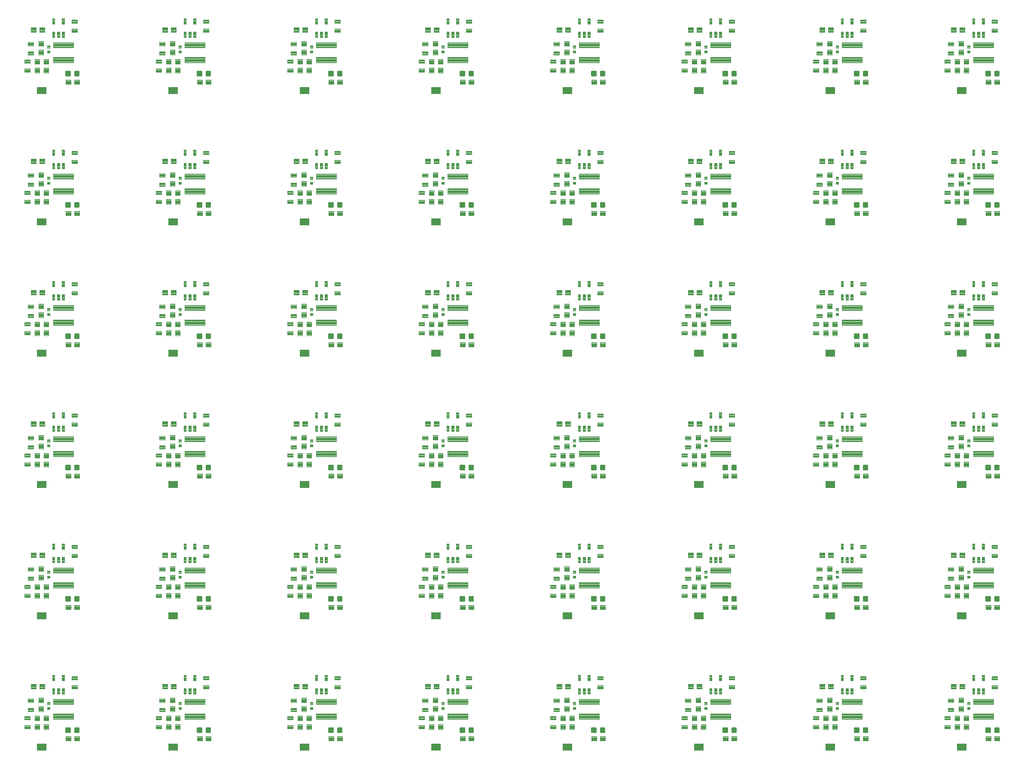
<source format=gtp>
G04 EAGLE Gerber RS-274X export*
G75*
%MOMM*%
%FSLAX34Y34*%
%LPD*%
%INSolderpaste Top*%
%IPPOS*%
%AMOC8*
5,1,8,0,0,1.08239X$1,22.5*%
G01*
%ADD10C,0.102000*%
%ADD11C,0.300000*%
%ADD12C,0.102869*%
%ADD13C,0.100000*%
%ADD14C,0.099000*%
%ADD15R,1.879600X1.473200*%
%ADD16C,0.104000*%


D10*
X135840Y88930D02*
X135840Y83950D01*
X130860Y83950D01*
X130860Y88930D01*
X135840Y88930D01*
X135840Y84919D02*
X130860Y84919D01*
X130860Y85888D02*
X135840Y85888D01*
X135840Y86857D02*
X130860Y86857D01*
X130860Y87826D02*
X135840Y87826D01*
X135840Y88795D02*
X130860Y88795D01*
X135840Y93950D02*
X135840Y98930D01*
X135840Y93950D02*
X130860Y93950D01*
X130860Y98930D01*
X135840Y98930D01*
X135840Y94919D02*
X130860Y94919D01*
X130860Y95888D02*
X135840Y95888D01*
X135840Y96857D02*
X130860Y96857D01*
X130860Y97826D02*
X135840Y97826D01*
X135840Y98795D02*
X130860Y98795D01*
D11*
X175070Y46680D02*
X175070Y39680D01*
X168070Y39680D01*
X168070Y46680D01*
X175070Y46680D01*
X175070Y42530D02*
X168070Y42530D01*
X168070Y45380D02*
X175070Y45380D01*
X192610Y46680D02*
X192610Y39680D01*
X185610Y39680D01*
X185610Y46680D01*
X192610Y46680D01*
X192610Y42530D02*
X185610Y42530D01*
X185610Y45380D02*
X192610Y45380D01*
D12*
X182493Y94621D02*
X142627Y94621D01*
X142627Y105023D01*
X182493Y105023D01*
X182493Y94621D01*
X182493Y95599D02*
X142627Y95599D01*
X142627Y96577D02*
X182493Y96577D01*
X182493Y97555D02*
X142627Y97555D01*
X142627Y98533D02*
X182493Y98533D01*
X182493Y99511D02*
X142627Y99511D01*
X142627Y100489D02*
X182493Y100489D01*
X182493Y101467D02*
X142627Y101467D01*
X142627Y102445D02*
X182493Y102445D01*
X182493Y103423D02*
X142627Y103423D01*
X142627Y104401D02*
X182493Y104401D01*
X182493Y65157D02*
X142627Y65157D01*
X142627Y75559D01*
X182493Y75559D01*
X182493Y65157D01*
X182493Y66135D02*
X142627Y66135D01*
X142627Y67113D02*
X182493Y67113D01*
X182493Y68091D02*
X142627Y68091D01*
X142627Y69069D02*
X182493Y69069D01*
X182493Y70047D02*
X142627Y70047D01*
X142627Y71025D02*
X182493Y71025D01*
X182493Y72003D02*
X142627Y72003D01*
X142627Y72981D02*
X182493Y72981D01*
X182493Y73959D02*
X142627Y73959D01*
X142627Y74937D02*
X182493Y74937D01*
D13*
X113610Y97480D02*
X113610Y107480D01*
X122610Y107480D01*
X122610Y97480D01*
X113610Y97480D01*
X113610Y98430D02*
X122610Y98430D01*
X122610Y99380D02*
X113610Y99380D01*
X113610Y100330D02*
X122610Y100330D01*
X122610Y101280D02*
X113610Y101280D01*
X113610Y102230D02*
X122610Y102230D01*
X122610Y103180D02*
X113610Y103180D01*
X113610Y104130D02*
X122610Y104130D01*
X122610Y105080D02*
X113610Y105080D01*
X113610Y106030D02*
X122610Y106030D01*
X122610Y106980D02*
X113610Y106980D01*
X113610Y90480D02*
X113610Y80480D01*
X113610Y90480D02*
X122610Y90480D01*
X122610Y80480D01*
X113610Y80480D01*
X113610Y81430D02*
X122610Y81430D01*
X122610Y82380D02*
X113610Y82380D01*
X113610Y83330D02*
X122610Y83330D01*
X122610Y84280D02*
X113610Y84280D01*
X113610Y85230D02*
X122610Y85230D01*
X122610Y86180D02*
X113610Y86180D01*
X113610Y87130D02*
X122610Y87130D01*
X122610Y88080D02*
X113610Y88080D01*
X113610Y89030D02*
X122610Y89030D01*
X122610Y89980D02*
X113610Y89980D01*
X108260Y125040D02*
X98260Y125040D01*
X98260Y134040D01*
X108260Y134040D01*
X108260Y125040D01*
X108260Y125990D02*
X98260Y125990D01*
X98260Y126940D02*
X108260Y126940D01*
X108260Y127890D02*
X98260Y127890D01*
X98260Y128840D02*
X108260Y128840D01*
X108260Y129790D02*
X98260Y129790D01*
X98260Y130740D02*
X108260Y130740D01*
X108260Y131690D02*
X98260Y131690D01*
X98260Y132640D02*
X108260Y132640D01*
X108260Y133590D02*
X98260Y133590D01*
X115260Y125040D02*
X125260Y125040D01*
X115260Y125040D02*
X115260Y134040D01*
X125260Y134040D01*
X125260Y125040D01*
X125260Y125990D02*
X115260Y125990D01*
X115260Y126940D02*
X125260Y126940D01*
X125260Y127890D02*
X115260Y127890D01*
X115260Y128840D02*
X125260Y128840D01*
X125260Y129790D02*
X115260Y129790D01*
X115260Y130740D02*
X125260Y130740D01*
X125260Y131690D02*
X115260Y131690D01*
X115260Y132640D02*
X125260Y132640D01*
X125260Y133590D02*
X115260Y133590D01*
X183840Y31170D02*
X193840Y31170D01*
X193840Y22170D01*
X183840Y22170D01*
X183840Y31170D01*
X183840Y23120D02*
X193840Y23120D01*
X193840Y24070D02*
X183840Y24070D01*
X183840Y25020D02*
X193840Y25020D01*
X193840Y25970D02*
X183840Y25970D01*
X183840Y26920D02*
X193840Y26920D01*
X193840Y27870D02*
X183840Y27870D01*
X183840Y28820D02*
X193840Y28820D01*
X193840Y29770D02*
X183840Y29770D01*
X183840Y30720D02*
X193840Y30720D01*
X176840Y31170D02*
X166840Y31170D01*
X176840Y31170D02*
X176840Y22170D01*
X166840Y22170D01*
X166840Y31170D01*
X166840Y23120D02*
X176840Y23120D01*
X176840Y24070D02*
X166840Y24070D01*
X166840Y25020D02*
X176840Y25020D01*
X176840Y25970D02*
X166840Y25970D01*
X166840Y26920D02*
X176840Y26920D01*
X176840Y27870D02*
X166840Y27870D01*
X166840Y28820D02*
X176840Y28820D01*
X176840Y29770D02*
X166840Y29770D01*
X166840Y30720D02*
X176840Y30720D01*
D14*
X145155Y114844D02*
X140645Y114844D01*
X140645Y125854D01*
X145155Y125854D01*
X145155Y114844D01*
X145155Y115784D02*
X140645Y115784D01*
X140645Y116724D02*
X145155Y116724D01*
X145155Y117664D02*
X140645Y117664D01*
X140645Y118604D02*
X145155Y118604D01*
X145155Y119544D02*
X140645Y119544D01*
X140645Y120484D02*
X145155Y120484D01*
X145155Y121424D02*
X140645Y121424D01*
X140645Y122364D02*
X145155Y122364D01*
X145155Y123304D02*
X140645Y123304D01*
X140645Y124244D02*
X145155Y124244D01*
X145155Y125184D02*
X140645Y125184D01*
X150145Y114844D02*
X154655Y114844D01*
X150145Y114844D02*
X150145Y125854D01*
X154655Y125854D01*
X154655Y114844D01*
X154655Y115784D02*
X150145Y115784D01*
X150145Y116724D02*
X154655Y116724D01*
X154655Y117664D02*
X150145Y117664D01*
X150145Y118604D02*
X154655Y118604D01*
X154655Y119544D02*
X150145Y119544D01*
X150145Y120484D02*
X154655Y120484D01*
X154655Y121424D02*
X150145Y121424D01*
X150145Y122364D02*
X154655Y122364D01*
X154655Y123304D02*
X150145Y123304D01*
X150145Y124244D02*
X154655Y124244D01*
X154655Y125184D02*
X150145Y125184D01*
X159645Y114844D02*
X164155Y114844D01*
X159645Y114844D02*
X159645Y125854D01*
X164155Y125854D01*
X164155Y114844D01*
X164155Y115784D02*
X159645Y115784D01*
X159645Y116724D02*
X164155Y116724D01*
X164155Y117664D02*
X159645Y117664D01*
X159645Y118604D02*
X164155Y118604D01*
X164155Y119544D02*
X159645Y119544D01*
X159645Y120484D02*
X164155Y120484D01*
X164155Y121424D02*
X159645Y121424D01*
X159645Y122364D02*
X164155Y122364D01*
X164155Y123304D02*
X159645Y123304D01*
X159645Y124244D02*
X164155Y124244D01*
X164155Y125184D02*
X159645Y125184D01*
X159645Y140846D02*
X164155Y140846D01*
X159645Y140846D02*
X159645Y151856D01*
X164155Y151856D01*
X164155Y140846D01*
X164155Y141786D02*
X159645Y141786D01*
X159645Y142726D02*
X164155Y142726D01*
X164155Y143666D02*
X159645Y143666D01*
X159645Y144606D02*
X164155Y144606D01*
X164155Y145546D02*
X159645Y145546D01*
X159645Y146486D02*
X164155Y146486D01*
X164155Y147426D02*
X159645Y147426D01*
X159645Y148366D02*
X164155Y148366D01*
X164155Y149306D02*
X159645Y149306D01*
X159645Y150246D02*
X164155Y150246D01*
X164155Y151186D02*
X159645Y151186D01*
X145155Y140846D02*
X140645Y140846D01*
X140645Y151856D01*
X145155Y151856D01*
X145155Y140846D01*
X145155Y141786D02*
X140645Y141786D01*
X140645Y142726D02*
X145155Y142726D01*
X145155Y143666D02*
X140645Y143666D01*
X140645Y144606D02*
X145155Y144606D01*
X145155Y145546D02*
X140645Y145546D01*
X140645Y146486D02*
X145155Y146486D01*
X145155Y147426D02*
X140645Y147426D01*
X140645Y148366D02*
X145155Y148366D01*
X145155Y149306D02*
X140645Y149306D01*
X140645Y150246D02*
X145155Y150246D01*
X145155Y151186D02*
X140645Y151186D01*
D15*
X119126Y10160D03*
D16*
X178670Y142680D02*
X178670Y149640D01*
X189630Y149640D01*
X189630Y142680D01*
X178670Y142680D01*
X178670Y143668D02*
X189630Y143668D01*
X189630Y144656D02*
X178670Y144656D01*
X178670Y145644D02*
X189630Y145644D01*
X189630Y146632D02*
X178670Y146632D01*
X178670Y147620D02*
X189630Y147620D01*
X189630Y148608D02*
X178670Y148608D01*
X178670Y149596D02*
X189630Y149596D01*
X178670Y131640D02*
X178670Y124680D01*
X178670Y131640D02*
X189630Y131640D01*
X189630Y124680D01*
X178670Y124680D01*
X178670Y125668D02*
X189630Y125668D01*
X189630Y126656D02*
X178670Y126656D01*
X178670Y127644D02*
X189630Y127644D01*
X189630Y128632D02*
X178670Y128632D01*
X178670Y129620D02*
X189630Y129620D01*
X189630Y130608D02*
X178670Y130608D01*
X178670Y131596D02*
X189630Y131596D01*
X103270Y87190D02*
X103270Y80230D01*
X92310Y80230D01*
X92310Y87190D01*
X103270Y87190D01*
X103270Y81218D02*
X92310Y81218D01*
X92310Y82206D02*
X103270Y82206D01*
X103270Y83194D02*
X92310Y83194D01*
X92310Y84182D02*
X103270Y84182D01*
X103270Y85170D02*
X92310Y85170D01*
X92310Y86158D02*
X103270Y86158D01*
X103270Y87146D02*
X92310Y87146D01*
X103270Y98230D02*
X103270Y105190D01*
X103270Y98230D02*
X92310Y98230D01*
X92310Y105190D01*
X103270Y105190D01*
X103270Y99218D02*
X92310Y99218D01*
X92310Y100206D02*
X103270Y100206D01*
X103270Y101194D02*
X92310Y101194D01*
X92310Y102182D02*
X103270Y102182D01*
X103270Y103170D02*
X92310Y103170D01*
X92310Y104158D02*
X103270Y104158D01*
X103270Y105146D02*
X92310Y105146D01*
X85960Y70900D02*
X85960Y63940D01*
X85960Y70900D02*
X96920Y70900D01*
X96920Y63940D01*
X85960Y63940D01*
X85960Y64928D02*
X96920Y64928D01*
X96920Y65916D02*
X85960Y65916D01*
X85960Y66904D02*
X96920Y66904D01*
X96920Y67892D02*
X85960Y67892D01*
X85960Y68880D02*
X96920Y68880D01*
X96920Y69868D02*
X85960Y69868D01*
X85960Y70856D02*
X96920Y70856D01*
X85960Y52900D02*
X85960Y45940D01*
X85960Y52900D02*
X96920Y52900D01*
X96920Y45940D01*
X85960Y45940D01*
X85960Y46928D02*
X96920Y46928D01*
X96920Y47916D02*
X85960Y47916D01*
X85960Y48904D02*
X96920Y48904D01*
X96920Y49892D02*
X85960Y49892D01*
X85960Y50880D02*
X96920Y50880D01*
X96920Y51868D02*
X85960Y51868D01*
X85960Y52856D02*
X96920Y52856D01*
D13*
X105990Y61920D02*
X105990Y71920D01*
X114990Y71920D01*
X114990Y61920D01*
X105990Y61920D01*
X105990Y62870D02*
X114990Y62870D01*
X114990Y63820D02*
X105990Y63820D01*
X105990Y64770D02*
X114990Y64770D01*
X114990Y65720D02*
X105990Y65720D01*
X105990Y66670D02*
X114990Y66670D01*
X114990Y67620D02*
X105990Y67620D01*
X105990Y68570D02*
X114990Y68570D01*
X114990Y69520D02*
X105990Y69520D01*
X105990Y70470D02*
X114990Y70470D01*
X114990Y71420D02*
X105990Y71420D01*
X105990Y54920D02*
X105990Y44920D01*
X105990Y54920D02*
X114990Y54920D01*
X114990Y44920D01*
X105990Y44920D01*
X105990Y45870D02*
X114990Y45870D01*
X114990Y46820D02*
X105990Y46820D01*
X105990Y47770D02*
X114990Y47770D01*
X114990Y48720D02*
X105990Y48720D01*
X105990Y49670D02*
X114990Y49670D01*
X114990Y50620D02*
X105990Y50620D01*
X105990Y51570D02*
X114990Y51570D01*
X114990Y52520D02*
X105990Y52520D01*
X105990Y53470D02*
X114990Y53470D01*
X114990Y54420D02*
X105990Y54420D01*
X123770Y61920D02*
X123770Y71920D01*
X132770Y71920D01*
X132770Y61920D01*
X123770Y61920D01*
X123770Y62870D02*
X132770Y62870D01*
X132770Y63820D02*
X123770Y63820D01*
X123770Y64770D02*
X132770Y64770D01*
X132770Y65720D02*
X123770Y65720D01*
X123770Y66670D02*
X132770Y66670D01*
X132770Y67620D02*
X123770Y67620D01*
X123770Y68570D02*
X132770Y68570D01*
X132770Y69520D02*
X123770Y69520D01*
X123770Y70470D02*
X132770Y70470D01*
X132770Y71420D02*
X123770Y71420D01*
X123770Y54920D02*
X123770Y44920D01*
X123770Y54920D02*
X132770Y54920D01*
X132770Y44920D01*
X123770Y44920D01*
X123770Y45870D02*
X132770Y45870D01*
X132770Y46820D02*
X123770Y46820D01*
X123770Y47770D02*
X132770Y47770D01*
X132770Y48720D02*
X123770Y48720D01*
X123770Y49670D02*
X132770Y49670D01*
X132770Y50620D02*
X123770Y50620D01*
X123770Y51570D02*
X132770Y51570D01*
X132770Y52520D02*
X123770Y52520D01*
X123770Y53470D02*
X132770Y53470D01*
X132770Y54420D02*
X123770Y54420D01*
D10*
X394920Y83950D02*
X394920Y88930D01*
X394920Y83950D02*
X389940Y83950D01*
X389940Y88930D01*
X394920Y88930D01*
X394920Y84919D02*
X389940Y84919D01*
X389940Y85888D02*
X394920Y85888D01*
X394920Y86857D02*
X389940Y86857D01*
X389940Y87826D02*
X394920Y87826D01*
X394920Y88795D02*
X389940Y88795D01*
X394920Y93950D02*
X394920Y98930D01*
X394920Y93950D02*
X389940Y93950D01*
X389940Y98930D01*
X394920Y98930D01*
X394920Y94919D02*
X389940Y94919D01*
X389940Y95888D02*
X394920Y95888D01*
X394920Y96857D02*
X389940Y96857D01*
X389940Y97826D02*
X394920Y97826D01*
X394920Y98795D02*
X389940Y98795D01*
D11*
X434150Y46680D02*
X434150Y39680D01*
X427150Y39680D01*
X427150Y46680D01*
X434150Y46680D01*
X434150Y42530D02*
X427150Y42530D01*
X427150Y45380D02*
X434150Y45380D01*
X451690Y46680D02*
X451690Y39680D01*
X444690Y39680D01*
X444690Y46680D01*
X451690Y46680D01*
X451690Y42530D02*
X444690Y42530D01*
X444690Y45380D02*
X451690Y45380D01*
D12*
X441573Y94621D02*
X401707Y94621D01*
X401707Y105023D01*
X441573Y105023D01*
X441573Y94621D01*
X441573Y95599D02*
X401707Y95599D01*
X401707Y96577D02*
X441573Y96577D01*
X441573Y97555D02*
X401707Y97555D01*
X401707Y98533D02*
X441573Y98533D01*
X441573Y99511D02*
X401707Y99511D01*
X401707Y100489D02*
X441573Y100489D01*
X441573Y101467D02*
X401707Y101467D01*
X401707Y102445D02*
X441573Y102445D01*
X441573Y103423D02*
X401707Y103423D01*
X401707Y104401D02*
X441573Y104401D01*
X441573Y65157D02*
X401707Y65157D01*
X401707Y75559D01*
X441573Y75559D01*
X441573Y65157D01*
X441573Y66135D02*
X401707Y66135D01*
X401707Y67113D02*
X441573Y67113D01*
X441573Y68091D02*
X401707Y68091D01*
X401707Y69069D02*
X441573Y69069D01*
X441573Y70047D02*
X401707Y70047D01*
X401707Y71025D02*
X441573Y71025D01*
X441573Y72003D02*
X401707Y72003D01*
X401707Y72981D02*
X441573Y72981D01*
X441573Y73959D02*
X401707Y73959D01*
X401707Y74937D02*
X441573Y74937D01*
D13*
X372690Y97480D02*
X372690Y107480D01*
X381690Y107480D01*
X381690Y97480D01*
X372690Y97480D01*
X372690Y98430D02*
X381690Y98430D01*
X381690Y99380D02*
X372690Y99380D01*
X372690Y100330D02*
X381690Y100330D01*
X381690Y101280D02*
X372690Y101280D01*
X372690Y102230D02*
X381690Y102230D01*
X381690Y103180D02*
X372690Y103180D01*
X372690Y104130D02*
X381690Y104130D01*
X381690Y105080D02*
X372690Y105080D01*
X372690Y106030D02*
X381690Y106030D01*
X381690Y106980D02*
X372690Y106980D01*
X372690Y90480D02*
X372690Y80480D01*
X372690Y90480D02*
X381690Y90480D01*
X381690Y80480D01*
X372690Y80480D01*
X372690Y81430D02*
X381690Y81430D01*
X381690Y82380D02*
X372690Y82380D01*
X372690Y83330D02*
X381690Y83330D01*
X381690Y84280D02*
X372690Y84280D01*
X372690Y85230D02*
X381690Y85230D01*
X381690Y86180D02*
X372690Y86180D01*
X372690Y87130D02*
X381690Y87130D01*
X381690Y88080D02*
X372690Y88080D01*
X372690Y89030D02*
X381690Y89030D01*
X381690Y89980D02*
X372690Y89980D01*
X367340Y125040D02*
X357340Y125040D01*
X357340Y134040D01*
X367340Y134040D01*
X367340Y125040D01*
X367340Y125990D02*
X357340Y125990D01*
X357340Y126940D02*
X367340Y126940D01*
X367340Y127890D02*
X357340Y127890D01*
X357340Y128840D02*
X367340Y128840D01*
X367340Y129790D02*
X357340Y129790D01*
X357340Y130740D02*
X367340Y130740D01*
X367340Y131690D02*
X357340Y131690D01*
X357340Y132640D02*
X367340Y132640D01*
X367340Y133590D02*
X357340Y133590D01*
X374340Y125040D02*
X384340Y125040D01*
X374340Y125040D02*
X374340Y134040D01*
X384340Y134040D01*
X384340Y125040D01*
X384340Y125990D02*
X374340Y125990D01*
X374340Y126940D02*
X384340Y126940D01*
X384340Y127890D02*
X374340Y127890D01*
X374340Y128840D02*
X384340Y128840D01*
X384340Y129790D02*
X374340Y129790D01*
X374340Y130740D02*
X384340Y130740D01*
X384340Y131690D02*
X374340Y131690D01*
X374340Y132640D02*
X384340Y132640D01*
X384340Y133590D02*
X374340Y133590D01*
X442920Y31170D02*
X452920Y31170D01*
X452920Y22170D01*
X442920Y22170D01*
X442920Y31170D01*
X442920Y23120D02*
X452920Y23120D01*
X452920Y24070D02*
X442920Y24070D01*
X442920Y25020D02*
X452920Y25020D01*
X452920Y25970D02*
X442920Y25970D01*
X442920Y26920D02*
X452920Y26920D01*
X452920Y27870D02*
X442920Y27870D01*
X442920Y28820D02*
X452920Y28820D01*
X452920Y29770D02*
X442920Y29770D01*
X442920Y30720D02*
X452920Y30720D01*
X435920Y31170D02*
X425920Y31170D01*
X435920Y31170D02*
X435920Y22170D01*
X425920Y22170D01*
X425920Y31170D01*
X425920Y23120D02*
X435920Y23120D01*
X435920Y24070D02*
X425920Y24070D01*
X425920Y25020D02*
X435920Y25020D01*
X435920Y25970D02*
X425920Y25970D01*
X425920Y26920D02*
X435920Y26920D01*
X435920Y27870D02*
X425920Y27870D01*
X425920Y28820D02*
X435920Y28820D01*
X435920Y29770D02*
X425920Y29770D01*
X425920Y30720D02*
X435920Y30720D01*
D14*
X404235Y114844D02*
X399725Y114844D01*
X399725Y125854D01*
X404235Y125854D01*
X404235Y114844D01*
X404235Y115784D02*
X399725Y115784D01*
X399725Y116724D02*
X404235Y116724D01*
X404235Y117664D02*
X399725Y117664D01*
X399725Y118604D02*
X404235Y118604D01*
X404235Y119544D02*
X399725Y119544D01*
X399725Y120484D02*
X404235Y120484D01*
X404235Y121424D02*
X399725Y121424D01*
X399725Y122364D02*
X404235Y122364D01*
X404235Y123304D02*
X399725Y123304D01*
X399725Y124244D02*
X404235Y124244D01*
X404235Y125184D02*
X399725Y125184D01*
X409225Y114844D02*
X413735Y114844D01*
X409225Y114844D02*
X409225Y125854D01*
X413735Y125854D01*
X413735Y114844D01*
X413735Y115784D02*
X409225Y115784D01*
X409225Y116724D02*
X413735Y116724D01*
X413735Y117664D02*
X409225Y117664D01*
X409225Y118604D02*
X413735Y118604D01*
X413735Y119544D02*
X409225Y119544D01*
X409225Y120484D02*
X413735Y120484D01*
X413735Y121424D02*
X409225Y121424D01*
X409225Y122364D02*
X413735Y122364D01*
X413735Y123304D02*
X409225Y123304D01*
X409225Y124244D02*
X413735Y124244D01*
X413735Y125184D02*
X409225Y125184D01*
X418725Y114844D02*
X423235Y114844D01*
X418725Y114844D02*
X418725Y125854D01*
X423235Y125854D01*
X423235Y114844D01*
X423235Y115784D02*
X418725Y115784D01*
X418725Y116724D02*
X423235Y116724D01*
X423235Y117664D02*
X418725Y117664D01*
X418725Y118604D02*
X423235Y118604D01*
X423235Y119544D02*
X418725Y119544D01*
X418725Y120484D02*
X423235Y120484D01*
X423235Y121424D02*
X418725Y121424D01*
X418725Y122364D02*
X423235Y122364D01*
X423235Y123304D02*
X418725Y123304D01*
X418725Y124244D02*
X423235Y124244D01*
X423235Y125184D02*
X418725Y125184D01*
X418725Y140846D02*
X423235Y140846D01*
X418725Y140846D02*
X418725Y151856D01*
X423235Y151856D01*
X423235Y140846D01*
X423235Y141786D02*
X418725Y141786D01*
X418725Y142726D02*
X423235Y142726D01*
X423235Y143666D02*
X418725Y143666D01*
X418725Y144606D02*
X423235Y144606D01*
X423235Y145546D02*
X418725Y145546D01*
X418725Y146486D02*
X423235Y146486D01*
X423235Y147426D02*
X418725Y147426D01*
X418725Y148366D02*
X423235Y148366D01*
X423235Y149306D02*
X418725Y149306D01*
X418725Y150246D02*
X423235Y150246D01*
X423235Y151186D02*
X418725Y151186D01*
X404235Y140846D02*
X399725Y140846D01*
X399725Y151856D01*
X404235Y151856D01*
X404235Y140846D01*
X404235Y141786D02*
X399725Y141786D01*
X399725Y142726D02*
X404235Y142726D01*
X404235Y143666D02*
X399725Y143666D01*
X399725Y144606D02*
X404235Y144606D01*
X404235Y145546D02*
X399725Y145546D01*
X399725Y146486D02*
X404235Y146486D01*
X404235Y147426D02*
X399725Y147426D01*
X399725Y148366D02*
X404235Y148366D01*
X404235Y149306D02*
X399725Y149306D01*
X399725Y150246D02*
X404235Y150246D01*
X404235Y151186D02*
X399725Y151186D01*
D15*
X378206Y10160D03*
D16*
X437750Y142680D02*
X437750Y149640D01*
X448710Y149640D01*
X448710Y142680D01*
X437750Y142680D01*
X437750Y143668D02*
X448710Y143668D01*
X448710Y144656D02*
X437750Y144656D01*
X437750Y145644D02*
X448710Y145644D01*
X448710Y146632D02*
X437750Y146632D01*
X437750Y147620D02*
X448710Y147620D01*
X448710Y148608D02*
X437750Y148608D01*
X437750Y149596D02*
X448710Y149596D01*
X437750Y131640D02*
X437750Y124680D01*
X437750Y131640D02*
X448710Y131640D01*
X448710Y124680D01*
X437750Y124680D01*
X437750Y125668D02*
X448710Y125668D01*
X448710Y126656D02*
X437750Y126656D01*
X437750Y127644D02*
X448710Y127644D01*
X448710Y128632D02*
X437750Y128632D01*
X437750Y129620D02*
X448710Y129620D01*
X448710Y130608D02*
X437750Y130608D01*
X437750Y131596D02*
X448710Y131596D01*
X362350Y87190D02*
X362350Y80230D01*
X351390Y80230D01*
X351390Y87190D01*
X362350Y87190D01*
X362350Y81218D02*
X351390Y81218D01*
X351390Y82206D02*
X362350Y82206D01*
X362350Y83194D02*
X351390Y83194D01*
X351390Y84182D02*
X362350Y84182D01*
X362350Y85170D02*
X351390Y85170D01*
X351390Y86158D02*
X362350Y86158D01*
X362350Y87146D02*
X351390Y87146D01*
X362350Y98230D02*
X362350Y105190D01*
X362350Y98230D02*
X351390Y98230D01*
X351390Y105190D01*
X362350Y105190D01*
X362350Y99218D02*
X351390Y99218D01*
X351390Y100206D02*
X362350Y100206D01*
X362350Y101194D02*
X351390Y101194D01*
X351390Y102182D02*
X362350Y102182D01*
X362350Y103170D02*
X351390Y103170D01*
X351390Y104158D02*
X362350Y104158D01*
X362350Y105146D02*
X351390Y105146D01*
X345040Y70900D02*
X345040Y63940D01*
X345040Y70900D02*
X356000Y70900D01*
X356000Y63940D01*
X345040Y63940D01*
X345040Y64928D02*
X356000Y64928D01*
X356000Y65916D02*
X345040Y65916D01*
X345040Y66904D02*
X356000Y66904D01*
X356000Y67892D02*
X345040Y67892D01*
X345040Y68880D02*
X356000Y68880D01*
X356000Y69868D02*
X345040Y69868D01*
X345040Y70856D02*
X356000Y70856D01*
X345040Y52900D02*
X345040Y45940D01*
X345040Y52900D02*
X356000Y52900D01*
X356000Y45940D01*
X345040Y45940D01*
X345040Y46928D02*
X356000Y46928D01*
X356000Y47916D02*
X345040Y47916D01*
X345040Y48904D02*
X356000Y48904D01*
X356000Y49892D02*
X345040Y49892D01*
X345040Y50880D02*
X356000Y50880D01*
X356000Y51868D02*
X345040Y51868D01*
X345040Y52856D02*
X356000Y52856D01*
D13*
X365070Y61920D02*
X365070Y71920D01*
X374070Y71920D01*
X374070Y61920D01*
X365070Y61920D01*
X365070Y62870D02*
X374070Y62870D01*
X374070Y63820D02*
X365070Y63820D01*
X365070Y64770D02*
X374070Y64770D01*
X374070Y65720D02*
X365070Y65720D01*
X365070Y66670D02*
X374070Y66670D01*
X374070Y67620D02*
X365070Y67620D01*
X365070Y68570D02*
X374070Y68570D01*
X374070Y69520D02*
X365070Y69520D01*
X365070Y70470D02*
X374070Y70470D01*
X374070Y71420D02*
X365070Y71420D01*
X365070Y54920D02*
X365070Y44920D01*
X365070Y54920D02*
X374070Y54920D01*
X374070Y44920D01*
X365070Y44920D01*
X365070Y45870D02*
X374070Y45870D01*
X374070Y46820D02*
X365070Y46820D01*
X365070Y47770D02*
X374070Y47770D01*
X374070Y48720D02*
X365070Y48720D01*
X365070Y49670D02*
X374070Y49670D01*
X374070Y50620D02*
X365070Y50620D01*
X365070Y51570D02*
X374070Y51570D01*
X374070Y52520D02*
X365070Y52520D01*
X365070Y53470D02*
X374070Y53470D01*
X374070Y54420D02*
X365070Y54420D01*
X382850Y61920D02*
X382850Y71920D01*
X391850Y71920D01*
X391850Y61920D01*
X382850Y61920D01*
X382850Y62870D02*
X391850Y62870D01*
X391850Y63820D02*
X382850Y63820D01*
X382850Y64770D02*
X391850Y64770D01*
X391850Y65720D02*
X382850Y65720D01*
X382850Y66670D02*
X391850Y66670D01*
X391850Y67620D02*
X382850Y67620D01*
X382850Y68570D02*
X391850Y68570D01*
X391850Y69520D02*
X382850Y69520D01*
X382850Y70470D02*
X391850Y70470D01*
X391850Y71420D02*
X382850Y71420D01*
X382850Y54920D02*
X382850Y44920D01*
X382850Y54920D02*
X391850Y54920D01*
X391850Y44920D01*
X382850Y44920D01*
X382850Y45870D02*
X391850Y45870D01*
X391850Y46820D02*
X382850Y46820D01*
X382850Y47770D02*
X391850Y47770D01*
X391850Y48720D02*
X382850Y48720D01*
X382850Y49670D02*
X391850Y49670D01*
X391850Y50620D02*
X382850Y50620D01*
X382850Y51570D02*
X391850Y51570D01*
X391850Y52520D02*
X382850Y52520D01*
X382850Y53470D02*
X391850Y53470D01*
X391850Y54420D02*
X382850Y54420D01*
D10*
X654000Y83950D02*
X654000Y88930D01*
X654000Y83950D02*
X649020Y83950D01*
X649020Y88930D01*
X654000Y88930D01*
X654000Y84919D02*
X649020Y84919D01*
X649020Y85888D02*
X654000Y85888D01*
X654000Y86857D02*
X649020Y86857D01*
X649020Y87826D02*
X654000Y87826D01*
X654000Y88795D02*
X649020Y88795D01*
X654000Y93950D02*
X654000Y98930D01*
X654000Y93950D02*
X649020Y93950D01*
X649020Y98930D01*
X654000Y98930D01*
X654000Y94919D02*
X649020Y94919D01*
X649020Y95888D02*
X654000Y95888D01*
X654000Y96857D02*
X649020Y96857D01*
X649020Y97826D02*
X654000Y97826D01*
X654000Y98795D02*
X649020Y98795D01*
D11*
X693230Y46680D02*
X693230Y39680D01*
X686230Y39680D01*
X686230Y46680D01*
X693230Y46680D01*
X693230Y42530D02*
X686230Y42530D01*
X686230Y45380D02*
X693230Y45380D01*
X710770Y46680D02*
X710770Y39680D01*
X703770Y39680D01*
X703770Y46680D01*
X710770Y46680D01*
X710770Y42530D02*
X703770Y42530D01*
X703770Y45380D02*
X710770Y45380D01*
D12*
X700653Y94621D02*
X660787Y94621D01*
X660787Y105023D01*
X700653Y105023D01*
X700653Y94621D01*
X700653Y95599D02*
X660787Y95599D01*
X660787Y96577D02*
X700653Y96577D01*
X700653Y97555D02*
X660787Y97555D01*
X660787Y98533D02*
X700653Y98533D01*
X700653Y99511D02*
X660787Y99511D01*
X660787Y100489D02*
X700653Y100489D01*
X700653Y101467D02*
X660787Y101467D01*
X660787Y102445D02*
X700653Y102445D01*
X700653Y103423D02*
X660787Y103423D01*
X660787Y104401D02*
X700653Y104401D01*
X700653Y65157D02*
X660787Y65157D01*
X660787Y75559D01*
X700653Y75559D01*
X700653Y65157D01*
X700653Y66135D02*
X660787Y66135D01*
X660787Y67113D02*
X700653Y67113D01*
X700653Y68091D02*
X660787Y68091D01*
X660787Y69069D02*
X700653Y69069D01*
X700653Y70047D02*
X660787Y70047D01*
X660787Y71025D02*
X700653Y71025D01*
X700653Y72003D02*
X660787Y72003D01*
X660787Y72981D02*
X700653Y72981D01*
X700653Y73959D02*
X660787Y73959D01*
X660787Y74937D02*
X700653Y74937D01*
D13*
X631770Y97480D02*
X631770Y107480D01*
X640770Y107480D01*
X640770Y97480D01*
X631770Y97480D01*
X631770Y98430D02*
X640770Y98430D01*
X640770Y99380D02*
X631770Y99380D01*
X631770Y100330D02*
X640770Y100330D01*
X640770Y101280D02*
X631770Y101280D01*
X631770Y102230D02*
X640770Y102230D01*
X640770Y103180D02*
X631770Y103180D01*
X631770Y104130D02*
X640770Y104130D01*
X640770Y105080D02*
X631770Y105080D01*
X631770Y106030D02*
X640770Y106030D01*
X640770Y106980D02*
X631770Y106980D01*
X631770Y90480D02*
X631770Y80480D01*
X631770Y90480D02*
X640770Y90480D01*
X640770Y80480D01*
X631770Y80480D01*
X631770Y81430D02*
X640770Y81430D01*
X640770Y82380D02*
X631770Y82380D01*
X631770Y83330D02*
X640770Y83330D01*
X640770Y84280D02*
X631770Y84280D01*
X631770Y85230D02*
X640770Y85230D01*
X640770Y86180D02*
X631770Y86180D01*
X631770Y87130D02*
X640770Y87130D01*
X640770Y88080D02*
X631770Y88080D01*
X631770Y89030D02*
X640770Y89030D01*
X640770Y89980D02*
X631770Y89980D01*
X626420Y125040D02*
X616420Y125040D01*
X616420Y134040D01*
X626420Y134040D01*
X626420Y125040D01*
X626420Y125990D02*
X616420Y125990D01*
X616420Y126940D02*
X626420Y126940D01*
X626420Y127890D02*
X616420Y127890D01*
X616420Y128840D02*
X626420Y128840D01*
X626420Y129790D02*
X616420Y129790D01*
X616420Y130740D02*
X626420Y130740D01*
X626420Y131690D02*
X616420Y131690D01*
X616420Y132640D02*
X626420Y132640D01*
X626420Y133590D02*
X616420Y133590D01*
X633420Y125040D02*
X643420Y125040D01*
X633420Y125040D02*
X633420Y134040D01*
X643420Y134040D01*
X643420Y125040D01*
X643420Y125990D02*
X633420Y125990D01*
X633420Y126940D02*
X643420Y126940D01*
X643420Y127890D02*
X633420Y127890D01*
X633420Y128840D02*
X643420Y128840D01*
X643420Y129790D02*
X633420Y129790D01*
X633420Y130740D02*
X643420Y130740D01*
X643420Y131690D02*
X633420Y131690D01*
X633420Y132640D02*
X643420Y132640D01*
X643420Y133590D02*
X633420Y133590D01*
X702000Y31170D02*
X712000Y31170D01*
X712000Y22170D01*
X702000Y22170D01*
X702000Y31170D01*
X702000Y23120D02*
X712000Y23120D01*
X712000Y24070D02*
X702000Y24070D01*
X702000Y25020D02*
X712000Y25020D01*
X712000Y25970D02*
X702000Y25970D01*
X702000Y26920D02*
X712000Y26920D01*
X712000Y27870D02*
X702000Y27870D01*
X702000Y28820D02*
X712000Y28820D01*
X712000Y29770D02*
X702000Y29770D01*
X702000Y30720D02*
X712000Y30720D01*
X695000Y31170D02*
X685000Y31170D01*
X695000Y31170D02*
X695000Y22170D01*
X685000Y22170D01*
X685000Y31170D01*
X685000Y23120D02*
X695000Y23120D01*
X695000Y24070D02*
X685000Y24070D01*
X685000Y25020D02*
X695000Y25020D01*
X695000Y25970D02*
X685000Y25970D01*
X685000Y26920D02*
X695000Y26920D01*
X695000Y27870D02*
X685000Y27870D01*
X685000Y28820D02*
X695000Y28820D01*
X695000Y29770D02*
X685000Y29770D01*
X685000Y30720D02*
X695000Y30720D01*
D14*
X663315Y114844D02*
X658805Y114844D01*
X658805Y125854D01*
X663315Y125854D01*
X663315Y114844D01*
X663315Y115784D02*
X658805Y115784D01*
X658805Y116724D02*
X663315Y116724D01*
X663315Y117664D02*
X658805Y117664D01*
X658805Y118604D02*
X663315Y118604D01*
X663315Y119544D02*
X658805Y119544D01*
X658805Y120484D02*
X663315Y120484D01*
X663315Y121424D02*
X658805Y121424D01*
X658805Y122364D02*
X663315Y122364D01*
X663315Y123304D02*
X658805Y123304D01*
X658805Y124244D02*
X663315Y124244D01*
X663315Y125184D02*
X658805Y125184D01*
X668305Y114844D02*
X672815Y114844D01*
X668305Y114844D02*
X668305Y125854D01*
X672815Y125854D01*
X672815Y114844D01*
X672815Y115784D02*
X668305Y115784D01*
X668305Y116724D02*
X672815Y116724D01*
X672815Y117664D02*
X668305Y117664D01*
X668305Y118604D02*
X672815Y118604D01*
X672815Y119544D02*
X668305Y119544D01*
X668305Y120484D02*
X672815Y120484D01*
X672815Y121424D02*
X668305Y121424D01*
X668305Y122364D02*
X672815Y122364D01*
X672815Y123304D02*
X668305Y123304D01*
X668305Y124244D02*
X672815Y124244D01*
X672815Y125184D02*
X668305Y125184D01*
X677805Y114844D02*
X682315Y114844D01*
X677805Y114844D02*
X677805Y125854D01*
X682315Y125854D01*
X682315Y114844D01*
X682315Y115784D02*
X677805Y115784D01*
X677805Y116724D02*
X682315Y116724D01*
X682315Y117664D02*
X677805Y117664D01*
X677805Y118604D02*
X682315Y118604D01*
X682315Y119544D02*
X677805Y119544D01*
X677805Y120484D02*
X682315Y120484D01*
X682315Y121424D02*
X677805Y121424D01*
X677805Y122364D02*
X682315Y122364D01*
X682315Y123304D02*
X677805Y123304D01*
X677805Y124244D02*
X682315Y124244D01*
X682315Y125184D02*
X677805Y125184D01*
X677805Y140846D02*
X682315Y140846D01*
X677805Y140846D02*
X677805Y151856D01*
X682315Y151856D01*
X682315Y140846D01*
X682315Y141786D02*
X677805Y141786D01*
X677805Y142726D02*
X682315Y142726D01*
X682315Y143666D02*
X677805Y143666D01*
X677805Y144606D02*
X682315Y144606D01*
X682315Y145546D02*
X677805Y145546D01*
X677805Y146486D02*
X682315Y146486D01*
X682315Y147426D02*
X677805Y147426D01*
X677805Y148366D02*
X682315Y148366D01*
X682315Y149306D02*
X677805Y149306D01*
X677805Y150246D02*
X682315Y150246D01*
X682315Y151186D02*
X677805Y151186D01*
X663315Y140846D02*
X658805Y140846D01*
X658805Y151856D01*
X663315Y151856D01*
X663315Y140846D01*
X663315Y141786D02*
X658805Y141786D01*
X658805Y142726D02*
X663315Y142726D01*
X663315Y143666D02*
X658805Y143666D01*
X658805Y144606D02*
X663315Y144606D01*
X663315Y145546D02*
X658805Y145546D01*
X658805Y146486D02*
X663315Y146486D01*
X663315Y147426D02*
X658805Y147426D01*
X658805Y148366D02*
X663315Y148366D01*
X663315Y149306D02*
X658805Y149306D01*
X658805Y150246D02*
X663315Y150246D01*
X663315Y151186D02*
X658805Y151186D01*
D15*
X637286Y10160D03*
D16*
X696830Y142680D02*
X696830Y149640D01*
X707790Y149640D01*
X707790Y142680D01*
X696830Y142680D01*
X696830Y143668D02*
X707790Y143668D01*
X707790Y144656D02*
X696830Y144656D01*
X696830Y145644D02*
X707790Y145644D01*
X707790Y146632D02*
X696830Y146632D01*
X696830Y147620D02*
X707790Y147620D01*
X707790Y148608D02*
X696830Y148608D01*
X696830Y149596D02*
X707790Y149596D01*
X696830Y131640D02*
X696830Y124680D01*
X696830Y131640D02*
X707790Y131640D01*
X707790Y124680D01*
X696830Y124680D01*
X696830Y125668D02*
X707790Y125668D01*
X707790Y126656D02*
X696830Y126656D01*
X696830Y127644D02*
X707790Y127644D01*
X707790Y128632D02*
X696830Y128632D01*
X696830Y129620D02*
X707790Y129620D01*
X707790Y130608D02*
X696830Y130608D01*
X696830Y131596D02*
X707790Y131596D01*
X621430Y87190D02*
X621430Y80230D01*
X610470Y80230D01*
X610470Y87190D01*
X621430Y87190D01*
X621430Y81218D02*
X610470Y81218D01*
X610470Y82206D02*
X621430Y82206D01*
X621430Y83194D02*
X610470Y83194D01*
X610470Y84182D02*
X621430Y84182D01*
X621430Y85170D02*
X610470Y85170D01*
X610470Y86158D02*
X621430Y86158D01*
X621430Y87146D02*
X610470Y87146D01*
X621430Y98230D02*
X621430Y105190D01*
X621430Y98230D02*
X610470Y98230D01*
X610470Y105190D01*
X621430Y105190D01*
X621430Y99218D02*
X610470Y99218D01*
X610470Y100206D02*
X621430Y100206D01*
X621430Y101194D02*
X610470Y101194D01*
X610470Y102182D02*
X621430Y102182D01*
X621430Y103170D02*
X610470Y103170D01*
X610470Y104158D02*
X621430Y104158D01*
X621430Y105146D02*
X610470Y105146D01*
X604120Y70900D02*
X604120Y63940D01*
X604120Y70900D02*
X615080Y70900D01*
X615080Y63940D01*
X604120Y63940D01*
X604120Y64928D02*
X615080Y64928D01*
X615080Y65916D02*
X604120Y65916D01*
X604120Y66904D02*
X615080Y66904D01*
X615080Y67892D02*
X604120Y67892D01*
X604120Y68880D02*
X615080Y68880D01*
X615080Y69868D02*
X604120Y69868D01*
X604120Y70856D02*
X615080Y70856D01*
X604120Y52900D02*
X604120Y45940D01*
X604120Y52900D02*
X615080Y52900D01*
X615080Y45940D01*
X604120Y45940D01*
X604120Y46928D02*
X615080Y46928D01*
X615080Y47916D02*
X604120Y47916D01*
X604120Y48904D02*
X615080Y48904D01*
X615080Y49892D02*
X604120Y49892D01*
X604120Y50880D02*
X615080Y50880D01*
X615080Y51868D02*
X604120Y51868D01*
X604120Y52856D02*
X615080Y52856D01*
D13*
X624150Y61920D02*
X624150Y71920D01*
X633150Y71920D01*
X633150Y61920D01*
X624150Y61920D01*
X624150Y62870D02*
X633150Y62870D01*
X633150Y63820D02*
X624150Y63820D01*
X624150Y64770D02*
X633150Y64770D01*
X633150Y65720D02*
X624150Y65720D01*
X624150Y66670D02*
X633150Y66670D01*
X633150Y67620D02*
X624150Y67620D01*
X624150Y68570D02*
X633150Y68570D01*
X633150Y69520D02*
X624150Y69520D01*
X624150Y70470D02*
X633150Y70470D01*
X633150Y71420D02*
X624150Y71420D01*
X624150Y54920D02*
X624150Y44920D01*
X624150Y54920D02*
X633150Y54920D01*
X633150Y44920D01*
X624150Y44920D01*
X624150Y45870D02*
X633150Y45870D01*
X633150Y46820D02*
X624150Y46820D01*
X624150Y47770D02*
X633150Y47770D01*
X633150Y48720D02*
X624150Y48720D01*
X624150Y49670D02*
X633150Y49670D01*
X633150Y50620D02*
X624150Y50620D01*
X624150Y51570D02*
X633150Y51570D01*
X633150Y52520D02*
X624150Y52520D01*
X624150Y53470D02*
X633150Y53470D01*
X633150Y54420D02*
X624150Y54420D01*
X641930Y61920D02*
X641930Y71920D01*
X650930Y71920D01*
X650930Y61920D01*
X641930Y61920D01*
X641930Y62870D02*
X650930Y62870D01*
X650930Y63820D02*
X641930Y63820D01*
X641930Y64770D02*
X650930Y64770D01*
X650930Y65720D02*
X641930Y65720D01*
X641930Y66670D02*
X650930Y66670D01*
X650930Y67620D02*
X641930Y67620D01*
X641930Y68570D02*
X650930Y68570D01*
X650930Y69520D02*
X641930Y69520D01*
X641930Y70470D02*
X650930Y70470D01*
X650930Y71420D02*
X641930Y71420D01*
X641930Y54920D02*
X641930Y44920D01*
X641930Y54920D02*
X650930Y54920D01*
X650930Y44920D01*
X641930Y44920D01*
X641930Y45870D02*
X650930Y45870D01*
X650930Y46820D02*
X641930Y46820D01*
X641930Y47770D02*
X650930Y47770D01*
X650930Y48720D02*
X641930Y48720D01*
X641930Y49670D02*
X650930Y49670D01*
X650930Y50620D02*
X641930Y50620D01*
X641930Y51570D02*
X650930Y51570D01*
X650930Y52520D02*
X641930Y52520D01*
X641930Y53470D02*
X650930Y53470D01*
X650930Y54420D02*
X641930Y54420D01*
D10*
X913080Y83950D02*
X913080Y88930D01*
X913080Y83950D02*
X908100Y83950D01*
X908100Y88930D01*
X913080Y88930D01*
X913080Y84919D02*
X908100Y84919D01*
X908100Y85888D02*
X913080Y85888D01*
X913080Y86857D02*
X908100Y86857D01*
X908100Y87826D02*
X913080Y87826D01*
X913080Y88795D02*
X908100Y88795D01*
X913080Y93950D02*
X913080Y98930D01*
X913080Y93950D02*
X908100Y93950D01*
X908100Y98930D01*
X913080Y98930D01*
X913080Y94919D02*
X908100Y94919D01*
X908100Y95888D02*
X913080Y95888D01*
X913080Y96857D02*
X908100Y96857D01*
X908100Y97826D02*
X913080Y97826D01*
X913080Y98795D02*
X908100Y98795D01*
D11*
X952310Y46680D02*
X952310Y39680D01*
X945310Y39680D01*
X945310Y46680D01*
X952310Y46680D01*
X952310Y42530D02*
X945310Y42530D01*
X945310Y45380D02*
X952310Y45380D01*
X969850Y46680D02*
X969850Y39680D01*
X962850Y39680D01*
X962850Y46680D01*
X969850Y46680D01*
X969850Y42530D02*
X962850Y42530D01*
X962850Y45380D02*
X969850Y45380D01*
D12*
X959733Y94621D02*
X919867Y94621D01*
X919867Y105023D01*
X959733Y105023D01*
X959733Y94621D01*
X959733Y95599D02*
X919867Y95599D01*
X919867Y96577D02*
X959733Y96577D01*
X959733Y97555D02*
X919867Y97555D01*
X919867Y98533D02*
X959733Y98533D01*
X959733Y99511D02*
X919867Y99511D01*
X919867Y100489D02*
X959733Y100489D01*
X959733Y101467D02*
X919867Y101467D01*
X919867Y102445D02*
X959733Y102445D01*
X959733Y103423D02*
X919867Y103423D01*
X919867Y104401D02*
X959733Y104401D01*
X959733Y65157D02*
X919867Y65157D01*
X919867Y75559D01*
X959733Y75559D01*
X959733Y65157D01*
X959733Y66135D02*
X919867Y66135D01*
X919867Y67113D02*
X959733Y67113D01*
X959733Y68091D02*
X919867Y68091D01*
X919867Y69069D02*
X959733Y69069D01*
X959733Y70047D02*
X919867Y70047D01*
X919867Y71025D02*
X959733Y71025D01*
X959733Y72003D02*
X919867Y72003D01*
X919867Y72981D02*
X959733Y72981D01*
X959733Y73959D02*
X919867Y73959D01*
X919867Y74937D02*
X959733Y74937D01*
D13*
X890850Y97480D02*
X890850Y107480D01*
X899850Y107480D01*
X899850Y97480D01*
X890850Y97480D01*
X890850Y98430D02*
X899850Y98430D01*
X899850Y99380D02*
X890850Y99380D01*
X890850Y100330D02*
X899850Y100330D01*
X899850Y101280D02*
X890850Y101280D01*
X890850Y102230D02*
X899850Y102230D01*
X899850Y103180D02*
X890850Y103180D01*
X890850Y104130D02*
X899850Y104130D01*
X899850Y105080D02*
X890850Y105080D01*
X890850Y106030D02*
X899850Y106030D01*
X899850Y106980D02*
X890850Y106980D01*
X890850Y90480D02*
X890850Y80480D01*
X890850Y90480D02*
X899850Y90480D01*
X899850Y80480D01*
X890850Y80480D01*
X890850Y81430D02*
X899850Y81430D01*
X899850Y82380D02*
X890850Y82380D01*
X890850Y83330D02*
X899850Y83330D01*
X899850Y84280D02*
X890850Y84280D01*
X890850Y85230D02*
X899850Y85230D01*
X899850Y86180D02*
X890850Y86180D01*
X890850Y87130D02*
X899850Y87130D01*
X899850Y88080D02*
X890850Y88080D01*
X890850Y89030D02*
X899850Y89030D01*
X899850Y89980D02*
X890850Y89980D01*
X885500Y125040D02*
X875500Y125040D01*
X875500Y134040D01*
X885500Y134040D01*
X885500Y125040D01*
X885500Y125990D02*
X875500Y125990D01*
X875500Y126940D02*
X885500Y126940D01*
X885500Y127890D02*
X875500Y127890D01*
X875500Y128840D02*
X885500Y128840D01*
X885500Y129790D02*
X875500Y129790D01*
X875500Y130740D02*
X885500Y130740D01*
X885500Y131690D02*
X875500Y131690D01*
X875500Y132640D02*
X885500Y132640D01*
X885500Y133590D02*
X875500Y133590D01*
X892500Y125040D02*
X902500Y125040D01*
X892500Y125040D02*
X892500Y134040D01*
X902500Y134040D01*
X902500Y125040D01*
X902500Y125990D02*
X892500Y125990D01*
X892500Y126940D02*
X902500Y126940D01*
X902500Y127890D02*
X892500Y127890D01*
X892500Y128840D02*
X902500Y128840D01*
X902500Y129790D02*
X892500Y129790D01*
X892500Y130740D02*
X902500Y130740D01*
X902500Y131690D02*
X892500Y131690D01*
X892500Y132640D02*
X902500Y132640D01*
X902500Y133590D02*
X892500Y133590D01*
X961080Y31170D02*
X971080Y31170D01*
X971080Y22170D01*
X961080Y22170D01*
X961080Y31170D01*
X961080Y23120D02*
X971080Y23120D01*
X971080Y24070D02*
X961080Y24070D01*
X961080Y25020D02*
X971080Y25020D01*
X971080Y25970D02*
X961080Y25970D01*
X961080Y26920D02*
X971080Y26920D01*
X971080Y27870D02*
X961080Y27870D01*
X961080Y28820D02*
X971080Y28820D01*
X971080Y29770D02*
X961080Y29770D01*
X961080Y30720D02*
X971080Y30720D01*
X954080Y31170D02*
X944080Y31170D01*
X954080Y31170D02*
X954080Y22170D01*
X944080Y22170D01*
X944080Y31170D01*
X944080Y23120D02*
X954080Y23120D01*
X954080Y24070D02*
X944080Y24070D01*
X944080Y25020D02*
X954080Y25020D01*
X954080Y25970D02*
X944080Y25970D01*
X944080Y26920D02*
X954080Y26920D01*
X954080Y27870D02*
X944080Y27870D01*
X944080Y28820D02*
X954080Y28820D01*
X954080Y29770D02*
X944080Y29770D01*
X944080Y30720D02*
X954080Y30720D01*
D14*
X922395Y114844D02*
X917885Y114844D01*
X917885Y125854D01*
X922395Y125854D01*
X922395Y114844D01*
X922395Y115784D02*
X917885Y115784D01*
X917885Y116724D02*
X922395Y116724D01*
X922395Y117664D02*
X917885Y117664D01*
X917885Y118604D02*
X922395Y118604D01*
X922395Y119544D02*
X917885Y119544D01*
X917885Y120484D02*
X922395Y120484D01*
X922395Y121424D02*
X917885Y121424D01*
X917885Y122364D02*
X922395Y122364D01*
X922395Y123304D02*
X917885Y123304D01*
X917885Y124244D02*
X922395Y124244D01*
X922395Y125184D02*
X917885Y125184D01*
X927385Y114844D02*
X931895Y114844D01*
X927385Y114844D02*
X927385Y125854D01*
X931895Y125854D01*
X931895Y114844D01*
X931895Y115784D02*
X927385Y115784D01*
X927385Y116724D02*
X931895Y116724D01*
X931895Y117664D02*
X927385Y117664D01*
X927385Y118604D02*
X931895Y118604D01*
X931895Y119544D02*
X927385Y119544D01*
X927385Y120484D02*
X931895Y120484D01*
X931895Y121424D02*
X927385Y121424D01*
X927385Y122364D02*
X931895Y122364D01*
X931895Y123304D02*
X927385Y123304D01*
X927385Y124244D02*
X931895Y124244D01*
X931895Y125184D02*
X927385Y125184D01*
X936885Y114844D02*
X941395Y114844D01*
X936885Y114844D02*
X936885Y125854D01*
X941395Y125854D01*
X941395Y114844D01*
X941395Y115784D02*
X936885Y115784D01*
X936885Y116724D02*
X941395Y116724D01*
X941395Y117664D02*
X936885Y117664D01*
X936885Y118604D02*
X941395Y118604D01*
X941395Y119544D02*
X936885Y119544D01*
X936885Y120484D02*
X941395Y120484D01*
X941395Y121424D02*
X936885Y121424D01*
X936885Y122364D02*
X941395Y122364D01*
X941395Y123304D02*
X936885Y123304D01*
X936885Y124244D02*
X941395Y124244D01*
X941395Y125184D02*
X936885Y125184D01*
X936885Y140846D02*
X941395Y140846D01*
X936885Y140846D02*
X936885Y151856D01*
X941395Y151856D01*
X941395Y140846D01*
X941395Y141786D02*
X936885Y141786D01*
X936885Y142726D02*
X941395Y142726D01*
X941395Y143666D02*
X936885Y143666D01*
X936885Y144606D02*
X941395Y144606D01*
X941395Y145546D02*
X936885Y145546D01*
X936885Y146486D02*
X941395Y146486D01*
X941395Y147426D02*
X936885Y147426D01*
X936885Y148366D02*
X941395Y148366D01*
X941395Y149306D02*
X936885Y149306D01*
X936885Y150246D02*
X941395Y150246D01*
X941395Y151186D02*
X936885Y151186D01*
X922395Y140846D02*
X917885Y140846D01*
X917885Y151856D01*
X922395Y151856D01*
X922395Y140846D01*
X922395Y141786D02*
X917885Y141786D01*
X917885Y142726D02*
X922395Y142726D01*
X922395Y143666D02*
X917885Y143666D01*
X917885Y144606D02*
X922395Y144606D01*
X922395Y145546D02*
X917885Y145546D01*
X917885Y146486D02*
X922395Y146486D01*
X922395Y147426D02*
X917885Y147426D01*
X917885Y148366D02*
X922395Y148366D01*
X922395Y149306D02*
X917885Y149306D01*
X917885Y150246D02*
X922395Y150246D01*
X922395Y151186D02*
X917885Y151186D01*
D15*
X896366Y10160D03*
D16*
X955910Y142680D02*
X955910Y149640D01*
X966870Y149640D01*
X966870Y142680D01*
X955910Y142680D01*
X955910Y143668D02*
X966870Y143668D01*
X966870Y144656D02*
X955910Y144656D01*
X955910Y145644D02*
X966870Y145644D01*
X966870Y146632D02*
X955910Y146632D01*
X955910Y147620D02*
X966870Y147620D01*
X966870Y148608D02*
X955910Y148608D01*
X955910Y149596D02*
X966870Y149596D01*
X955910Y131640D02*
X955910Y124680D01*
X955910Y131640D02*
X966870Y131640D01*
X966870Y124680D01*
X955910Y124680D01*
X955910Y125668D02*
X966870Y125668D01*
X966870Y126656D02*
X955910Y126656D01*
X955910Y127644D02*
X966870Y127644D01*
X966870Y128632D02*
X955910Y128632D01*
X955910Y129620D02*
X966870Y129620D01*
X966870Y130608D02*
X955910Y130608D01*
X955910Y131596D02*
X966870Y131596D01*
X880510Y87190D02*
X880510Y80230D01*
X869550Y80230D01*
X869550Y87190D01*
X880510Y87190D01*
X880510Y81218D02*
X869550Y81218D01*
X869550Y82206D02*
X880510Y82206D01*
X880510Y83194D02*
X869550Y83194D01*
X869550Y84182D02*
X880510Y84182D01*
X880510Y85170D02*
X869550Y85170D01*
X869550Y86158D02*
X880510Y86158D01*
X880510Y87146D02*
X869550Y87146D01*
X880510Y98230D02*
X880510Y105190D01*
X880510Y98230D02*
X869550Y98230D01*
X869550Y105190D01*
X880510Y105190D01*
X880510Y99218D02*
X869550Y99218D01*
X869550Y100206D02*
X880510Y100206D01*
X880510Y101194D02*
X869550Y101194D01*
X869550Y102182D02*
X880510Y102182D01*
X880510Y103170D02*
X869550Y103170D01*
X869550Y104158D02*
X880510Y104158D01*
X880510Y105146D02*
X869550Y105146D01*
X863200Y70900D02*
X863200Y63940D01*
X863200Y70900D02*
X874160Y70900D01*
X874160Y63940D01*
X863200Y63940D01*
X863200Y64928D02*
X874160Y64928D01*
X874160Y65916D02*
X863200Y65916D01*
X863200Y66904D02*
X874160Y66904D01*
X874160Y67892D02*
X863200Y67892D01*
X863200Y68880D02*
X874160Y68880D01*
X874160Y69868D02*
X863200Y69868D01*
X863200Y70856D02*
X874160Y70856D01*
X863200Y52900D02*
X863200Y45940D01*
X863200Y52900D02*
X874160Y52900D01*
X874160Y45940D01*
X863200Y45940D01*
X863200Y46928D02*
X874160Y46928D01*
X874160Y47916D02*
X863200Y47916D01*
X863200Y48904D02*
X874160Y48904D01*
X874160Y49892D02*
X863200Y49892D01*
X863200Y50880D02*
X874160Y50880D01*
X874160Y51868D02*
X863200Y51868D01*
X863200Y52856D02*
X874160Y52856D01*
D13*
X883230Y61920D02*
X883230Y71920D01*
X892230Y71920D01*
X892230Y61920D01*
X883230Y61920D01*
X883230Y62870D02*
X892230Y62870D01*
X892230Y63820D02*
X883230Y63820D01*
X883230Y64770D02*
X892230Y64770D01*
X892230Y65720D02*
X883230Y65720D01*
X883230Y66670D02*
X892230Y66670D01*
X892230Y67620D02*
X883230Y67620D01*
X883230Y68570D02*
X892230Y68570D01*
X892230Y69520D02*
X883230Y69520D01*
X883230Y70470D02*
X892230Y70470D01*
X892230Y71420D02*
X883230Y71420D01*
X883230Y54920D02*
X883230Y44920D01*
X883230Y54920D02*
X892230Y54920D01*
X892230Y44920D01*
X883230Y44920D01*
X883230Y45870D02*
X892230Y45870D01*
X892230Y46820D02*
X883230Y46820D01*
X883230Y47770D02*
X892230Y47770D01*
X892230Y48720D02*
X883230Y48720D01*
X883230Y49670D02*
X892230Y49670D01*
X892230Y50620D02*
X883230Y50620D01*
X883230Y51570D02*
X892230Y51570D01*
X892230Y52520D02*
X883230Y52520D01*
X883230Y53470D02*
X892230Y53470D01*
X892230Y54420D02*
X883230Y54420D01*
X901010Y61920D02*
X901010Y71920D01*
X910010Y71920D01*
X910010Y61920D01*
X901010Y61920D01*
X901010Y62870D02*
X910010Y62870D01*
X910010Y63820D02*
X901010Y63820D01*
X901010Y64770D02*
X910010Y64770D01*
X910010Y65720D02*
X901010Y65720D01*
X901010Y66670D02*
X910010Y66670D01*
X910010Y67620D02*
X901010Y67620D01*
X901010Y68570D02*
X910010Y68570D01*
X910010Y69520D02*
X901010Y69520D01*
X901010Y70470D02*
X910010Y70470D01*
X910010Y71420D02*
X901010Y71420D01*
X901010Y54920D02*
X901010Y44920D01*
X901010Y54920D02*
X910010Y54920D01*
X910010Y44920D01*
X901010Y44920D01*
X901010Y45870D02*
X910010Y45870D01*
X910010Y46820D02*
X901010Y46820D01*
X901010Y47770D02*
X910010Y47770D01*
X910010Y48720D02*
X901010Y48720D01*
X901010Y49670D02*
X910010Y49670D01*
X910010Y50620D02*
X901010Y50620D01*
X901010Y51570D02*
X910010Y51570D01*
X910010Y52520D02*
X901010Y52520D01*
X901010Y53470D02*
X910010Y53470D01*
X910010Y54420D02*
X901010Y54420D01*
D10*
X1172160Y83950D02*
X1172160Y88930D01*
X1172160Y83950D02*
X1167180Y83950D01*
X1167180Y88930D01*
X1172160Y88930D01*
X1172160Y84919D02*
X1167180Y84919D01*
X1167180Y85888D02*
X1172160Y85888D01*
X1172160Y86857D02*
X1167180Y86857D01*
X1167180Y87826D02*
X1172160Y87826D01*
X1172160Y88795D02*
X1167180Y88795D01*
X1172160Y93950D02*
X1172160Y98930D01*
X1172160Y93950D02*
X1167180Y93950D01*
X1167180Y98930D01*
X1172160Y98930D01*
X1172160Y94919D02*
X1167180Y94919D01*
X1167180Y95888D02*
X1172160Y95888D01*
X1172160Y96857D02*
X1167180Y96857D01*
X1167180Y97826D02*
X1172160Y97826D01*
X1172160Y98795D02*
X1167180Y98795D01*
D11*
X1211390Y46680D02*
X1211390Y39680D01*
X1204390Y39680D01*
X1204390Y46680D01*
X1211390Y46680D01*
X1211390Y42530D02*
X1204390Y42530D01*
X1204390Y45380D02*
X1211390Y45380D01*
X1228930Y46680D02*
X1228930Y39680D01*
X1221930Y39680D01*
X1221930Y46680D01*
X1228930Y46680D01*
X1228930Y42530D02*
X1221930Y42530D01*
X1221930Y45380D02*
X1228930Y45380D01*
D12*
X1218813Y94621D02*
X1178947Y94621D01*
X1178947Y105023D01*
X1218813Y105023D01*
X1218813Y94621D01*
X1218813Y95599D02*
X1178947Y95599D01*
X1178947Y96577D02*
X1218813Y96577D01*
X1218813Y97555D02*
X1178947Y97555D01*
X1178947Y98533D02*
X1218813Y98533D01*
X1218813Y99511D02*
X1178947Y99511D01*
X1178947Y100489D02*
X1218813Y100489D01*
X1218813Y101467D02*
X1178947Y101467D01*
X1178947Y102445D02*
X1218813Y102445D01*
X1218813Y103423D02*
X1178947Y103423D01*
X1178947Y104401D02*
X1218813Y104401D01*
X1218813Y65157D02*
X1178947Y65157D01*
X1178947Y75559D01*
X1218813Y75559D01*
X1218813Y65157D01*
X1218813Y66135D02*
X1178947Y66135D01*
X1178947Y67113D02*
X1218813Y67113D01*
X1218813Y68091D02*
X1178947Y68091D01*
X1178947Y69069D02*
X1218813Y69069D01*
X1218813Y70047D02*
X1178947Y70047D01*
X1178947Y71025D02*
X1218813Y71025D01*
X1218813Y72003D02*
X1178947Y72003D01*
X1178947Y72981D02*
X1218813Y72981D01*
X1218813Y73959D02*
X1178947Y73959D01*
X1178947Y74937D02*
X1218813Y74937D01*
D13*
X1149930Y97480D02*
X1149930Y107480D01*
X1158930Y107480D01*
X1158930Y97480D01*
X1149930Y97480D01*
X1149930Y98430D02*
X1158930Y98430D01*
X1158930Y99380D02*
X1149930Y99380D01*
X1149930Y100330D02*
X1158930Y100330D01*
X1158930Y101280D02*
X1149930Y101280D01*
X1149930Y102230D02*
X1158930Y102230D01*
X1158930Y103180D02*
X1149930Y103180D01*
X1149930Y104130D02*
X1158930Y104130D01*
X1158930Y105080D02*
X1149930Y105080D01*
X1149930Y106030D02*
X1158930Y106030D01*
X1158930Y106980D02*
X1149930Y106980D01*
X1149930Y90480D02*
X1149930Y80480D01*
X1149930Y90480D02*
X1158930Y90480D01*
X1158930Y80480D01*
X1149930Y80480D01*
X1149930Y81430D02*
X1158930Y81430D01*
X1158930Y82380D02*
X1149930Y82380D01*
X1149930Y83330D02*
X1158930Y83330D01*
X1158930Y84280D02*
X1149930Y84280D01*
X1149930Y85230D02*
X1158930Y85230D01*
X1158930Y86180D02*
X1149930Y86180D01*
X1149930Y87130D02*
X1158930Y87130D01*
X1158930Y88080D02*
X1149930Y88080D01*
X1149930Y89030D02*
X1158930Y89030D01*
X1158930Y89980D02*
X1149930Y89980D01*
X1144580Y125040D02*
X1134580Y125040D01*
X1134580Y134040D01*
X1144580Y134040D01*
X1144580Y125040D01*
X1144580Y125990D02*
X1134580Y125990D01*
X1134580Y126940D02*
X1144580Y126940D01*
X1144580Y127890D02*
X1134580Y127890D01*
X1134580Y128840D02*
X1144580Y128840D01*
X1144580Y129790D02*
X1134580Y129790D01*
X1134580Y130740D02*
X1144580Y130740D01*
X1144580Y131690D02*
X1134580Y131690D01*
X1134580Y132640D02*
X1144580Y132640D01*
X1144580Y133590D02*
X1134580Y133590D01*
X1151580Y125040D02*
X1161580Y125040D01*
X1151580Y125040D02*
X1151580Y134040D01*
X1161580Y134040D01*
X1161580Y125040D01*
X1161580Y125990D02*
X1151580Y125990D01*
X1151580Y126940D02*
X1161580Y126940D01*
X1161580Y127890D02*
X1151580Y127890D01*
X1151580Y128840D02*
X1161580Y128840D01*
X1161580Y129790D02*
X1151580Y129790D01*
X1151580Y130740D02*
X1161580Y130740D01*
X1161580Y131690D02*
X1151580Y131690D01*
X1151580Y132640D02*
X1161580Y132640D01*
X1161580Y133590D02*
X1151580Y133590D01*
X1220160Y31170D02*
X1230160Y31170D01*
X1230160Y22170D01*
X1220160Y22170D01*
X1220160Y31170D01*
X1220160Y23120D02*
X1230160Y23120D01*
X1230160Y24070D02*
X1220160Y24070D01*
X1220160Y25020D02*
X1230160Y25020D01*
X1230160Y25970D02*
X1220160Y25970D01*
X1220160Y26920D02*
X1230160Y26920D01*
X1230160Y27870D02*
X1220160Y27870D01*
X1220160Y28820D02*
X1230160Y28820D01*
X1230160Y29770D02*
X1220160Y29770D01*
X1220160Y30720D02*
X1230160Y30720D01*
X1213160Y31170D02*
X1203160Y31170D01*
X1213160Y31170D02*
X1213160Y22170D01*
X1203160Y22170D01*
X1203160Y31170D01*
X1203160Y23120D02*
X1213160Y23120D01*
X1213160Y24070D02*
X1203160Y24070D01*
X1203160Y25020D02*
X1213160Y25020D01*
X1213160Y25970D02*
X1203160Y25970D01*
X1203160Y26920D02*
X1213160Y26920D01*
X1213160Y27870D02*
X1203160Y27870D01*
X1203160Y28820D02*
X1213160Y28820D01*
X1213160Y29770D02*
X1203160Y29770D01*
X1203160Y30720D02*
X1213160Y30720D01*
D14*
X1181475Y114844D02*
X1176965Y114844D01*
X1176965Y125854D01*
X1181475Y125854D01*
X1181475Y114844D01*
X1181475Y115784D02*
X1176965Y115784D01*
X1176965Y116724D02*
X1181475Y116724D01*
X1181475Y117664D02*
X1176965Y117664D01*
X1176965Y118604D02*
X1181475Y118604D01*
X1181475Y119544D02*
X1176965Y119544D01*
X1176965Y120484D02*
X1181475Y120484D01*
X1181475Y121424D02*
X1176965Y121424D01*
X1176965Y122364D02*
X1181475Y122364D01*
X1181475Y123304D02*
X1176965Y123304D01*
X1176965Y124244D02*
X1181475Y124244D01*
X1181475Y125184D02*
X1176965Y125184D01*
X1186465Y114844D02*
X1190975Y114844D01*
X1186465Y114844D02*
X1186465Y125854D01*
X1190975Y125854D01*
X1190975Y114844D01*
X1190975Y115784D02*
X1186465Y115784D01*
X1186465Y116724D02*
X1190975Y116724D01*
X1190975Y117664D02*
X1186465Y117664D01*
X1186465Y118604D02*
X1190975Y118604D01*
X1190975Y119544D02*
X1186465Y119544D01*
X1186465Y120484D02*
X1190975Y120484D01*
X1190975Y121424D02*
X1186465Y121424D01*
X1186465Y122364D02*
X1190975Y122364D01*
X1190975Y123304D02*
X1186465Y123304D01*
X1186465Y124244D02*
X1190975Y124244D01*
X1190975Y125184D02*
X1186465Y125184D01*
X1195965Y114844D02*
X1200475Y114844D01*
X1195965Y114844D02*
X1195965Y125854D01*
X1200475Y125854D01*
X1200475Y114844D01*
X1200475Y115784D02*
X1195965Y115784D01*
X1195965Y116724D02*
X1200475Y116724D01*
X1200475Y117664D02*
X1195965Y117664D01*
X1195965Y118604D02*
X1200475Y118604D01*
X1200475Y119544D02*
X1195965Y119544D01*
X1195965Y120484D02*
X1200475Y120484D01*
X1200475Y121424D02*
X1195965Y121424D01*
X1195965Y122364D02*
X1200475Y122364D01*
X1200475Y123304D02*
X1195965Y123304D01*
X1195965Y124244D02*
X1200475Y124244D01*
X1200475Y125184D02*
X1195965Y125184D01*
X1195965Y140846D02*
X1200475Y140846D01*
X1195965Y140846D02*
X1195965Y151856D01*
X1200475Y151856D01*
X1200475Y140846D01*
X1200475Y141786D02*
X1195965Y141786D01*
X1195965Y142726D02*
X1200475Y142726D01*
X1200475Y143666D02*
X1195965Y143666D01*
X1195965Y144606D02*
X1200475Y144606D01*
X1200475Y145546D02*
X1195965Y145546D01*
X1195965Y146486D02*
X1200475Y146486D01*
X1200475Y147426D02*
X1195965Y147426D01*
X1195965Y148366D02*
X1200475Y148366D01*
X1200475Y149306D02*
X1195965Y149306D01*
X1195965Y150246D02*
X1200475Y150246D01*
X1200475Y151186D02*
X1195965Y151186D01*
X1181475Y140846D02*
X1176965Y140846D01*
X1176965Y151856D01*
X1181475Y151856D01*
X1181475Y140846D01*
X1181475Y141786D02*
X1176965Y141786D01*
X1176965Y142726D02*
X1181475Y142726D01*
X1181475Y143666D02*
X1176965Y143666D01*
X1176965Y144606D02*
X1181475Y144606D01*
X1181475Y145546D02*
X1176965Y145546D01*
X1176965Y146486D02*
X1181475Y146486D01*
X1181475Y147426D02*
X1176965Y147426D01*
X1176965Y148366D02*
X1181475Y148366D01*
X1181475Y149306D02*
X1176965Y149306D01*
X1176965Y150246D02*
X1181475Y150246D01*
X1181475Y151186D02*
X1176965Y151186D01*
D15*
X1155446Y10160D03*
D16*
X1214990Y142680D02*
X1214990Y149640D01*
X1225950Y149640D01*
X1225950Y142680D01*
X1214990Y142680D01*
X1214990Y143668D02*
X1225950Y143668D01*
X1225950Y144656D02*
X1214990Y144656D01*
X1214990Y145644D02*
X1225950Y145644D01*
X1225950Y146632D02*
X1214990Y146632D01*
X1214990Y147620D02*
X1225950Y147620D01*
X1225950Y148608D02*
X1214990Y148608D01*
X1214990Y149596D02*
X1225950Y149596D01*
X1214990Y131640D02*
X1214990Y124680D01*
X1214990Y131640D02*
X1225950Y131640D01*
X1225950Y124680D01*
X1214990Y124680D01*
X1214990Y125668D02*
X1225950Y125668D01*
X1225950Y126656D02*
X1214990Y126656D01*
X1214990Y127644D02*
X1225950Y127644D01*
X1225950Y128632D02*
X1214990Y128632D01*
X1214990Y129620D02*
X1225950Y129620D01*
X1225950Y130608D02*
X1214990Y130608D01*
X1214990Y131596D02*
X1225950Y131596D01*
X1139590Y87190D02*
X1139590Y80230D01*
X1128630Y80230D01*
X1128630Y87190D01*
X1139590Y87190D01*
X1139590Y81218D02*
X1128630Y81218D01*
X1128630Y82206D02*
X1139590Y82206D01*
X1139590Y83194D02*
X1128630Y83194D01*
X1128630Y84182D02*
X1139590Y84182D01*
X1139590Y85170D02*
X1128630Y85170D01*
X1128630Y86158D02*
X1139590Y86158D01*
X1139590Y87146D02*
X1128630Y87146D01*
X1139590Y98230D02*
X1139590Y105190D01*
X1139590Y98230D02*
X1128630Y98230D01*
X1128630Y105190D01*
X1139590Y105190D01*
X1139590Y99218D02*
X1128630Y99218D01*
X1128630Y100206D02*
X1139590Y100206D01*
X1139590Y101194D02*
X1128630Y101194D01*
X1128630Y102182D02*
X1139590Y102182D01*
X1139590Y103170D02*
X1128630Y103170D01*
X1128630Y104158D02*
X1139590Y104158D01*
X1139590Y105146D02*
X1128630Y105146D01*
X1122280Y70900D02*
X1122280Y63940D01*
X1122280Y70900D02*
X1133240Y70900D01*
X1133240Y63940D01*
X1122280Y63940D01*
X1122280Y64928D02*
X1133240Y64928D01*
X1133240Y65916D02*
X1122280Y65916D01*
X1122280Y66904D02*
X1133240Y66904D01*
X1133240Y67892D02*
X1122280Y67892D01*
X1122280Y68880D02*
X1133240Y68880D01*
X1133240Y69868D02*
X1122280Y69868D01*
X1122280Y70856D02*
X1133240Y70856D01*
X1122280Y52900D02*
X1122280Y45940D01*
X1122280Y52900D02*
X1133240Y52900D01*
X1133240Y45940D01*
X1122280Y45940D01*
X1122280Y46928D02*
X1133240Y46928D01*
X1133240Y47916D02*
X1122280Y47916D01*
X1122280Y48904D02*
X1133240Y48904D01*
X1133240Y49892D02*
X1122280Y49892D01*
X1122280Y50880D02*
X1133240Y50880D01*
X1133240Y51868D02*
X1122280Y51868D01*
X1122280Y52856D02*
X1133240Y52856D01*
D13*
X1142310Y61920D02*
X1142310Y71920D01*
X1151310Y71920D01*
X1151310Y61920D01*
X1142310Y61920D01*
X1142310Y62870D02*
X1151310Y62870D01*
X1151310Y63820D02*
X1142310Y63820D01*
X1142310Y64770D02*
X1151310Y64770D01*
X1151310Y65720D02*
X1142310Y65720D01*
X1142310Y66670D02*
X1151310Y66670D01*
X1151310Y67620D02*
X1142310Y67620D01*
X1142310Y68570D02*
X1151310Y68570D01*
X1151310Y69520D02*
X1142310Y69520D01*
X1142310Y70470D02*
X1151310Y70470D01*
X1151310Y71420D02*
X1142310Y71420D01*
X1142310Y54920D02*
X1142310Y44920D01*
X1142310Y54920D02*
X1151310Y54920D01*
X1151310Y44920D01*
X1142310Y44920D01*
X1142310Y45870D02*
X1151310Y45870D01*
X1151310Y46820D02*
X1142310Y46820D01*
X1142310Y47770D02*
X1151310Y47770D01*
X1151310Y48720D02*
X1142310Y48720D01*
X1142310Y49670D02*
X1151310Y49670D01*
X1151310Y50620D02*
X1142310Y50620D01*
X1142310Y51570D02*
X1151310Y51570D01*
X1151310Y52520D02*
X1142310Y52520D01*
X1142310Y53470D02*
X1151310Y53470D01*
X1151310Y54420D02*
X1142310Y54420D01*
X1160090Y61920D02*
X1160090Y71920D01*
X1169090Y71920D01*
X1169090Y61920D01*
X1160090Y61920D01*
X1160090Y62870D02*
X1169090Y62870D01*
X1169090Y63820D02*
X1160090Y63820D01*
X1160090Y64770D02*
X1169090Y64770D01*
X1169090Y65720D02*
X1160090Y65720D01*
X1160090Y66670D02*
X1169090Y66670D01*
X1169090Y67620D02*
X1160090Y67620D01*
X1160090Y68570D02*
X1169090Y68570D01*
X1169090Y69520D02*
X1160090Y69520D01*
X1160090Y70470D02*
X1169090Y70470D01*
X1169090Y71420D02*
X1160090Y71420D01*
X1160090Y54920D02*
X1160090Y44920D01*
X1160090Y54920D02*
X1169090Y54920D01*
X1169090Y44920D01*
X1160090Y44920D01*
X1160090Y45870D02*
X1169090Y45870D01*
X1169090Y46820D02*
X1160090Y46820D01*
X1160090Y47770D02*
X1169090Y47770D01*
X1169090Y48720D02*
X1160090Y48720D01*
X1160090Y49670D02*
X1169090Y49670D01*
X1169090Y50620D02*
X1160090Y50620D01*
X1160090Y51570D02*
X1169090Y51570D01*
X1169090Y52520D02*
X1160090Y52520D01*
X1160090Y53470D02*
X1169090Y53470D01*
X1169090Y54420D02*
X1160090Y54420D01*
D10*
X1431240Y83950D02*
X1431240Y88930D01*
X1431240Y83950D02*
X1426260Y83950D01*
X1426260Y88930D01*
X1431240Y88930D01*
X1431240Y84919D02*
X1426260Y84919D01*
X1426260Y85888D02*
X1431240Y85888D01*
X1431240Y86857D02*
X1426260Y86857D01*
X1426260Y87826D02*
X1431240Y87826D01*
X1431240Y88795D02*
X1426260Y88795D01*
X1431240Y93950D02*
X1431240Y98930D01*
X1431240Y93950D02*
X1426260Y93950D01*
X1426260Y98930D01*
X1431240Y98930D01*
X1431240Y94919D02*
X1426260Y94919D01*
X1426260Y95888D02*
X1431240Y95888D01*
X1431240Y96857D02*
X1426260Y96857D01*
X1426260Y97826D02*
X1431240Y97826D01*
X1431240Y98795D02*
X1426260Y98795D01*
D11*
X1470470Y46680D02*
X1470470Y39680D01*
X1463470Y39680D01*
X1463470Y46680D01*
X1470470Y46680D01*
X1470470Y42530D02*
X1463470Y42530D01*
X1463470Y45380D02*
X1470470Y45380D01*
X1488010Y46680D02*
X1488010Y39680D01*
X1481010Y39680D01*
X1481010Y46680D01*
X1488010Y46680D01*
X1488010Y42530D02*
X1481010Y42530D01*
X1481010Y45380D02*
X1488010Y45380D01*
D12*
X1477893Y94621D02*
X1438027Y94621D01*
X1438027Y105023D01*
X1477893Y105023D01*
X1477893Y94621D01*
X1477893Y95599D02*
X1438027Y95599D01*
X1438027Y96577D02*
X1477893Y96577D01*
X1477893Y97555D02*
X1438027Y97555D01*
X1438027Y98533D02*
X1477893Y98533D01*
X1477893Y99511D02*
X1438027Y99511D01*
X1438027Y100489D02*
X1477893Y100489D01*
X1477893Y101467D02*
X1438027Y101467D01*
X1438027Y102445D02*
X1477893Y102445D01*
X1477893Y103423D02*
X1438027Y103423D01*
X1438027Y104401D02*
X1477893Y104401D01*
X1477893Y65157D02*
X1438027Y65157D01*
X1438027Y75559D01*
X1477893Y75559D01*
X1477893Y65157D01*
X1477893Y66135D02*
X1438027Y66135D01*
X1438027Y67113D02*
X1477893Y67113D01*
X1477893Y68091D02*
X1438027Y68091D01*
X1438027Y69069D02*
X1477893Y69069D01*
X1477893Y70047D02*
X1438027Y70047D01*
X1438027Y71025D02*
X1477893Y71025D01*
X1477893Y72003D02*
X1438027Y72003D01*
X1438027Y72981D02*
X1477893Y72981D01*
X1477893Y73959D02*
X1438027Y73959D01*
X1438027Y74937D02*
X1477893Y74937D01*
D13*
X1409010Y97480D02*
X1409010Y107480D01*
X1418010Y107480D01*
X1418010Y97480D01*
X1409010Y97480D01*
X1409010Y98430D02*
X1418010Y98430D01*
X1418010Y99380D02*
X1409010Y99380D01*
X1409010Y100330D02*
X1418010Y100330D01*
X1418010Y101280D02*
X1409010Y101280D01*
X1409010Y102230D02*
X1418010Y102230D01*
X1418010Y103180D02*
X1409010Y103180D01*
X1409010Y104130D02*
X1418010Y104130D01*
X1418010Y105080D02*
X1409010Y105080D01*
X1409010Y106030D02*
X1418010Y106030D01*
X1418010Y106980D02*
X1409010Y106980D01*
X1409010Y90480D02*
X1409010Y80480D01*
X1409010Y90480D02*
X1418010Y90480D01*
X1418010Y80480D01*
X1409010Y80480D01*
X1409010Y81430D02*
X1418010Y81430D01*
X1418010Y82380D02*
X1409010Y82380D01*
X1409010Y83330D02*
X1418010Y83330D01*
X1418010Y84280D02*
X1409010Y84280D01*
X1409010Y85230D02*
X1418010Y85230D01*
X1418010Y86180D02*
X1409010Y86180D01*
X1409010Y87130D02*
X1418010Y87130D01*
X1418010Y88080D02*
X1409010Y88080D01*
X1409010Y89030D02*
X1418010Y89030D01*
X1418010Y89980D02*
X1409010Y89980D01*
X1403660Y125040D02*
X1393660Y125040D01*
X1393660Y134040D01*
X1403660Y134040D01*
X1403660Y125040D01*
X1403660Y125990D02*
X1393660Y125990D01*
X1393660Y126940D02*
X1403660Y126940D01*
X1403660Y127890D02*
X1393660Y127890D01*
X1393660Y128840D02*
X1403660Y128840D01*
X1403660Y129790D02*
X1393660Y129790D01*
X1393660Y130740D02*
X1403660Y130740D01*
X1403660Y131690D02*
X1393660Y131690D01*
X1393660Y132640D02*
X1403660Y132640D01*
X1403660Y133590D02*
X1393660Y133590D01*
X1410660Y125040D02*
X1420660Y125040D01*
X1410660Y125040D02*
X1410660Y134040D01*
X1420660Y134040D01*
X1420660Y125040D01*
X1420660Y125990D02*
X1410660Y125990D01*
X1410660Y126940D02*
X1420660Y126940D01*
X1420660Y127890D02*
X1410660Y127890D01*
X1410660Y128840D02*
X1420660Y128840D01*
X1420660Y129790D02*
X1410660Y129790D01*
X1410660Y130740D02*
X1420660Y130740D01*
X1420660Y131690D02*
X1410660Y131690D01*
X1410660Y132640D02*
X1420660Y132640D01*
X1420660Y133590D02*
X1410660Y133590D01*
X1479240Y31170D02*
X1489240Y31170D01*
X1489240Y22170D01*
X1479240Y22170D01*
X1479240Y31170D01*
X1479240Y23120D02*
X1489240Y23120D01*
X1489240Y24070D02*
X1479240Y24070D01*
X1479240Y25020D02*
X1489240Y25020D01*
X1489240Y25970D02*
X1479240Y25970D01*
X1479240Y26920D02*
X1489240Y26920D01*
X1489240Y27870D02*
X1479240Y27870D01*
X1479240Y28820D02*
X1489240Y28820D01*
X1489240Y29770D02*
X1479240Y29770D01*
X1479240Y30720D02*
X1489240Y30720D01*
X1472240Y31170D02*
X1462240Y31170D01*
X1472240Y31170D02*
X1472240Y22170D01*
X1462240Y22170D01*
X1462240Y31170D01*
X1462240Y23120D02*
X1472240Y23120D01*
X1472240Y24070D02*
X1462240Y24070D01*
X1462240Y25020D02*
X1472240Y25020D01*
X1472240Y25970D02*
X1462240Y25970D01*
X1462240Y26920D02*
X1472240Y26920D01*
X1472240Y27870D02*
X1462240Y27870D01*
X1462240Y28820D02*
X1472240Y28820D01*
X1472240Y29770D02*
X1462240Y29770D01*
X1462240Y30720D02*
X1472240Y30720D01*
D14*
X1440555Y114844D02*
X1436045Y114844D01*
X1436045Y125854D01*
X1440555Y125854D01*
X1440555Y114844D01*
X1440555Y115784D02*
X1436045Y115784D01*
X1436045Y116724D02*
X1440555Y116724D01*
X1440555Y117664D02*
X1436045Y117664D01*
X1436045Y118604D02*
X1440555Y118604D01*
X1440555Y119544D02*
X1436045Y119544D01*
X1436045Y120484D02*
X1440555Y120484D01*
X1440555Y121424D02*
X1436045Y121424D01*
X1436045Y122364D02*
X1440555Y122364D01*
X1440555Y123304D02*
X1436045Y123304D01*
X1436045Y124244D02*
X1440555Y124244D01*
X1440555Y125184D02*
X1436045Y125184D01*
X1445545Y114844D02*
X1450055Y114844D01*
X1445545Y114844D02*
X1445545Y125854D01*
X1450055Y125854D01*
X1450055Y114844D01*
X1450055Y115784D02*
X1445545Y115784D01*
X1445545Y116724D02*
X1450055Y116724D01*
X1450055Y117664D02*
X1445545Y117664D01*
X1445545Y118604D02*
X1450055Y118604D01*
X1450055Y119544D02*
X1445545Y119544D01*
X1445545Y120484D02*
X1450055Y120484D01*
X1450055Y121424D02*
X1445545Y121424D01*
X1445545Y122364D02*
X1450055Y122364D01*
X1450055Y123304D02*
X1445545Y123304D01*
X1445545Y124244D02*
X1450055Y124244D01*
X1450055Y125184D02*
X1445545Y125184D01*
X1455045Y114844D02*
X1459555Y114844D01*
X1455045Y114844D02*
X1455045Y125854D01*
X1459555Y125854D01*
X1459555Y114844D01*
X1459555Y115784D02*
X1455045Y115784D01*
X1455045Y116724D02*
X1459555Y116724D01*
X1459555Y117664D02*
X1455045Y117664D01*
X1455045Y118604D02*
X1459555Y118604D01*
X1459555Y119544D02*
X1455045Y119544D01*
X1455045Y120484D02*
X1459555Y120484D01*
X1459555Y121424D02*
X1455045Y121424D01*
X1455045Y122364D02*
X1459555Y122364D01*
X1459555Y123304D02*
X1455045Y123304D01*
X1455045Y124244D02*
X1459555Y124244D01*
X1459555Y125184D02*
X1455045Y125184D01*
X1455045Y140846D02*
X1459555Y140846D01*
X1455045Y140846D02*
X1455045Y151856D01*
X1459555Y151856D01*
X1459555Y140846D01*
X1459555Y141786D02*
X1455045Y141786D01*
X1455045Y142726D02*
X1459555Y142726D01*
X1459555Y143666D02*
X1455045Y143666D01*
X1455045Y144606D02*
X1459555Y144606D01*
X1459555Y145546D02*
X1455045Y145546D01*
X1455045Y146486D02*
X1459555Y146486D01*
X1459555Y147426D02*
X1455045Y147426D01*
X1455045Y148366D02*
X1459555Y148366D01*
X1459555Y149306D02*
X1455045Y149306D01*
X1455045Y150246D02*
X1459555Y150246D01*
X1459555Y151186D02*
X1455045Y151186D01*
X1440555Y140846D02*
X1436045Y140846D01*
X1436045Y151856D01*
X1440555Y151856D01*
X1440555Y140846D01*
X1440555Y141786D02*
X1436045Y141786D01*
X1436045Y142726D02*
X1440555Y142726D01*
X1440555Y143666D02*
X1436045Y143666D01*
X1436045Y144606D02*
X1440555Y144606D01*
X1440555Y145546D02*
X1436045Y145546D01*
X1436045Y146486D02*
X1440555Y146486D01*
X1440555Y147426D02*
X1436045Y147426D01*
X1436045Y148366D02*
X1440555Y148366D01*
X1440555Y149306D02*
X1436045Y149306D01*
X1436045Y150246D02*
X1440555Y150246D01*
X1440555Y151186D02*
X1436045Y151186D01*
D15*
X1414526Y10160D03*
D16*
X1474070Y142680D02*
X1474070Y149640D01*
X1485030Y149640D01*
X1485030Y142680D01*
X1474070Y142680D01*
X1474070Y143668D02*
X1485030Y143668D01*
X1485030Y144656D02*
X1474070Y144656D01*
X1474070Y145644D02*
X1485030Y145644D01*
X1485030Y146632D02*
X1474070Y146632D01*
X1474070Y147620D02*
X1485030Y147620D01*
X1485030Y148608D02*
X1474070Y148608D01*
X1474070Y149596D02*
X1485030Y149596D01*
X1474070Y131640D02*
X1474070Y124680D01*
X1474070Y131640D02*
X1485030Y131640D01*
X1485030Y124680D01*
X1474070Y124680D01*
X1474070Y125668D02*
X1485030Y125668D01*
X1485030Y126656D02*
X1474070Y126656D01*
X1474070Y127644D02*
X1485030Y127644D01*
X1485030Y128632D02*
X1474070Y128632D01*
X1474070Y129620D02*
X1485030Y129620D01*
X1485030Y130608D02*
X1474070Y130608D01*
X1474070Y131596D02*
X1485030Y131596D01*
X1398670Y87190D02*
X1398670Y80230D01*
X1387710Y80230D01*
X1387710Y87190D01*
X1398670Y87190D01*
X1398670Y81218D02*
X1387710Y81218D01*
X1387710Y82206D02*
X1398670Y82206D01*
X1398670Y83194D02*
X1387710Y83194D01*
X1387710Y84182D02*
X1398670Y84182D01*
X1398670Y85170D02*
X1387710Y85170D01*
X1387710Y86158D02*
X1398670Y86158D01*
X1398670Y87146D02*
X1387710Y87146D01*
X1398670Y98230D02*
X1398670Y105190D01*
X1398670Y98230D02*
X1387710Y98230D01*
X1387710Y105190D01*
X1398670Y105190D01*
X1398670Y99218D02*
X1387710Y99218D01*
X1387710Y100206D02*
X1398670Y100206D01*
X1398670Y101194D02*
X1387710Y101194D01*
X1387710Y102182D02*
X1398670Y102182D01*
X1398670Y103170D02*
X1387710Y103170D01*
X1387710Y104158D02*
X1398670Y104158D01*
X1398670Y105146D02*
X1387710Y105146D01*
X1381360Y70900D02*
X1381360Y63940D01*
X1381360Y70900D02*
X1392320Y70900D01*
X1392320Y63940D01*
X1381360Y63940D01*
X1381360Y64928D02*
X1392320Y64928D01*
X1392320Y65916D02*
X1381360Y65916D01*
X1381360Y66904D02*
X1392320Y66904D01*
X1392320Y67892D02*
X1381360Y67892D01*
X1381360Y68880D02*
X1392320Y68880D01*
X1392320Y69868D02*
X1381360Y69868D01*
X1381360Y70856D02*
X1392320Y70856D01*
X1381360Y52900D02*
X1381360Y45940D01*
X1381360Y52900D02*
X1392320Y52900D01*
X1392320Y45940D01*
X1381360Y45940D01*
X1381360Y46928D02*
X1392320Y46928D01*
X1392320Y47916D02*
X1381360Y47916D01*
X1381360Y48904D02*
X1392320Y48904D01*
X1392320Y49892D02*
X1381360Y49892D01*
X1381360Y50880D02*
X1392320Y50880D01*
X1392320Y51868D02*
X1381360Y51868D01*
X1381360Y52856D02*
X1392320Y52856D01*
D13*
X1401390Y61920D02*
X1401390Y71920D01*
X1410390Y71920D01*
X1410390Y61920D01*
X1401390Y61920D01*
X1401390Y62870D02*
X1410390Y62870D01*
X1410390Y63820D02*
X1401390Y63820D01*
X1401390Y64770D02*
X1410390Y64770D01*
X1410390Y65720D02*
X1401390Y65720D01*
X1401390Y66670D02*
X1410390Y66670D01*
X1410390Y67620D02*
X1401390Y67620D01*
X1401390Y68570D02*
X1410390Y68570D01*
X1410390Y69520D02*
X1401390Y69520D01*
X1401390Y70470D02*
X1410390Y70470D01*
X1410390Y71420D02*
X1401390Y71420D01*
X1401390Y54920D02*
X1401390Y44920D01*
X1401390Y54920D02*
X1410390Y54920D01*
X1410390Y44920D01*
X1401390Y44920D01*
X1401390Y45870D02*
X1410390Y45870D01*
X1410390Y46820D02*
X1401390Y46820D01*
X1401390Y47770D02*
X1410390Y47770D01*
X1410390Y48720D02*
X1401390Y48720D01*
X1401390Y49670D02*
X1410390Y49670D01*
X1410390Y50620D02*
X1401390Y50620D01*
X1401390Y51570D02*
X1410390Y51570D01*
X1410390Y52520D02*
X1401390Y52520D01*
X1401390Y53470D02*
X1410390Y53470D01*
X1410390Y54420D02*
X1401390Y54420D01*
X1419170Y61920D02*
X1419170Y71920D01*
X1428170Y71920D01*
X1428170Y61920D01*
X1419170Y61920D01*
X1419170Y62870D02*
X1428170Y62870D01*
X1428170Y63820D02*
X1419170Y63820D01*
X1419170Y64770D02*
X1428170Y64770D01*
X1428170Y65720D02*
X1419170Y65720D01*
X1419170Y66670D02*
X1428170Y66670D01*
X1428170Y67620D02*
X1419170Y67620D01*
X1419170Y68570D02*
X1428170Y68570D01*
X1428170Y69520D02*
X1419170Y69520D01*
X1419170Y70470D02*
X1428170Y70470D01*
X1428170Y71420D02*
X1419170Y71420D01*
X1419170Y54920D02*
X1419170Y44920D01*
X1419170Y54920D02*
X1428170Y54920D01*
X1428170Y44920D01*
X1419170Y44920D01*
X1419170Y45870D02*
X1428170Y45870D01*
X1428170Y46820D02*
X1419170Y46820D01*
X1419170Y47770D02*
X1428170Y47770D01*
X1428170Y48720D02*
X1419170Y48720D01*
X1419170Y49670D02*
X1428170Y49670D01*
X1428170Y50620D02*
X1419170Y50620D01*
X1419170Y51570D02*
X1428170Y51570D01*
X1428170Y52520D02*
X1419170Y52520D01*
X1419170Y53470D02*
X1428170Y53470D01*
X1428170Y54420D02*
X1419170Y54420D01*
D10*
X1690320Y83950D02*
X1690320Y88930D01*
X1690320Y83950D02*
X1685340Y83950D01*
X1685340Y88930D01*
X1690320Y88930D01*
X1690320Y84919D02*
X1685340Y84919D01*
X1685340Y85888D02*
X1690320Y85888D01*
X1690320Y86857D02*
X1685340Y86857D01*
X1685340Y87826D02*
X1690320Y87826D01*
X1690320Y88795D02*
X1685340Y88795D01*
X1690320Y93950D02*
X1690320Y98930D01*
X1690320Y93950D02*
X1685340Y93950D01*
X1685340Y98930D01*
X1690320Y98930D01*
X1690320Y94919D02*
X1685340Y94919D01*
X1685340Y95888D02*
X1690320Y95888D01*
X1690320Y96857D02*
X1685340Y96857D01*
X1685340Y97826D02*
X1690320Y97826D01*
X1690320Y98795D02*
X1685340Y98795D01*
D11*
X1729550Y46680D02*
X1729550Y39680D01*
X1722550Y39680D01*
X1722550Y46680D01*
X1729550Y46680D01*
X1729550Y42530D02*
X1722550Y42530D01*
X1722550Y45380D02*
X1729550Y45380D01*
X1747090Y46680D02*
X1747090Y39680D01*
X1740090Y39680D01*
X1740090Y46680D01*
X1747090Y46680D01*
X1747090Y42530D02*
X1740090Y42530D01*
X1740090Y45380D02*
X1747090Y45380D01*
D12*
X1736973Y94621D02*
X1697107Y94621D01*
X1697107Y105023D01*
X1736973Y105023D01*
X1736973Y94621D01*
X1736973Y95599D02*
X1697107Y95599D01*
X1697107Y96577D02*
X1736973Y96577D01*
X1736973Y97555D02*
X1697107Y97555D01*
X1697107Y98533D02*
X1736973Y98533D01*
X1736973Y99511D02*
X1697107Y99511D01*
X1697107Y100489D02*
X1736973Y100489D01*
X1736973Y101467D02*
X1697107Y101467D01*
X1697107Y102445D02*
X1736973Y102445D01*
X1736973Y103423D02*
X1697107Y103423D01*
X1697107Y104401D02*
X1736973Y104401D01*
X1736973Y65157D02*
X1697107Y65157D01*
X1697107Y75559D01*
X1736973Y75559D01*
X1736973Y65157D01*
X1736973Y66135D02*
X1697107Y66135D01*
X1697107Y67113D02*
X1736973Y67113D01*
X1736973Y68091D02*
X1697107Y68091D01*
X1697107Y69069D02*
X1736973Y69069D01*
X1736973Y70047D02*
X1697107Y70047D01*
X1697107Y71025D02*
X1736973Y71025D01*
X1736973Y72003D02*
X1697107Y72003D01*
X1697107Y72981D02*
X1736973Y72981D01*
X1736973Y73959D02*
X1697107Y73959D01*
X1697107Y74937D02*
X1736973Y74937D01*
D13*
X1668090Y97480D02*
X1668090Y107480D01*
X1677090Y107480D01*
X1677090Y97480D01*
X1668090Y97480D01*
X1668090Y98430D02*
X1677090Y98430D01*
X1677090Y99380D02*
X1668090Y99380D01*
X1668090Y100330D02*
X1677090Y100330D01*
X1677090Y101280D02*
X1668090Y101280D01*
X1668090Y102230D02*
X1677090Y102230D01*
X1677090Y103180D02*
X1668090Y103180D01*
X1668090Y104130D02*
X1677090Y104130D01*
X1677090Y105080D02*
X1668090Y105080D01*
X1668090Y106030D02*
X1677090Y106030D01*
X1677090Y106980D02*
X1668090Y106980D01*
X1668090Y90480D02*
X1668090Y80480D01*
X1668090Y90480D02*
X1677090Y90480D01*
X1677090Y80480D01*
X1668090Y80480D01*
X1668090Y81430D02*
X1677090Y81430D01*
X1677090Y82380D02*
X1668090Y82380D01*
X1668090Y83330D02*
X1677090Y83330D01*
X1677090Y84280D02*
X1668090Y84280D01*
X1668090Y85230D02*
X1677090Y85230D01*
X1677090Y86180D02*
X1668090Y86180D01*
X1668090Y87130D02*
X1677090Y87130D01*
X1677090Y88080D02*
X1668090Y88080D01*
X1668090Y89030D02*
X1677090Y89030D01*
X1677090Y89980D02*
X1668090Y89980D01*
X1662740Y125040D02*
X1652740Y125040D01*
X1652740Y134040D01*
X1662740Y134040D01*
X1662740Y125040D01*
X1662740Y125990D02*
X1652740Y125990D01*
X1652740Y126940D02*
X1662740Y126940D01*
X1662740Y127890D02*
X1652740Y127890D01*
X1652740Y128840D02*
X1662740Y128840D01*
X1662740Y129790D02*
X1652740Y129790D01*
X1652740Y130740D02*
X1662740Y130740D01*
X1662740Y131690D02*
X1652740Y131690D01*
X1652740Y132640D02*
X1662740Y132640D01*
X1662740Y133590D02*
X1652740Y133590D01*
X1669740Y125040D02*
X1679740Y125040D01*
X1669740Y125040D02*
X1669740Y134040D01*
X1679740Y134040D01*
X1679740Y125040D01*
X1679740Y125990D02*
X1669740Y125990D01*
X1669740Y126940D02*
X1679740Y126940D01*
X1679740Y127890D02*
X1669740Y127890D01*
X1669740Y128840D02*
X1679740Y128840D01*
X1679740Y129790D02*
X1669740Y129790D01*
X1669740Y130740D02*
X1679740Y130740D01*
X1679740Y131690D02*
X1669740Y131690D01*
X1669740Y132640D02*
X1679740Y132640D01*
X1679740Y133590D02*
X1669740Y133590D01*
X1738320Y31170D02*
X1748320Y31170D01*
X1748320Y22170D01*
X1738320Y22170D01*
X1738320Y31170D01*
X1738320Y23120D02*
X1748320Y23120D01*
X1748320Y24070D02*
X1738320Y24070D01*
X1738320Y25020D02*
X1748320Y25020D01*
X1748320Y25970D02*
X1738320Y25970D01*
X1738320Y26920D02*
X1748320Y26920D01*
X1748320Y27870D02*
X1738320Y27870D01*
X1738320Y28820D02*
X1748320Y28820D01*
X1748320Y29770D02*
X1738320Y29770D01*
X1738320Y30720D02*
X1748320Y30720D01*
X1731320Y31170D02*
X1721320Y31170D01*
X1731320Y31170D02*
X1731320Y22170D01*
X1721320Y22170D01*
X1721320Y31170D01*
X1721320Y23120D02*
X1731320Y23120D01*
X1731320Y24070D02*
X1721320Y24070D01*
X1721320Y25020D02*
X1731320Y25020D01*
X1731320Y25970D02*
X1721320Y25970D01*
X1721320Y26920D02*
X1731320Y26920D01*
X1731320Y27870D02*
X1721320Y27870D01*
X1721320Y28820D02*
X1731320Y28820D01*
X1731320Y29770D02*
X1721320Y29770D01*
X1721320Y30720D02*
X1731320Y30720D01*
D14*
X1699635Y114844D02*
X1695125Y114844D01*
X1695125Y125854D01*
X1699635Y125854D01*
X1699635Y114844D01*
X1699635Y115784D02*
X1695125Y115784D01*
X1695125Y116724D02*
X1699635Y116724D01*
X1699635Y117664D02*
X1695125Y117664D01*
X1695125Y118604D02*
X1699635Y118604D01*
X1699635Y119544D02*
X1695125Y119544D01*
X1695125Y120484D02*
X1699635Y120484D01*
X1699635Y121424D02*
X1695125Y121424D01*
X1695125Y122364D02*
X1699635Y122364D01*
X1699635Y123304D02*
X1695125Y123304D01*
X1695125Y124244D02*
X1699635Y124244D01*
X1699635Y125184D02*
X1695125Y125184D01*
X1704625Y114844D02*
X1709135Y114844D01*
X1704625Y114844D02*
X1704625Y125854D01*
X1709135Y125854D01*
X1709135Y114844D01*
X1709135Y115784D02*
X1704625Y115784D01*
X1704625Y116724D02*
X1709135Y116724D01*
X1709135Y117664D02*
X1704625Y117664D01*
X1704625Y118604D02*
X1709135Y118604D01*
X1709135Y119544D02*
X1704625Y119544D01*
X1704625Y120484D02*
X1709135Y120484D01*
X1709135Y121424D02*
X1704625Y121424D01*
X1704625Y122364D02*
X1709135Y122364D01*
X1709135Y123304D02*
X1704625Y123304D01*
X1704625Y124244D02*
X1709135Y124244D01*
X1709135Y125184D02*
X1704625Y125184D01*
X1714125Y114844D02*
X1718635Y114844D01*
X1714125Y114844D02*
X1714125Y125854D01*
X1718635Y125854D01*
X1718635Y114844D01*
X1718635Y115784D02*
X1714125Y115784D01*
X1714125Y116724D02*
X1718635Y116724D01*
X1718635Y117664D02*
X1714125Y117664D01*
X1714125Y118604D02*
X1718635Y118604D01*
X1718635Y119544D02*
X1714125Y119544D01*
X1714125Y120484D02*
X1718635Y120484D01*
X1718635Y121424D02*
X1714125Y121424D01*
X1714125Y122364D02*
X1718635Y122364D01*
X1718635Y123304D02*
X1714125Y123304D01*
X1714125Y124244D02*
X1718635Y124244D01*
X1718635Y125184D02*
X1714125Y125184D01*
X1714125Y140846D02*
X1718635Y140846D01*
X1714125Y140846D02*
X1714125Y151856D01*
X1718635Y151856D01*
X1718635Y140846D01*
X1718635Y141786D02*
X1714125Y141786D01*
X1714125Y142726D02*
X1718635Y142726D01*
X1718635Y143666D02*
X1714125Y143666D01*
X1714125Y144606D02*
X1718635Y144606D01*
X1718635Y145546D02*
X1714125Y145546D01*
X1714125Y146486D02*
X1718635Y146486D01*
X1718635Y147426D02*
X1714125Y147426D01*
X1714125Y148366D02*
X1718635Y148366D01*
X1718635Y149306D02*
X1714125Y149306D01*
X1714125Y150246D02*
X1718635Y150246D01*
X1718635Y151186D02*
X1714125Y151186D01*
X1699635Y140846D02*
X1695125Y140846D01*
X1695125Y151856D01*
X1699635Y151856D01*
X1699635Y140846D01*
X1699635Y141786D02*
X1695125Y141786D01*
X1695125Y142726D02*
X1699635Y142726D01*
X1699635Y143666D02*
X1695125Y143666D01*
X1695125Y144606D02*
X1699635Y144606D01*
X1699635Y145546D02*
X1695125Y145546D01*
X1695125Y146486D02*
X1699635Y146486D01*
X1699635Y147426D02*
X1695125Y147426D01*
X1695125Y148366D02*
X1699635Y148366D01*
X1699635Y149306D02*
X1695125Y149306D01*
X1695125Y150246D02*
X1699635Y150246D01*
X1699635Y151186D02*
X1695125Y151186D01*
D15*
X1673606Y10160D03*
D16*
X1733150Y142680D02*
X1733150Y149640D01*
X1744110Y149640D01*
X1744110Y142680D01*
X1733150Y142680D01*
X1733150Y143668D02*
X1744110Y143668D01*
X1744110Y144656D02*
X1733150Y144656D01*
X1733150Y145644D02*
X1744110Y145644D01*
X1744110Y146632D02*
X1733150Y146632D01*
X1733150Y147620D02*
X1744110Y147620D01*
X1744110Y148608D02*
X1733150Y148608D01*
X1733150Y149596D02*
X1744110Y149596D01*
X1733150Y131640D02*
X1733150Y124680D01*
X1733150Y131640D02*
X1744110Y131640D01*
X1744110Y124680D01*
X1733150Y124680D01*
X1733150Y125668D02*
X1744110Y125668D01*
X1744110Y126656D02*
X1733150Y126656D01*
X1733150Y127644D02*
X1744110Y127644D01*
X1744110Y128632D02*
X1733150Y128632D01*
X1733150Y129620D02*
X1744110Y129620D01*
X1744110Y130608D02*
X1733150Y130608D01*
X1733150Y131596D02*
X1744110Y131596D01*
X1657750Y87190D02*
X1657750Y80230D01*
X1646790Y80230D01*
X1646790Y87190D01*
X1657750Y87190D01*
X1657750Y81218D02*
X1646790Y81218D01*
X1646790Y82206D02*
X1657750Y82206D01*
X1657750Y83194D02*
X1646790Y83194D01*
X1646790Y84182D02*
X1657750Y84182D01*
X1657750Y85170D02*
X1646790Y85170D01*
X1646790Y86158D02*
X1657750Y86158D01*
X1657750Y87146D02*
X1646790Y87146D01*
X1657750Y98230D02*
X1657750Y105190D01*
X1657750Y98230D02*
X1646790Y98230D01*
X1646790Y105190D01*
X1657750Y105190D01*
X1657750Y99218D02*
X1646790Y99218D01*
X1646790Y100206D02*
X1657750Y100206D01*
X1657750Y101194D02*
X1646790Y101194D01*
X1646790Y102182D02*
X1657750Y102182D01*
X1657750Y103170D02*
X1646790Y103170D01*
X1646790Y104158D02*
X1657750Y104158D01*
X1657750Y105146D02*
X1646790Y105146D01*
X1640440Y70900D02*
X1640440Y63940D01*
X1640440Y70900D02*
X1651400Y70900D01*
X1651400Y63940D01*
X1640440Y63940D01*
X1640440Y64928D02*
X1651400Y64928D01*
X1651400Y65916D02*
X1640440Y65916D01*
X1640440Y66904D02*
X1651400Y66904D01*
X1651400Y67892D02*
X1640440Y67892D01*
X1640440Y68880D02*
X1651400Y68880D01*
X1651400Y69868D02*
X1640440Y69868D01*
X1640440Y70856D02*
X1651400Y70856D01*
X1640440Y52900D02*
X1640440Y45940D01*
X1640440Y52900D02*
X1651400Y52900D01*
X1651400Y45940D01*
X1640440Y45940D01*
X1640440Y46928D02*
X1651400Y46928D01*
X1651400Y47916D02*
X1640440Y47916D01*
X1640440Y48904D02*
X1651400Y48904D01*
X1651400Y49892D02*
X1640440Y49892D01*
X1640440Y50880D02*
X1651400Y50880D01*
X1651400Y51868D02*
X1640440Y51868D01*
X1640440Y52856D02*
X1651400Y52856D01*
D13*
X1660470Y61920D02*
X1660470Y71920D01*
X1669470Y71920D01*
X1669470Y61920D01*
X1660470Y61920D01*
X1660470Y62870D02*
X1669470Y62870D01*
X1669470Y63820D02*
X1660470Y63820D01*
X1660470Y64770D02*
X1669470Y64770D01*
X1669470Y65720D02*
X1660470Y65720D01*
X1660470Y66670D02*
X1669470Y66670D01*
X1669470Y67620D02*
X1660470Y67620D01*
X1660470Y68570D02*
X1669470Y68570D01*
X1669470Y69520D02*
X1660470Y69520D01*
X1660470Y70470D02*
X1669470Y70470D01*
X1669470Y71420D02*
X1660470Y71420D01*
X1660470Y54920D02*
X1660470Y44920D01*
X1660470Y54920D02*
X1669470Y54920D01*
X1669470Y44920D01*
X1660470Y44920D01*
X1660470Y45870D02*
X1669470Y45870D01*
X1669470Y46820D02*
X1660470Y46820D01*
X1660470Y47770D02*
X1669470Y47770D01*
X1669470Y48720D02*
X1660470Y48720D01*
X1660470Y49670D02*
X1669470Y49670D01*
X1669470Y50620D02*
X1660470Y50620D01*
X1660470Y51570D02*
X1669470Y51570D01*
X1669470Y52520D02*
X1660470Y52520D01*
X1660470Y53470D02*
X1669470Y53470D01*
X1669470Y54420D02*
X1660470Y54420D01*
X1678250Y61920D02*
X1678250Y71920D01*
X1687250Y71920D01*
X1687250Y61920D01*
X1678250Y61920D01*
X1678250Y62870D02*
X1687250Y62870D01*
X1687250Y63820D02*
X1678250Y63820D01*
X1678250Y64770D02*
X1687250Y64770D01*
X1687250Y65720D02*
X1678250Y65720D01*
X1678250Y66670D02*
X1687250Y66670D01*
X1687250Y67620D02*
X1678250Y67620D01*
X1678250Y68570D02*
X1687250Y68570D01*
X1687250Y69520D02*
X1678250Y69520D01*
X1678250Y70470D02*
X1687250Y70470D01*
X1687250Y71420D02*
X1678250Y71420D01*
X1678250Y54920D02*
X1678250Y44920D01*
X1678250Y54920D02*
X1687250Y54920D01*
X1687250Y44920D01*
X1678250Y44920D01*
X1678250Y45870D02*
X1687250Y45870D01*
X1687250Y46820D02*
X1678250Y46820D01*
X1678250Y47770D02*
X1687250Y47770D01*
X1687250Y48720D02*
X1678250Y48720D01*
X1678250Y49670D02*
X1687250Y49670D01*
X1687250Y50620D02*
X1678250Y50620D01*
X1678250Y51570D02*
X1687250Y51570D01*
X1687250Y52520D02*
X1678250Y52520D01*
X1678250Y53470D02*
X1687250Y53470D01*
X1687250Y54420D02*
X1678250Y54420D01*
D10*
X1949400Y83950D02*
X1949400Y88930D01*
X1949400Y83950D02*
X1944420Y83950D01*
X1944420Y88930D01*
X1949400Y88930D01*
X1949400Y84919D02*
X1944420Y84919D01*
X1944420Y85888D02*
X1949400Y85888D01*
X1949400Y86857D02*
X1944420Y86857D01*
X1944420Y87826D02*
X1949400Y87826D01*
X1949400Y88795D02*
X1944420Y88795D01*
X1949400Y93950D02*
X1949400Y98930D01*
X1949400Y93950D02*
X1944420Y93950D01*
X1944420Y98930D01*
X1949400Y98930D01*
X1949400Y94919D02*
X1944420Y94919D01*
X1944420Y95888D02*
X1949400Y95888D01*
X1949400Y96857D02*
X1944420Y96857D01*
X1944420Y97826D02*
X1949400Y97826D01*
X1949400Y98795D02*
X1944420Y98795D01*
D11*
X1988630Y46680D02*
X1988630Y39680D01*
X1981630Y39680D01*
X1981630Y46680D01*
X1988630Y46680D01*
X1988630Y42530D02*
X1981630Y42530D01*
X1981630Y45380D02*
X1988630Y45380D01*
X2006170Y46680D02*
X2006170Y39680D01*
X1999170Y39680D01*
X1999170Y46680D01*
X2006170Y46680D01*
X2006170Y42530D02*
X1999170Y42530D01*
X1999170Y45380D02*
X2006170Y45380D01*
D12*
X1996053Y94621D02*
X1956187Y94621D01*
X1956187Y105023D01*
X1996053Y105023D01*
X1996053Y94621D01*
X1996053Y95599D02*
X1956187Y95599D01*
X1956187Y96577D02*
X1996053Y96577D01*
X1996053Y97555D02*
X1956187Y97555D01*
X1956187Y98533D02*
X1996053Y98533D01*
X1996053Y99511D02*
X1956187Y99511D01*
X1956187Y100489D02*
X1996053Y100489D01*
X1996053Y101467D02*
X1956187Y101467D01*
X1956187Y102445D02*
X1996053Y102445D01*
X1996053Y103423D02*
X1956187Y103423D01*
X1956187Y104401D02*
X1996053Y104401D01*
X1996053Y65157D02*
X1956187Y65157D01*
X1956187Y75559D01*
X1996053Y75559D01*
X1996053Y65157D01*
X1996053Y66135D02*
X1956187Y66135D01*
X1956187Y67113D02*
X1996053Y67113D01*
X1996053Y68091D02*
X1956187Y68091D01*
X1956187Y69069D02*
X1996053Y69069D01*
X1996053Y70047D02*
X1956187Y70047D01*
X1956187Y71025D02*
X1996053Y71025D01*
X1996053Y72003D02*
X1956187Y72003D01*
X1956187Y72981D02*
X1996053Y72981D01*
X1996053Y73959D02*
X1956187Y73959D01*
X1956187Y74937D02*
X1996053Y74937D01*
D13*
X1927170Y97480D02*
X1927170Y107480D01*
X1936170Y107480D01*
X1936170Y97480D01*
X1927170Y97480D01*
X1927170Y98430D02*
X1936170Y98430D01*
X1936170Y99380D02*
X1927170Y99380D01*
X1927170Y100330D02*
X1936170Y100330D01*
X1936170Y101280D02*
X1927170Y101280D01*
X1927170Y102230D02*
X1936170Y102230D01*
X1936170Y103180D02*
X1927170Y103180D01*
X1927170Y104130D02*
X1936170Y104130D01*
X1936170Y105080D02*
X1927170Y105080D01*
X1927170Y106030D02*
X1936170Y106030D01*
X1936170Y106980D02*
X1927170Y106980D01*
X1927170Y90480D02*
X1927170Y80480D01*
X1927170Y90480D02*
X1936170Y90480D01*
X1936170Y80480D01*
X1927170Y80480D01*
X1927170Y81430D02*
X1936170Y81430D01*
X1936170Y82380D02*
X1927170Y82380D01*
X1927170Y83330D02*
X1936170Y83330D01*
X1936170Y84280D02*
X1927170Y84280D01*
X1927170Y85230D02*
X1936170Y85230D01*
X1936170Y86180D02*
X1927170Y86180D01*
X1927170Y87130D02*
X1936170Y87130D01*
X1936170Y88080D02*
X1927170Y88080D01*
X1927170Y89030D02*
X1936170Y89030D01*
X1936170Y89980D02*
X1927170Y89980D01*
X1921820Y125040D02*
X1911820Y125040D01*
X1911820Y134040D01*
X1921820Y134040D01*
X1921820Y125040D01*
X1921820Y125990D02*
X1911820Y125990D01*
X1911820Y126940D02*
X1921820Y126940D01*
X1921820Y127890D02*
X1911820Y127890D01*
X1911820Y128840D02*
X1921820Y128840D01*
X1921820Y129790D02*
X1911820Y129790D01*
X1911820Y130740D02*
X1921820Y130740D01*
X1921820Y131690D02*
X1911820Y131690D01*
X1911820Y132640D02*
X1921820Y132640D01*
X1921820Y133590D02*
X1911820Y133590D01*
X1928820Y125040D02*
X1938820Y125040D01*
X1928820Y125040D02*
X1928820Y134040D01*
X1938820Y134040D01*
X1938820Y125040D01*
X1938820Y125990D02*
X1928820Y125990D01*
X1928820Y126940D02*
X1938820Y126940D01*
X1938820Y127890D02*
X1928820Y127890D01*
X1928820Y128840D02*
X1938820Y128840D01*
X1938820Y129790D02*
X1928820Y129790D01*
X1928820Y130740D02*
X1938820Y130740D01*
X1938820Y131690D02*
X1928820Y131690D01*
X1928820Y132640D02*
X1938820Y132640D01*
X1938820Y133590D02*
X1928820Y133590D01*
X1997400Y31170D02*
X2007400Y31170D01*
X2007400Y22170D01*
X1997400Y22170D01*
X1997400Y31170D01*
X1997400Y23120D02*
X2007400Y23120D01*
X2007400Y24070D02*
X1997400Y24070D01*
X1997400Y25020D02*
X2007400Y25020D01*
X2007400Y25970D02*
X1997400Y25970D01*
X1997400Y26920D02*
X2007400Y26920D01*
X2007400Y27870D02*
X1997400Y27870D01*
X1997400Y28820D02*
X2007400Y28820D01*
X2007400Y29770D02*
X1997400Y29770D01*
X1997400Y30720D02*
X2007400Y30720D01*
X1990400Y31170D02*
X1980400Y31170D01*
X1990400Y31170D02*
X1990400Y22170D01*
X1980400Y22170D01*
X1980400Y31170D01*
X1980400Y23120D02*
X1990400Y23120D01*
X1990400Y24070D02*
X1980400Y24070D01*
X1980400Y25020D02*
X1990400Y25020D01*
X1990400Y25970D02*
X1980400Y25970D01*
X1980400Y26920D02*
X1990400Y26920D01*
X1990400Y27870D02*
X1980400Y27870D01*
X1980400Y28820D02*
X1990400Y28820D01*
X1990400Y29770D02*
X1980400Y29770D01*
X1980400Y30720D02*
X1990400Y30720D01*
D14*
X1958715Y114844D02*
X1954205Y114844D01*
X1954205Y125854D01*
X1958715Y125854D01*
X1958715Y114844D01*
X1958715Y115784D02*
X1954205Y115784D01*
X1954205Y116724D02*
X1958715Y116724D01*
X1958715Y117664D02*
X1954205Y117664D01*
X1954205Y118604D02*
X1958715Y118604D01*
X1958715Y119544D02*
X1954205Y119544D01*
X1954205Y120484D02*
X1958715Y120484D01*
X1958715Y121424D02*
X1954205Y121424D01*
X1954205Y122364D02*
X1958715Y122364D01*
X1958715Y123304D02*
X1954205Y123304D01*
X1954205Y124244D02*
X1958715Y124244D01*
X1958715Y125184D02*
X1954205Y125184D01*
X1963705Y114844D02*
X1968215Y114844D01*
X1963705Y114844D02*
X1963705Y125854D01*
X1968215Y125854D01*
X1968215Y114844D01*
X1968215Y115784D02*
X1963705Y115784D01*
X1963705Y116724D02*
X1968215Y116724D01*
X1968215Y117664D02*
X1963705Y117664D01*
X1963705Y118604D02*
X1968215Y118604D01*
X1968215Y119544D02*
X1963705Y119544D01*
X1963705Y120484D02*
X1968215Y120484D01*
X1968215Y121424D02*
X1963705Y121424D01*
X1963705Y122364D02*
X1968215Y122364D01*
X1968215Y123304D02*
X1963705Y123304D01*
X1963705Y124244D02*
X1968215Y124244D01*
X1968215Y125184D02*
X1963705Y125184D01*
X1973205Y114844D02*
X1977715Y114844D01*
X1973205Y114844D02*
X1973205Y125854D01*
X1977715Y125854D01*
X1977715Y114844D01*
X1977715Y115784D02*
X1973205Y115784D01*
X1973205Y116724D02*
X1977715Y116724D01*
X1977715Y117664D02*
X1973205Y117664D01*
X1973205Y118604D02*
X1977715Y118604D01*
X1977715Y119544D02*
X1973205Y119544D01*
X1973205Y120484D02*
X1977715Y120484D01*
X1977715Y121424D02*
X1973205Y121424D01*
X1973205Y122364D02*
X1977715Y122364D01*
X1977715Y123304D02*
X1973205Y123304D01*
X1973205Y124244D02*
X1977715Y124244D01*
X1977715Y125184D02*
X1973205Y125184D01*
X1973205Y140846D02*
X1977715Y140846D01*
X1973205Y140846D02*
X1973205Y151856D01*
X1977715Y151856D01*
X1977715Y140846D01*
X1977715Y141786D02*
X1973205Y141786D01*
X1973205Y142726D02*
X1977715Y142726D01*
X1977715Y143666D02*
X1973205Y143666D01*
X1973205Y144606D02*
X1977715Y144606D01*
X1977715Y145546D02*
X1973205Y145546D01*
X1973205Y146486D02*
X1977715Y146486D01*
X1977715Y147426D02*
X1973205Y147426D01*
X1973205Y148366D02*
X1977715Y148366D01*
X1977715Y149306D02*
X1973205Y149306D01*
X1973205Y150246D02*
X1977715Y150246D01*
X1977715Y151186D02*
X1973205Y151186D01*
X1958715Y140846D02*
X1954205Y140846D01*
X1954205Y151856D01*
X1958715Y151856D01*
X1958715Y140846D01*
X1958715Y141786D02*
X1954205Y141786D01*
X1954205Y142726D02*
X1958715Y142726D01*
X1958715Y143666D02*
X1954205Y143666D01*
X1954205Y144606D02*
X1958715Y144606D01*
X1958715Y145546D02*
X1954205Y145546D01*
X1954205Y146486D02*
X1958715Y146486D01*
X1958715Y147426D02*
X1954205Y147426D01*
X1954205Y148366D02*
X1958715Y148366D01*
X1958715Y149306D02*
X1954205Y149306D01*
X1954205Y150246D02*
X1958715Y150246D01*
X1958715Y151186D02*
X1954205Y151186D01*
D15*
X1932686Y10160D03*
D16*
X1992230Y142680D02*
X1992230Y149640D01*
X2003190Y149640D01*
X2003190Y142680D01*
X1992230Y142680D01*
X1992230Y143668D02*
X2003190Y143668D01*
X2003190Y144656D02*
X1992230Y144656D01*
X1992230Y145644D02*
X2003190Y145644D01*
X2003190Y146632D02*
X1992230Y146632D01*
X1992230Y147620D02*
X2003190Y147620D01*
X2003190Y148608D02*
X1992230Y148608D01*
X1992230Y149596D02*
X2003190Y149596D01*
X1992230Y131640D02*
X1992230Y124680D01*
X1992230Y131640D02*
X2003190Y131640D01*
X2003190Y124680D01*
X1992230Y124680D01*
X1992230Y125668D02*
X2003190Y125668D01*
X2003190Y126656D02*
X1992230Y126656D01*
X1992230Y127644D02*
X2003190Y127644D01*
X2003190Y128632D02*
X1992230Y128632D01*
X1992230Y129620D02*
X2003190Y129620D01*
X2003190Y130608D02*
X1992230Y130608D01*
X1992230Y131596D02*
X2003190Y131596D01*
X1916830Y87190D02*
X1916830Y80230D01*
X1905870Y80230D01*
X1905870Y87190D01*
X1916830Y87190D01*
X1916830Y81218D02*
X1905870Y81218D01*
X1905870Y82206D02*
X1916830Y82206D01*
X1916830Y83194D02*
X1905870Y83194D01*
X1905870Y84182D02*
X1916830Y84182D01*
X1916830Y85170D02*
X1905870Y85170D01*
X1905870Y86158D02*
X1916830Y86158D01*
X1916830Y87146D02*
X1905870Y87146D01*
X1916830Y98230D02*
X1916830Y105190D01*
X1916830Y98230D02*
X1905870Y98230D01*
X1905870Y105190D01*
X1916830Y105190D01*
X1916830Y99218D02*
X1905870Y99218D01*
X1905870Y100206D02*
X1916830Y100206D01*
X1916830Y101194D02*
X1905870Y101194D01*
X1905870Y102182D02*
X1916830Y102182D01*
X1916830Y103170D02*
X1905870Y103170D01*
X1905870Y104158D02*
X1916830Y104158D01*
X1916830Y105146D02*
X1905870Y105146D01*
X1899520Y70900D02*
X1899520Y63940D01*
X1899520Y70900D02*
X1910480Y70900D01*
X1910480Y63940D01*
X1899520Y63940D01*
X1899520Y64928D02*
X1910480Y64928D01*
X1910480Y65916D02*
X1899520Y65916D01*
X1899520Y66904D02*
X1910480Y66904D01*
X1910480Y67892D02*
X1899520Y67892D01*
X1899520Y68880D02*
X1910480Y68880D01*
X1910480Y69868D02*
X1899520Y69868D01*
X1899520Y70856D02*
X1910480Y70856D01*
X1899520Y52900D02*
X1899520Y45940D01*
X1899520Y52900D02*
X1910480Y52900D01*
X1910480Y45940D01*
X1899520Y45940D01*
X1899520Y46928D02*
X1910480Y46928D01*
X1910480Y47916D02*
X1899520Y47916D01*
X1899520Y48904D02*
X1910480Y48904D01*
X1910480Y49892D02*
X1899520Y49892D01*
X1899520Y50880D02*
X1910480Y50880D01*
X1910480Y51868D02*
X1899520Y51868D01*
X1899520Y52856D02*
X1910480Y52856D01*
D13*
X1919550Y61920D02*
X1919550Y71920D01*
X1928550Y71920D01*
X1928550Y61920D01*
X1919550Y61920D01*
X1919550Y62870D02*
X1928550Y62870D01*
X1928550Y63820D02*
X1919550Y63820D01*
X1919550Y64770D02*
X1928550Y64770D01*
X1928550Y65720D02*
X1919550Y65720D01*
X1919550Y66670D02*
X1928550Y66670D01*
X1928550Y67620D02*
X1919550Y67620D01*
X1919550Y68570D02*
X1928550Y68570D01*
X1928550Y69520D02*
X1919550Y69520D01*
X1919550Y70470D02*
X1928550Y70470D01*
X1928550Y71420D02*
X1919550Y71420D01*
X1919550Y54920D02*
X1919550Y44920D01*
X1919550Y54920D02*
X1928550Y54920D01*
X1928550Y44920D01*
X1919550Y44920D01*
X1919550Y45870D02*
X1928550Y45870D01*
X1928550Y46820D02*
X1919550Y46820D01*
X1919550Y47770D02*
X1928550Y47770D01*
X1928550Y48720D02*
X1919550Y48720D01*
X1919550Y49670D02*
X1928550Y49670D01*
X1928550Y50620D02*
X1919550Y50620D01*
X1919550Y51570D02*
X1928550Y51570D01*
X1928550Y52520D02*
X1919550Y52520D01*
X1919550Y53470D02*
X1928550Y53470D01*
X1928550Y54420D02*
X1919550Y54420D01*
X1937330Y61920D02*
X1937330Y71920D01*
X1946330Y71920D01*
X1946330Y61920D01*
X1937330Y61920D01*
X1937330Y62870D02*
X1946330Y62870D01*
X1946330Y63820D02*
X1937330Y63820D01*
X1937330Y64770D02*
X1946330Y64770D01*
X1946330Y65720D02*
X1937330Y65720D01*
X1937330Y66670D02*
X1946330Y66670D01*
X1946330Y67620D02*
X1937330Y67620D01*
X1937330Y68570D02*
X1946330Y68570D01*
X1946330Y69520D02*
X1937330Y69520D01*
X1937330Y70470D02*
X1946330Y70470D01*
X1946330Y71420D02*
X1937330Y71420D01*
X1937330Y54920D02*
X1937330Y44920D01*
X1937330Y54920D02*
X1946330Y54920D01*
X1946330Y44920D01*
X1937330Y44920D01*
X1937330Y45870D02*
X1946330Y45870D01*
X1946330Y46820D02*
X1937330Y46820D01*
X1937330Y47770D02*
X1946330Y47770D01*
X1946330Y48720D02*
X1937330Y48720D01*
X1937330Y49670D02*
X1946330Y49670D01*
X1946330Y50620D02*
X1937330Y50620D01*
X1937330Y51570D02*
X1946330Y51570D01*
X1946330Y52520D02*
X1937330Y52520D01*
X1937330Y53470D02*
X1946330Y53470D01*
X1946330Y54420D02*
X1937330Y54420D01*
D10*
X135840Y343030D02*
X135840Y348010D01*
X135840Y343030D02*
X130860Y343030D01*
X130860Y348010D01*
X135840Y348010D01*
X135840Y343999D02*
X130860Y343999D01*
X130860Y344968D02*
X135840Y344968D01*
X135840Y345937D02*
X130860Y345937D01*
X130860Y346906D02*
X135840Y346906D01*
X135840Y347875D02*
X130860Y347875D01*
X135840Y353030D02*
X135840Y358010D01*
X135840Y353030D02*
X130860Y353030D01*
X130860Y358010D01*
X135840Y358010D01*
X135840Y353999D02*
X130860Y353999D01*
X130860Y354968D02*
X135840Y354968D01*
X135840Y355937D02*
X130860Y355937D01*
X130860Y356906D02*
X135840Y356906D01*
X135840Y357875D02*
X130860Y357875D01*
D11*
X175070Y305760D02*
X175070Y298760D01*
X168070Y298760D01*
X168070Y305760D01*
X175070Y305760D01*
X175070Y301610D02*
X168070Y301610D01*
X168070Y304460D02*
X175070Y304460D01*
X192610Y305760D02*
X192610Y298760D01*
X185610Y298760D01*
X185610Y305760D01*
X192610Y305760D01*
X192610Y301610D02*
X185610Y301610D01*
X185610Y304460D02*
X192610Y304460D01*
D12*
X182493Y353701D02*
X142627Y353701D01*
X142627Y364103D01*
X182493Y364103D01*
X182493Y353701D01*
X182493Y354679D02*
X142627Y354679D01*
X142627Y355657D02*
X182493Y355657D01*
X182493Y356635D02*
X142627Y356635D01*
X142627Y357613D02*
X182493Y357613D01*
X182493Y358591D02*
X142627Y358591D01*
X142627Y359569D02*
X182493Y359569D01*
X182493Y360547D02*
X142627Y360547D01*
X142627Y361525D02*
X182493Y361525D01*
X182493Y362503D02*
X142627Y362503D01*
X142627Y363481D02*
X182493Y363481D01*
X182493Y324237D02*
X142627Y324237D01*
X142627Y334639D01*
X182493Y334639D01*
X182493Y324237D01*
X182493Y325215D02*
X142627Y325215D01*
X142627Y326193D02*
X182493Y326193D01*
X182493Y327171D02*
X142627Y327171D01*
X142627Y328149D02*
X182493Y328149D01*
X182493Y329127D02*
X142627Y329127D01*
X142627Y330105D02*
X182493Y330105D01*
X182493Y331083D02*
X142627Y331083D01*
X142627Y332061D02*
X182493Y332061D01*
X182493Y333039D02*
X142627Y333039D01*
X142627Y334017D02*
X182493Y334017D01*
D13*
X113610Y356560D02*
X113610Y366560D01*
X122610Y366560D01*
X122610Y356560D01*
X113610Y356560D01*
X113610Y357510D02*
X122610Y357510D01*
X122610Y358460D02*
X113610Y358460D01*
X113610Y359410D02*
X122610Y359410D01*
X122610Y360360D02*
X113610Y360360D01*
X113610Y361310D02*
X122610Y361310D01*
X122610Y362260D02*
X113610Y362260D01*
X113610Y363210D02*
X122610Y363210D01*
X122610Y364160D02*
X113610Y364160D01*
X113610Y365110D02*
X122610Y365110D01*
X122610Y366060D02*
X113610Y366060D01*
X113610Y349560D02*
X113610Y339560D01*
X113610Y349560D02*
X122610Y349560D01*
X122610Y339560D01*
X113610Y339560D01*
X113610Y340510D02*
X122610Y340510D01*
X122610Y341460D02*
X113610Y341460D01*
X113610Y342410D02*
X122610Y342410D01*
X122610Y343360D02*
X113610Y343360D01*
X113610Y344310D02*
X122610Y344310D01*
X122610Y345260D02*
X113610Y345260D01*
X113610Y346210D02*
X122610Y346210D01*
X122610Y347160D02*
X113610Y347160D01*
X113610Y348110D02*
X122610Y348110D01*
X122610Y349060D02*
X113610Y349060D01*
X108260Y384120D02*
X98260Y384120D01*
X98260Y393120D01*
X108260Y393120D01*
X108260Y384120D01*
X108260Y385070D02*
X98260Y385070D01*
X98260Y386020D02*
X108260Y386020D01*
X108260Y386970D02*
X98260Y386970D01*
X98260Y387920D02*
X108260Y387920D01*
X108260Y388870D02*
X98260Y388870D01*
X98260Y389820D02*
X108260Y389820D01*
X108260Y390770D02*
X98260Y390770D01*
X98260Y391720D02*
X108260Y391720D01*
X108260Y392670D02*
X98260Y392670D01*
X115260Y384120D02*
X125260Y384120D01*
X115260Y384120D02*
X115260Y393120D01*
X125260Y393120D01*
X125260Y384120D01*
X125260Y385070D02*
X115260Y385070D01*
X115260Y386020D02*
X125260Y386020D01*
X125260Y386970D02*
X115260Y386970D01*
X115260Y387920D02*
X125260Y387920D01*
X125260Y388870D02*
X115260Y388870D01*
X115260Y389820D02*
X125260Y389820D01*
X125260Y390770D02*
X115260Y390770D01*
X115260Y391720D02*
X125260Y391720D01*
X125260Y392670D02*
X115260Y392670D01*
X183840Y290250D02*
X193840Y290250D01*
X193840Y281250D01*
X183840Y281250D01*
X183840Y290250D01*
X183840Y282200D02*
X193840Y282200D01*
X193840Y283150D02*
X183840Y283150D01*
X183840Y284100D02*
X193840Y284100D01*
X193840Y285050D02*
X183840Y285050D01*
X183840Y286000D02*
X193840Y286000D01*
X193840Y286950D02*
X183840Y286950D01*
X183840Y287900D02*
X193840Y287900D01*
X193840Y288850D02*
X183840Y288850D01*
X183840Y289800D02*
X193840Y289800D01*
X176840Y290250D02*
X166840Y290250D01*
X176840Y290250D02*
X176840Y281250D01*
X166840Y281250D01*
X166840Y290250D01*
X166840Y282200D02*
X176840Y282200D01*
X176840Y283150D02*
X166840Y283150D01*
X166840Y284100D02*
X176840Y284100D01*
X176840Y285050D02*
X166840Y285050D01*
X166840Y286000D02*
X176840Y286000D01*
X176840Y286950D02*
X166840Y286950D01*
X166840Y287900D02*
X176840Y287900D01*
X176840Y288850D02*
X166840Y288850D01*
X166840Y289800D02*
X176840Y289800D01*
D14*
X145155Y373924D02*
X140645Y373924D01*
X140645Y384934D01*
X145155Y384934D01*
X145155Y373924D01*
X145155Y374864D02*
X140645Y374864D01*
X140645Y375804D02*
X145155Y375804D01*
X145155Y376744D02*
X140645Y376744D01*
X140645Y377684D02*
X145155Y377684D01*
X145155Y378624D02*
X140645Y378624D01*
X140645Y379564D02*
X145155Y379564D01*
X145155Y380504D02*
X140645Y380504D01*
X140645Y381444D02*
X145155Y381444D01*
X145155Y382384D02*
X140645Y382384D01*
X140645Y383324D02*
X145155Y383324D01*
X145155Y384264D02*
X140645Y384264D01*
X150145Y373924D02*
X154655Y373924D01*
X150145Y373924D02*
X150145Y384934D01*
X154655Y384934D01*
X154655Y373924D01*
X154655Y374864D02*
X150145Y374864D01*
X150145Y375804D02*
X154655Y375804D01*
X154655Y376744D02*
X150145Y376744D01*
X150145Y377684D02*
X154655Y377684D01*
X154655Y378624D02*
X150145Y378624D01*
X150145Y379564D02*
X154655Y379564D01*
X154655Y380504D02*
X150145Y380504D01*
X150145Y381444D02*
X154655Y381444D01*
X154655Y382384D02*
X150145Y382384D01*
X150145Y383324D02*
X154655Y383324D01*
X154655Y384264D02*
X150145Y384264D01*
X159645Y373924D02*
X164155Y373924D01*
X159645Y373924D02*
X159645Y384934D01*
X164155Y384934D01*
X164155Y373924D01*
X164155Y374864D02*
X159645Y374864D01*
X159645Y375804D02*
X164155Y375804D01*
X164155Y376744D02*
X159645Y376744D01*
X159645Y377684D02*
X164155Y377684D01*
X164155Y378624D02*
X159645Y378624D01*
X159645Y379564D02*
X164155Y379564D01*
X164155Y380504D02*
X159645Y380504D01*
X159645Y381444D02*
X164155Y381444D01*
X164155Y382384D02*
X159645Y382384D01*
X159645Y383324D02*
X164155Y383324D01*
X164155Y384264D02*
X159645Y384264D01*
X159645Y399926D02*
X164155Y399926D01*
X159645Y399926D02*
X159645Y410936D01*
X164155Y410936D01*
X164155Y399926D01*
X164155Y400866D02*
X159645Y400866D01*
X159645Y401806D02*
X164155Y401806D01*
X164155Y402746D02*
X159645Y402746D01*
X159645Y403686D02*
X164155Y403686D01*
X164155Y404626D02*
X159645Y404626D01*
X159645Y405566D02*
X164155Y405566D01*
X164155Y406506D02*
X159645Y406506D01*
X159645Y407446D02*
X164155Y407446D01*
X164155Y408386D02*
X159645Y408386D01*
X159645Y409326D02*
X164155Y409326D01*
X164155Y410266D02*
X159645Y410266D01*
X145155Y399926D02*
X140645Y399926D01*
X140645Y410936D01*
X145155Y410936D01*
X145155Y399926D01*
X145155Y400866D02*
X140645Y400866D01*
X140645Y401806D02*
X145155Y401806D01*
X145155Y402746D02*
X140645Y402746D01*
X140645Y403686D02*
X145155Y403686D01*
X145155Y404626D02*
X140645Y404626D01*
X140645Y405566D02*
X145155Y405566D01*
X145155Y406506D02*
X140645Y406506D01*
X140645Y407446D02*
X145155Y407446D01*
X145155Y408386D02*
X140645Y408386D01*
X140645Y409326D02*
X145155Y409326D01*
X145155Y410266D02*
X140645Y410266D01*
D15*
X119126Y269240D03*
D16*
X178670Y401760D02*
X178670Y408720D01*
X189630Y408720D01*
X189630Y401760D01*
X178670Y401760D01*
X178670Y402748D02*
X189630Y402748D01*
X189630Y403736D02*
X178670Y403736D01*
X178670Y404724D02*
X189630Y404724D01*
X189630Y405712D02*
X178670Y405712D01*
X178670Y406700D02*
X189630Y406700D01*
X189630Y407688D02*
X178670Y407688D01*
X178670Y408676D02*
X189630Y408676D01*
X178670Y390720D02*
X178670Y383760D01*
X178670Y390720D02*
X189630Y390720D01*
X189630Y383760D01*
X178670Y383760D01*
X178670Y384748D02*
X189630Y384748D01*
X189630Y385736D02*
X178670Y385736D01*
X178670Y386724D02*
X189630Y386724D01*
X189630Y387712D02*
X178670Y387712D01*
X178670Y388700D02*
X189630Y388700D01*
X189630Y389688D02*
X178670Y389688D01*
X178670Y390676D02*
X189630Y390676D01*
X103270Y346270D02*
X103270Y339310D01*
X92310Y339310D01*
X92310Y346270D01*
X103270Y346270D01*
X103270Y340298D02*
X92310Y340298D01*
X92310Y341286D02*
X103270Y341286D01*
X103270Y342274D02*
X92310Y342274D01*
X92310Y343262D02*
X103270Y343262D01*
X103270Y344250D02*
X92310Y344250D01*
X92310Y345238D02*
X103270Y345238D01*
X103270Y346226D02*
X92310Y346226D01*
X103270Y357310D02*
X103270Y364270D01*
X103270Y357310D02*
X92310Y357310D01*
X92310Y364270D01*
X103270Y364270D01*
X103270Y358298D02*
X92310Y358298D01*
X92310Y359286D02*
X103270Y359286D01*
X103270Y360274D02*
X92310Y360274D01*
X92310Y361262D02*
X103270Y361262D01*
X103270Y362250D02*
X92310Y362250D01*
X92310Y363238D02*
X103270Y363238D01*
X103270Y364226D02*
X92310Y364226D01*
X85960Y329980D02*
X85960Y323020D01*
X85960Y329980D02*
X96920Y329980D01*
X96920Y323020D01*
X85960Y323020D01*
X85960Y324008D02*
X96920Y324008D01*
X96920Y324996D02*
X85960Y324996D01*
X85960Y325984D02*
X96920Y325984D01*
X96920Y326972D02*
X85960Y326972D01*
X85960Y327960D02*
X96920Y327960D01*
X96920Y328948D02*
X85960Y328948D01*
X85960Y329936D02*
X96920Y329936D01*
X85960Y311980D02*
X85960Y305020D01*
X85960Y311980D02*
X96920Y311980D01*
X96920Y305020D01*
X85960Y305020D01*
X85960Y306008D02*
X96920Y306008D01*
X96920Y306996D02*
X85960Y306996D01*
X85960Y307984D02*
X96920Y307984D01*
X96920Y308972D02*
X85960Y308972D01*
X85960Y309960D02*
X96920Y309960D01*
X96920Y310948D02*
X85960Y310948D01*
X85960Y311936D02*
X96920Y311936D01*
D13*
X105990Y321000D02*
X105990Y331000D01*
X114990Y331000D01*
X114990Y321000D01*
X105990Y321000D01*
X105990Y321950D02*
X114990Y321950D01*
X114990Y322900D02*
X105990Y322900D01*
X105990Y323850D02*
X114990Y323850D01*
X114990Y324800D02*
X105990Y324800D01*
X105990Y325750D02*
X114990Y325750D01*
X114990Y326700D02*
X105990Y326700D01*
X105990Y327650D02*
X114990Y327650D01*
X114990Y328600D02*
X105990Y328600D01*
X105990Y329550D02*
X114990Y329550D01*
X114990Y330500D02*
X105990Y330500D01*
X105990Y314000D02*
X105990Y304000D01*
X105990Y314000D02*
X114990Y314000D01*
X114990Y304000D01*
X105990Y304000D01*
X105990Y304950D02*
X114990Y304950D01*
X114990Y305900D02*
X105990Y305900D01*
X105990Y306850D02*
X114990Y306850D01*
X114990Y307800D02*
X105990Y307800D01*
X105990Y308750D02*
X114990Y308750D01*
X114990Y309700D02*
X105990Y309700D01*
X105990Y310650D02*
X114990Y310650D01*
X114990Y311600D02*
X105990Y311600D01*
X105990Y312550D02*
X114990Y312550D01*
X114990Y313500D02*
X105990Y313500D01*
X123770Y321000D02*
X123770Y331000D01*
X132770Y331000D01*
X132770Y321000D01*
X123770Y321000D01*
X123770Y321950D02*
X132770Y321950D01*
X132770Y322900D02*
X123770Y322900D01*
X123770Y323850D02*
X132770Y323850D01*
X132770Y324800D02*
X123770Y324800D01*
X123770Y325750D02*
X132770Y325750D01*
X132770Y326700D02*
X123770Y326700D01*
X123770Y327650D02*
X132770Y327650D01*
X132770Y328600D02*
X123770Y328600D01*
X123770Y329550D02*
X132770Y329550D01*
X132770Y330500D02*
X123770Y330500D01*
X123770Y314000D02*
X123770Y304000D01*
X123770Y314000D02*
X132770Y314000D01*
X132770Y304000D01*
X123770Y304000D01*
X123770Y304950D02*
X132770Y304950D01*
X132770Y305900D02*
X123770Y305900D01*
X123770Y306850D02*
X132770Y306850D01*
X132770Y307800D02*
X123770Y307800D01*
X123770Y308750D02*
X132770Y308750D01*
X132770Y309700D02*
X123770Y309700D01*
X123770Y310650D02*
X132770Y310650D01*
X132770Y311600D02*
X123770Y311600D01*
X123770Y312550D02*
X132770Y312550D01*
X132770Y313500D02*
X123770Y313500D01*
D10*
X394920Y343030D02*
X394920Y348010D01*
X394920Y343030D02*
X389940Y343030D01*
X389940Y348010D01*
X394920Y348010D01*
X394920Y343999D02*
X389940Y343999D01*
X389940Y344968D02*
X394920Y344968D01*
X394920Y345937D02*
X389940Y345937D01*
X389940Y346906D02*
X394920Y346906D01*
X394920Y347875D02*
X389940Y347875D01*
X394920Y353030D02*
X394920Y358010D01*
X394920Y353030D02*
X389940Y353030D01*
X389940Y358010D01*
X394920Y358010D01*
X394920Y353999D02*
X389940Y353999D01*
X389940Y354968D02*
X394920Y354968D01*
X394920Y355937D02*
X389940Y355937D01*
X389940Y356906D02*
X394920Y356906D01*
X394920Y357875D02*
X389940Y357875D01*
D11*
X434150Y305760D02*
X434150Y298760D01*
X427150Y298760D01*
X427150Y305760D01*
X434150Y305760D01*
X434150Y301610D02*
X427150Y301610D01*
X427150Y304460D02*
X434150Y304460D01*
X451690Y305760D02*
X451690Y298760D01*
X444690Y298760D01*
X444690Y305760D01*
X451690Y305760D01*
X451690Y301610D02*
X444690Y301610D01*
X444690Y304460D02*
X451690Y304460D01*
D12*
X441573Y353701D02*
X401707Y353701D01*
X401707Y364103D01*
X441573Y364103D01*
X441573Y353701D01*
X441573Y354679D02*
X401707Y354679D01*
X401707Y355657D02*
X441573Y355657D01*
X441573Y356635D02*
X401707Y356635D01*
X401707Y357613D02*
X441573Y357613D01*
X441573Y358591D02*
X401707Y358591D01*
X401707Y359569D02*
X441573Y359569D01*
X441573Y360547D02*
X401707Y360547D01*
X401707Y361525D02*
X441573Y361525D01*
X441573Y362503D02*
X401707Y362503D01*
X401707Y363481D02*
X441573Y363481D01*
X441573Y324237D02*
X401707Y324237D01*
X401707Y334639D01*
X441573Y334639D01*
X441573Y324237D01*
X441573Y325215D02*
X401707Y325215D01*
X401707Y326193D02*
X441573Y326193D01*
X441573Y327171D02*
X401707Y327171D01*
X401707Y328149D02*
X441573Y328149D01*
X441573Y329127D02*
X401707Y329127D01*
X401707Y330105D02*
X441573Y330105D01*
X441573Y331083D02*
X401707Y331083D01*
X401707Y332061D02*
X441573Y332061D01*
X441573Y333039D02*
X401707Y333039D01*
X401707Y334017D02*
X441573Y334017D01*
D13*
X372690Y356560D02*
X372690Y366560D01*
X381690Y366560D01*
X381690Y356560D01*
X372690Y356560D01*
X372690Y357510D02*
X381690Y357510D01*
X381690Y358460D02*
X372690Y358460D01*
X372690Y359410D02*
X381690Y359410D01*
X381690Y360360D02*
X372690Y360360D01*
X372690Y361310D02*
X381690Y361310D01*
X381690Y362260D02*
X372690Y362260D01*
X372690Y363210D02*
X381690Y363210D01*
X381690Y364160D02*
X372690Y364160D01*
X372690Y365110D02*
X381690Y365110D01*
X381690Y366060D02*
X372690Y366060D01*
X372690Y349560D02*
X372690Y339560D01*
X372690Y349560D02*
X381690Y349560D01*
X381690Y339560D01*
X372690Y339560D01*
X372690Y340510D02*
X381690Y340510D01*
X381690Y341460D02*
X372690Y341460D01*
X372690Y342410D02*
X381690Y342410D01*
X381690Y343360D02*
X372690Y343360D01*
X372690Y344310D02*
X381690Y344310D01*
X381690Y345260D02*
X372690Y345260D01*
X372690Y346210D02*
X381690Y346210D01*
X381690Y347160D02*
X372690Y347160D01*
X372690Y348110D02*
X381690Y348110D01*
X381690Y349060D02*
X372690Y349060D01*
X367340Y384120D02*
X357340Y384120D01*
X357340Y393120D01*
X367340Y393120D01*
X367340Y384120D01*
X367340Y385070D02*
X357340Y385070D01*
X357340Y386020D02*
X367340Y386020D01*
X367340Y386970D02*
X357340Y386970D01*
X357340Y387920D02*
X367340Y387920D01*
X367340Y388870D02*
X357340Y388870D01*
X357340Y389820D02*
X367340Y389820D01*
X367340Y390770D02*
X357340Y390770D01*
X357340Y391720D02*
X367340Y391720D01*
X367340Y392670D02*
X357340Y392670D01*
X374340Y384120D02*
X384340Y384120D01*
X374340Y384120D02*
X374340Y393120D01*
X384340Y393120D01*
X384340Y384120D01*
X384340Y385070D02*
X374340Y385070D01*
X374340Y386020D02*
X384340Y386020D01*
X384340Y386970D02*
X374340Y386970D01*
X374340Y387920D02*
X384340Y387920D01*
X384340Y388870D02*
X374340Y388870D01*
X374340Y389820D02*
X384340Y389820D01*
X384340Y390770D02*
X374340Y390770D01*
X374340Y391720D02*
X384340Y391720D01*
X384340Y392670D02*
X374340Y392670D01*
X442920Y290250D02*
X452920Y290250D01*
X452920Y281250D01*
X442920Y281250D01*
X442920Y290250D01*
X442920Y282200D02*
X452920Y282200D01*
X452920Y283150D02*
X442920Y283150D01*
X442920Y284100D02*
X452920Y284100D01*
X452920Y285050D02*
X442920Y285050D01*
X442920Y286000D02*
X452920Y286000D01*
X452920Y286950D02*
X442920Y286950D01*
X442920Y287900D02*
X452920Y287900D01*
X452920Y288850D02*
X442920Y288850D01*
X442920Y289800D02*
X452920Y289800D01*
X435920Y290250D02*
X425920Y290250D01*
X435920Y290250D02*
X435920Y281250D01*
X425920Y281250D01*
X425920Y290250D01*
X425920Y282200D02*
X435920Y282200D01*
X435920Y283150D02*
X425920Y283150D01*
X425920Y284100D02*
X435920Y284100D01*
X435920Y285050D02*
X425920Y285050D01*
X425920Y286000D02*
X435920Y286000D01*
X435920Y286950D02*
X425920Y286950D01*
X425920Y287900D02*
X435920Y287900D01*
X435920Y288850D02*
X425920Y288850D01*
X425920Y289800D02*
X435920Y289800D01*
D14*
X404235Y373924D02*
X399725Y373924D01*
X399725Y384934D01*
X404235Y384934D01*
X404235Y373924D01*
X404235Y374864D02*
X399725Y374864D01*
X399725Y375804D02*
X404235Y375804D01*
X404235Y376744D02*
X399725Y376744D01*
X399725Y377684D02*
X404235Y377684D01*
X404235Y378624D02*
X399725Y378624D01*
X399725Y379564D02*
X404235Y379564D01*
X404235Y380504D02*
X399725Y380504D01*
X399725Y381444D02*
X404235Y381444D01*
X404235Y382384D02*
X399725Y382384D01*
X399725Y383324D02*
X404235Y383324D01*
X404235Y384264D02*
X399725Y384264D01*
X409225Y373924D02*
X413735Y373924D01*
X409225Y373924D02*
X409225Y384934D01*
X413735Y384934D01*
X413735Y373924D01*
X413735Y374864D02*
X409225Y374864D01*
X409225Y375804D02*
X413735Y375804D01*
X413735Y376744D02*
X409225Y376744D01*
X409225Y377684D02*
X413735Y377684D01*
X413735Y378624D02*
X409225Y378624D01*
X409225Y379564D02*
X413735Y379564D01*
X413735Y380504D02*
X409225Y380504D01*
X409225Y381444D02*
X413735Y381444D01*
X413735Y382384D02*
X409225Y382384D01*
X409225Y383324D02*
X413735Y383324D01*
X413735Y384264D02*
X409225Y384264D01*
X418725Y373924D02*
X423235Y373924D01*
X418725Y373924D02*
X418725Y384934D01*
X423235Y384934D01*
X423235Y373924D01*
X423235Y374864D02*
X418725Y374864D01*
X418725Y375804D02*
X423235Y375804D01*
X423235Y376744D02*
X418725Y376744D01*
X418725Y377684D02*
X423235Y377684D01*
X423235Y378624D02*
X418725Y378624D01*
X418725Y379564D02*
X423235Y379564D01*
X423235Y380504D02*
X418725Y380504D01*
X418725Y381444D02*
X423235Y381444D01*
X423235Y382384D02*
X418725Y382384D01*
X418725Y383324D02*
X423235Y383324D01*
X423235Y384264D02*
X418725Y384264D01*
X418725Y399926D02*
X423235Y399926D01*
X418725Y399926D02*
X418725Y410936D01*
X423235Y410936D01*
X423235Y399926D01*
X423235Y400866D02*
X418725Y400866D01*
X418725Y401806D02*
X423235Y401806D01*
X423235Y402746D02*
X418725Y402746D01*
X418725Y403686D02*
X423235Y403686D01*
X423235Y404626D02*
X418725Y404626D01*
X418725Y405566D02*
X423235Y405566D01*
X423235Y406506D02*
X418725Y406506D01*
X418725Y407446D02*
X423235Y407446D01*
X423235Y408386D02*
X418725Y408386D01*
X418725Y409326D02*
X423235Y409326D01*
X423235Y410266D02*
X418725Y410266D01*
X404235Y399926D02*
X399725Y399926D01*
X399725Y410936D01*
X404235Y410936D01*
X404235Y399926D01*
X404235Y400866D02*
X399725Y400866D01*
X399725Y401806D02*
X404235Y401806D01*
X404235Y402746D02*
X399725Y402746D01*
X399725Y403686D02*
X404235Y403686D01*
X404235Y404626D02*
X399725Y404626D01*
X399725Y405566D02*
X404235Y405566D01*
X404235Y406506D02*
X399725Y406506D01*
X399725Y407446D02*
X404235Y407446D01*
X404235Y408386D02*
X399725Y408386D01*
X399725Y409326D02*
X404235Y409326D01*
X404235Y410266D02*
X399725Y410266D01*
D15*
X378206Y269240D03*
D16*
X437750Y401760D02*
X437750Y408720D01*
X448710Y408720D01*
X448710Y401760D01*
X437750Y401760D01*
X437750Y402748D02*
X448710Y402748D01*
X448710Y403736D02*
X437750Y403736D01*
X437750Y404724D02*
X448710Y404724D01*
X448710Y405712D02*
X437750Y405712D01*
X437750Y406700D02*
X448710Y406700D01*
X448710Y407688D02*
X437750Y407688D01*
X437750Y408676D02*
X448710Y408676D01*
X437750Y390720D02*
X437750Y383760D01*
X437750Y390720D02*
X448710Y390720D01*
X448710Y383760D01*
X437750Y383760D01*
X437750Y384748D02*
X448710Y384748D01*
X448710Y385736D02*
X437750Y385736D01*
X437750Y386724D02*
X448710Y386724D01*
X448710Y387712D02*
X437750Y387712D01*
X437750Y388700D02*
X448710Y388700D01*
X448710Y389688D02*
X437750Y389688D01*
X437750Y390676D02*
X448710Y390676D01*
X362350Y346270D02*
X362350Y339310D01*
X351390Y339310D01*
X351390Y346270D01*
X362350Y346270D01*
X362350Y340298D02*
X351390Y340298D01*
X351390Y341286D02*
X362350Y341286D01*
X362350Y342274D02*
X351390Y342274D01*
X351390Y343262D02*
X362350Y343262D01*
X362350Y344250D02*
X351390Y344250D01*
X351390Y345238D02*
X362350Y345238D01*
X362350Y346226D02*
X351390Y346226D01*
X362350Y357310D02*
X362350Y364270D01*
X362350Y357310D02*
X351390Y357310D01*
X351390Y364270D01*
X362350Y364270D01*
X362350Y358298D02*
X351390Y358298D01*
X351390Y359286D02*
X362350Y359286D01*
X362350Y360274D02*
X351390Y360274D01*
X351390Y361262D02*
X362350Y361262D01*
X362350Y362250D02*
X351390Y362250D01*
X351390Y363238D02*
X362350Y363238D01*
X362350Y364226D02*
X351390Y364226D01*
X345040Y329980D02*
X345040Y323020D01*
X345040Y329980D02*
X356000Y329980D01*
X356000Y323020D01*
X345040Y323020D01*
X345040Y324008D02*
X356000Y324008D01*
X356000Y324996D02*
X345040Y324996D01*
X345040Y325984D02*
X356000Y325984D01*
X356000Y326972D02*
X345040Y326972D01*
X345040Y327960D02*
X356000Y327960D01*
X356000Y328948D02*
X345040Y328948D01*
X345040Y329936D02*
X356000Y329936D01*
X345040Y311980D02*
X345040Y305020D01*
X345040Y311980D02*
X356000Y311980D01*
X356000Y305020D01*
X345040Y305020D01*
X345040Y306008D02*
X356000Y306008D01*
X356000Y306996D02*
X345040Y306996D01*
X345040Y307984D02*
X356000Y307984D01*
X356000Y308972D02*
X345040Y308972D01*
X345040Y309960D02*
X356000Y309960D01*
X356000Y310948D02*
X345040Y310948D01*
X345040Y311936D02*
X356000Y311936D01*
D13*
X365070Y321000D02*
X365070Y331000D01*
X374070Y331000D01*
X374070Y321000D01*
X365070Y321000D01*
X365070Y321950D02*
X374070Y321950D01*
X374070Y322900D02*
X365070Y322900D01*
X365070Y323850D02*
X374070Y323850D01*
X374070Y324800D02*
X365070Y324800D01*
X365070Y325750D02*
X374070Y325750D01*
X374070Y326700D02*
X365070Y326700D01*
X365070Y327650D02*
X374070Y327650D01*
X374070Y328600D02*
X365070Y328600D01*
X365070Y329550D02*
X374070Y329550D01*
X374070Y330500D02*
X365070Y330500D01*
X365070Y314000D02*
X365070Y304000D01*
X365070Y314000D02*
X374070Y314000D01*
X374070Y304000D01*
X365070Y304000D01*
X365070Y304950D02*
X374070Y304950D01*
X374070Y305900D02*
X365070Y305900D01*
X365070Y306850D02*
X374070Y306850D01*
X374070Y307800D02*
X365070Y307800D01*
X365070Y308750D02*
X374070Y308750D01*
X374070Y309700D02*
X365070Y309700D01*
X365070Y310650D02*
X374070Y310650D01*
X374070Y311600D02*
X365070Y311600D01*
X365070Y312550D02*
X374070Y312550D01*
X374070Y313500D02*
X365070Y313500D01*
X382850Y321000D02*
X382850Y331000D01*
X391850Y331000D01*
X391850Y321000D01*
X382850Y321000D01*
X382850Y321950D02*
X391850Y321950D01*
X391850Y322900D02*
X382850Y322900D01*
X382850Y323850D02*
X391850Y323850D01*
X391850Y324800D02*
X382850Y324800D01*
X382850Y325750D02*
X391850Y325750D01*
X391850Y326700D02*
X382850Y326700D01*
X382850Y327650D02*
X391850Y327650D01*
X391850Y328600D02*
X382850Y328600D01*
X382850Y329550D02*
X391850Y329550D01*
X391850Y330500D02*
X382850Y330500D01*
X382850Y314000D02*
X382850Y304000D01*
X382850Y314000D02*
X391850Y314000D01*
X391850Y304000D01*
X382850Y304000D01*
X382850Y304950D02*
X391850Y304950D01*
X391850Y305900D02*
X382850Y305900D01*
X382850Y306850D02*
X391850Y306850D01*
X391850Y307800D02*
X382850Y307800D01*
X382850Y308750D02*
X391850Y308750D01*
X391850Y309700D02*
X382850Y309700D01*
X382850Y310650D02*
X391850Y310650D01*
X391850Y311600D02*
X382850Y311600D01*
X382850Y312550D02*
X391850Y312550D01*
X391850Y313500D02*
X382850Y313500D01*
D10*
X654000Y343030D02*
X654000Y348010D01*
X654000Y343030D02*
X649020Y343030D01*
X649020Y348010D01*
X654000Y348010D01*
X654000Y343999D02*
X649020Y343999D01*
X649020Y344968D02*
X654000Y344968D01*
X654000Y345937D02*
X649020Y345937D01*
X649020Y346906D02*
X654000Y346906D01*
X654000Y347875D02*
X649020Y347875D01*
X654000Y353030D02*
X654000Y358010D01*
X654000Y353030D02*
X649020Y353030D01*
X649020Y358010D01*
X654000Y358010D01*
X654000Y353999D02*
X649020Y353999D01*
X649020Y354968D02*
X654000Y354968D01*
X654000Y355937D02*
X649020Y355937D01*
X649020Y356906D02*
X654000Y356906D01*
X654000Y357875D02*
X649020Y357875D01*
D11*
X693230Y305760D02*
X693230Y298760D01*
X686230Y298760D01*
X686230Y305760D01*
X693230Y305760D01*
X693230Y301610D02*
X686230Y301610D01*
X686230Y304460D02*
X693230Y304460D01*
X710770Y305760D02*
X710770Y298760D01*
X703770Y298760D01*
X703770Y305760D01*
X710770Y305760D01*
X710770Y301610D02*
X703770Y301610D01*
X703770Y304460D02*
X710770Y304460D01*
D12*
X700653Y353701D02*
X660787Y353701D01*
X660787Y364103D01*
X700653Y364103D01*
X700653Y353701D01*
X700653Y354679D02*
X660787Y354679D01*
X660787Y355657D02*
X700653Y355657D01*
X700653Y356635D02*
X660787Y356635D01*
X660787Y357613D02*
X700653Y357613D01*
X700653Y358591D02*
X660787Y358591D01*
X660787Y359569D02*
X700653Y359569D01*
X700653Y360547D02*
X660787Y360547D01*
X660787Y361525D02*
X700653Y361525D01*
X700653Y362503D02*
X660787Y362503D01*
X660787Y363481D02*
X700653Y363481D01*
X700653Y324237D02*
X660787Y324237D01*
X660787Y334639D01*
X700653Y334639D01*
X700653Y324237D01*
X700653Y325215D02*
X660787Y325215D01*
X660787Y326193D02*
X700653Y326193D01*
X700653Y327171D02*
X660787Y327171D01*
X660787Y328149D02*
X700653Y328149D01*
X700653Y329127D02*
X660787Y329127D01*
X660787Y330105D02*
X700653Y330105D01*
X700653Y331083D02*
X660787Y331083D01*
X660787Y332061D02*
X700653Y332061D01*
X700653Y333039D02*
X660787Y333039D01*
X660787Y334017D02*
X700653Y334017D01*
D13*
X631770Y356560D02*
X631770Y366560D01*
X640770Y366560D01*
X640770Y356560D01*
X631770Y356560D01*
X631770Y357510D02*
X640770Y357510D01*
X640770Y358460D02*
X631770Y358460D01*
X631770Y359410D02*
X640770Y359410D01*
X640770Y360360D02*
X631770Y360360D01*
X631770Y361310D02*
X640770Y361310D01*
X640770Y362260D02*
X631770Y362260D01*
X631770Y363210D02*
X640770Y363210D01*
X640770Y364160D02*
X631770Y364160D01*
X631770Y365110D02*
X640770Y365110D01*
X640770Y366060D02*
X631770Y366060D01*
X631770Y349560D02*
X631770Y339560D01*
X631770Y349560D02*
X640770Y349560D01*
X640770Y339560D01*
X631770Y339560D01*
X631770Y340510D02*
X640770Y340510D01*
X640770Y341460D02*
X631770Y341460D01*
X631770Y342410D02*
X640770Y342410D01*
X640770Y343360D02*
X631770Y343360D01*
X631770Y344310D02*
X640770Y344310D01*
X640770Y345260D02*
X631770Y345260D01*
X631770Y346210D02*
X640770Y346210D01*
X640770Y347160D02*
X631770Y347160D01*
X631770Y348110D02*
X640770Y348110D01*
X640770Y349060D02*
X631770Y349060D01*
X626420Y384120D02*
X616420Y384120D01*
X616420Y393120D01*
X626420Y393120D01*
X626420Y384120D01*
X626420Y385070D02*
X616420Y385070D01*
X616420Y386020D02*
X626420Y386020D01*
X626420Y386970D02*
X616420Y386970D01*
X616420Y387920D02*
X626420Y387920D01*
X626420Y388870D02*
X616420Y388870D01*
X616420Y389820D02*
X626420Y389820D01*
X626420Y390770D02*
X616420Y390770D01*
X616420Y391720D02*
X626420Y391720D01*
X626420Y392670D02*
X616420Y392670D01*
X633420Y384120D02*
X643420Y384120D01*
X633420Y384120D02*
X633420Y393120D01*
X643420Y393120D01*
X643420Y384120D01*
X643420Y385070D02*
X633420Y385070D01*
X633420Y386020D02*
X643420Y386020D01*
X643420Y386970D02*
X633420Y386970D01*
X633420Y387920D02*
X643420Y387920D01*
X643420Y388870D02*
X633420Y388870D01*
X633420Y389820D02*
X643420Y389820D01*
X643420Y390770D02*
X633420Y390770D01*
X633420Y391720D02*
X643420Y391720D01*
X643420Y392670D02*
X633420Y392670D01*
X702000Y290250D02*
X712000Y290250D01*
X712000Y281250D01*
X702000Y281250D01*
X702000Y290250D01*
X702000Y282200D02*
X712000Y282200D01*
X712000Y283150D02*
X702000Y283150D01*
X702000Y284100D02*
X712000Y284100D01*
X712000Y285050D02*
X702000Y285050D01*
X702000Y286000D02*
X712000Y286000D01*
X712000Y286950D02*
X702000Y286950D01*
X702000Y287900D02*
X712000Y287900D01*
X712000Y288850D02*
X702000Y288850D01*
X702000Y289800D02*
X712000Y289800D01*
X695000Y290250D02*
X685000Y290250D01*
X695000Y290250D02*
X695000Y281250D01*
X685000Y281250D01*
X685000Y290250D01*
X685000Y282200D02*
X695000Y282200D01*
X695000Y283150D02*
X685000Y283150D01*
X685000Y284100D02*
X695000Y284100D01*
X695000Y285050D02*
X685000Y285050D01*
X685000Y286000D02*
X695000Y286000D01*
X695000Y286950D02*
X685000Y286950D01*
X685000Y287900D02*
X695000Y287900D01*
X695000Y288850D02*
X685000Y288850D01*
X685000Y289800D02*
X695000Y289800D01*
D14*
X663315Y373924D02*
X658805Y373924D01*
X658805Y384934D01*
X663315Y384934D01*
X663315Y373924D01*
X663315Y374864D02*
X658805Y374864D01*
X658805Y375804D02*
X663315Y375804D01*
X663315Y376744D02*
X658805Y376744D01*
X658805Y377684D02*
X663315Y377684D01*
X663315Y378624D02*
X658805Y378624D01*
X658805Y379564D02*
X663315Y379564D01*
X663315Y380504D02*
X658805Y380504D01*
X658805Y381444D02*
X663315Y381444D01*
X663315Y382384D02*
X658805Y382384D01*
X658805Y383324D02*
X663315Y383324D01*
X663315Y384264D02*
X658805Y384264D01*
X668305Y373924D02*
X672815Y373924D01*
X668305Y373924D02*
X668305Y384934D01*
X672815Y384934D01*
X672815Y373924D01*
X672815Y374864D02*
X668305Y374864D01*
X668305Y375804D02*
X672815Y375804D01*
X672815Y376744D02*
X668305Y376744D01*
X668305Y377684D02*
X672815Y377684D01*
X672815Y378624D02*
X668305Y378624D01*
X668305Y379564D02*
X672815Y379564D01*
X672815Y380504D02*
X668305Y380504D01*
X668305Y381444D02*
X672815Y381444D01*
X672815Y382384D02*
X668305Y382384D01*
X668305Y383324D02*
X672815Y383324D01*
X672815Y384264D02*
X668305Y384264D01*
X677805Y373924D02*
X682315Y373924D01*
X677805Y373924D02*
X677805Y384934D01*
X682315Y384934D01*
X682315Y373924D01*
X682315Y374864D02*
X677805Y374864D01*
X677805Y375804D02*
X682315Y375804D01*
X682315Y376744D02*
X677805Y376744D01*
X677805Y377684D02*
X682315Y377684D01*
X682315Y378624D02*
X677805Y378624D01*
X677805Y379564D02*
X682315Y379564D01*
X682315Y380504D02*
X677805Y380504D01*
X677805Y381444D02*
X682315Y381444D01*
X682315Y382384D02*
X677805Y382384D01*
X677805Y383324D02*
X682315Y383324D01*
X682315Y384264D02*
X677805Y384264D01*
X677805Y399926D02*
X682315Y399926D01*
X677805Y399926D02*
X677805Y410936D01*
X682315Y410936D01*
X682315Y399926D01*
X682315Y400866D02*
X677805Y400866D01*
X677805Y401806D02*
X682315Y401806D01*
X682315Y402746D02*
X677805Y402746D01*
X677805Y403686D02*
X682315Y403686D01*
X682315Y404626D02*
X677805Y404626D01*
X677805Y405566D02*
X682315Y405566D01*
X682315Y406506D02*
X677805Y406506D01*
X677805Y407446D02*
X682315Y407446D01*
X682315Y408386D02*
X677805Y408386D01*
X677805Y409326D02*
X682315Y409326D01*
X682315Y410266D02*
X677805Y410266D01*
X663315Y399926D02*
X658805Y399926D01*
X658805Y410936D01*
X663315Y410936D01*
X663315Y399926D01*
X663315Y400866D02*
X658805Y400866D01*
X658805Y401806D02*
X663315Y401806D01*
X663315Y402746D02*
X658805Y402746D01*
X658805Y403686D02*
X663315Y403686D01*
X663315Y404626D02*
X658805Y404626D01*
X658805Y405566D02*
X663315Y405566D01*
X663315Y406506D02*
X658805Y406506D01*
X658805Y407446D02*
X663315Y407446D01*
X663315Y408386D02*
X658805Y408386D01*
X658805Y409326D02*
X663315Y409326D01*
X663315Y410266D02*
X658805Y410266D01*
D15*
X637286Y269240D03*
D16*
X696830Y401760D02*
X696830Y408720D01*
X707790Y408720D01*
X707790Y401760D01*
X696830Y401760D01*
X696830Y402748D02*
X707790Y402748D01*
X707790Y403736D02*
X696830Y403736D01*
X696830Y404724D02*
X707790Y404724D01*
X707790Y405712D02*
X696830Y405712D01*
X696830Y406700D02*
X707790Y406700D01*
X707790Y407688D02*
X696830Y407688D01*
X696830Y408676D02*
X707790Y408676D01*
X696830Y390720D02*
X696830Y383760D01*
X696830Y390720D02*
X707790Y390720D01*
X707790Y383760D01*
X696830Y383760D01*
X696830Y384748D02*
X707790Y384748D01*
X707790Y385736D02*
X696830Y385736D01*
X696830Y386724D02*
X707790Y386724D01*
X707790Y387712D02*
X696830Y387712D01*
X696830Y388700D02*
X707790Y388700D01*
X707790Y389688D02*
X696830Y389688D01*
X696830Y390676D02*
X707790Y390676D01*
X621430Y346270D02*
X621430Y339310D01*
X610470Y339310D01*
X610470Y346270D01*
X621430Y346270D01*
X621430Y340298D02*
X610470Y340298D01*
X610470Y341286D02*
X621430Y341286D01*
X621430Y342274D02*
X610470Y342274D01*
X610470Y343262D02*
X621430Y343262D01*
X621430Y344250D02*
X610470Y344250D01*
X610470Y345238D02*
X621430Y345238D01*
X621430Y346226D02*
X610470Y346226D01*
X621430Y357310D02*
X621430Y364270D01*
X621430Y357310D02*
X610470Y357310D01*
X610470Y364270D01*
X621430Y364270D01*
X621430Y358298D02*
X610470Y358298D01*
X610470Y359286D02*
X621430Y359286D01*
X621430Y360274D02*
X610470Y360274D01*
X610470Y361262D02*
X621430Y361262D01*
X621430Y362250D02*
X610470Y362250D01*
X610470Y363238D02*
X621430Y363238D01*
X621430Y364226D02*
X610470Y364226D01*
X604120Y329980D02*
X604120Y323020D01*
X604120Y329980D02*
X615080Y329980D01*
X615080Y323020D01*
X604120Y323020D01*
X604120Y324008D02*
X615080Y324008D01*
X615080Y324996D02*
X604120Y324996D01*
X604120Y325984D02*
X615080Y325984D01*
X615080Y326972D02*
X604120Y326972D01*
X604120Y327960D02*
X615080Y327960D01*
X615080Y328948D02*
X604120Y328948D01*
X604120Y329936D02*
X615080Y329936D01*
X604120Y311980D02*
X604120Y305020D01*
X604120Y311980D02*
X615080Y311980D01*
X615080Y305020D01*
X604120Y305020D01*
X604120Y306008D02*
X615080Y306008D01*
X615080Y306996D02*
X604120Y306996D01*
X604120Y307984D02*
X615080Y307984D01*
X615080Y308972D02*
X604120Y308972D01*
X604120Y309960D02*
X615080Y309960D01*
X615080Y310948D02*
X604120Y310948D01*
X604120Y311936D02*
X615080Y311936D01*
D13*
X624150Y321000D02*
X624150Y331000D01*
X633150Y331000D01*
X633150Y321000D01*
X624150Y321000D01*
X624150Y321950D02*
X633150Y321950D01*
X633150Y322900D02*
X624150Y322900D01*
X624150Y323850D02*
X633150Y323850D01*
X633150Y324800D02*
X624150Y324800D01*
X624150Y325750D02*
X633150Y325750D01*
X633150Y326700D02*
X624150Y326700D01*
X624150Y327650D02*
X633150Y327650D01*
X633150Y328600D02*
X624150Y328600D01*
X624150Y329550D02*
X633150Y329550D01*
X633150Y330500D02*
X624150Y330500D01*
X624150Y314000D02*
X624150Y304000D01*
X624150Y314000D02*
X633150Y314000D01*
X633150Y304000D01*
X624150Y304000D01*
X624150Y304950D02*
X633150Y304950D01*
X633150Y305900D02*
X624150Y305900D01*
X624150Y306850D02*
X633150Y306850D01*
X633150Y307800D02*
X624150Y307800D01*
X624150Y308750D02*
X633150Y308750D01*
X633150Y309700D02*
X624150Y309700D01*
X624150Y310650D02*
X633150Y310650D01*
X633150Y311600D02*
X624150Y311600D01*
X624150Y312550D02*
X633150Y312550D01*
X633150Y313500D02*
X624150Y313500D01*
X641930Y321000D02*
X641930Y331000D01*
X650930Y331000D01*
X650930Y321000D01*
X641930Y321000D01*
X641930Y321950D02*
X650930Y321950D01*
X650930Y322900D02*
X641930Y322900D01*
X641930Y323850D02*
X650930Y323850D01*
X650930Y324800D02*
X641930Y324800D01*
X641930Y325750D02*
X650930Y325750D01*
X650930Y326700D02*
X641930Y326700D01*
X641930Y327650D02*
X650930Y327650D01*
X650930Y328600D02*
X641930Y328600D01*
X641930Y329550D02*
X650930Y329550D01*
X650930Y330500D02*
X641930Y330500D01*
X641930Y314000D02*
X641930Y304000D01*
X641930Y314000D02*
X650930Y314000D01*
X650930Y304000D01*
X641930Y304000D01*
X641930Y304950D02*
X650930Y304950D01*
X650930Y305900D02*
X641930Y305900D01*
X641930Y306850D02*
X650930Y306850D01*
X650930Y307800D02*
X641930Y307800D01*
X641930Y308750D02*
X650930Y308750D01*
X650930Y309700D02*
X641930Y309700D01*
X641930Y310650D02*
X650930Y310650D01*
X650930Y311600D02*
X641930Y311600D01*
X641930Y312550D02*
X650930Y312550D01*
X650930Y313500D02*
X641930Y313500D01*
D10*
X913080Y343030D02*
X913080Y348010D01*
X913080Y343030D02*
X908100Y343030D01*
X908100Y348010D01*
X913080Y348010D01*
X913080Y343999D02*
X908100Y343999D01*
X908100Y344968D02*
X913080Y344968D01*
X913080Y345937D02*
X908100Y345937D01*
X908100Y346906D02*
X913080Y346906D01*
X913080Y347875D02*
X908100Y347875D01*
X913080Y353030D02*
X913080Y358010D01*
X913080Y353030D02*
X908100Y353030D01*
X908100Y358010D01*
X913080Y358010D01*
X913080Y353999D02*
X908100Y353999D01*
X908100Y354968D02*
X913080Y354968D01*
X913080Y355937D02*
X908100Y355937D01*
X908100Y356906D02*
X913080Y356906D01*
X913080Y357875D02*
X908100Y357875D01*
D11*
X952310Y305760D02*
X952310Y298760D01*
X945310Y298760D01*
X945310Y305760D01*
X952310Y305760D01*
X952310Y301610D02*
X945310Y301610D01*
X945310Y304460D02*
X952310Y304460D01*
X969850Y305760D02*
X969850Y298760D01*
X962850Y298760D01*
X962850Y305760D01*
X969850Y305760D01*
X969850Y301610D02*
X962850Y301610D01*
X962850Y304460D02*
X969850Y304460D01*
D12*
X959733Y353701D02*
X919867Y353701D01*
X919867Y364103D01*
X959733Y364103D01*
X959733Y353701D01*
X959733Y354679D02*
X919867Y354679D01*
X919867Y355657D02*
X959733Y355657D01*
X959733Y356635D02*
X919867Y356635D01*
X919867Y357613D02*
X959733Y357613D01*
X959733Y358591D02*
X919867Y358591D01*
X919867Y359569D02*
X959733Y359569D01*
X959733Y360547D02*
X919867Y360547D01*
X919867Y361525D02*
X959733Y361525D01*
X959733Y362503D02*
X919867Y362503D01*
X919867Y363481D02*
X959733Y363481D01*
X959733Y324237D02*
X919867Y324237D01*
X919867Y334639D01*
X959733Y334639D01*
X959733Y324237D01*
X959733Y325215D02*
X919867Y325215D01*
X919867Y326193D02*
X959733Y326193D01*
X959733Y327171D02*
X919867Y327171D01*
X919867Y328149D02*
X959733Y328149D01*
X959733Y329127D02*
X919867Y329127D01*
X919867Y330105D02*
X959733Y330105D01*
X959733Y331083D02*
X919867Y331083D01*
X919867Y332061D02*
X959733Y332061D01*
X959733Y333039D02*
X919867Y333039D01*
X919867Y334017D02*
X959733Y334017D01*
D13*
X890850Y356560D02*
X890850Y366560D01*
X899850Y366560D01*
X899850Y356560D01*
X890850Y356560D01*
X890850Y357510D02*
X899850Y357510D01*
X899850Y358460D02*
X890850Y358460D01*
X890850Y359410D02*
X899850Y359410D01*
X899850Y360360D02*
X890850Y360360D01*
X890850Y361310D02*
X899850Y361310D01*
X899850Y362260D02*
X890850Y362260D01*
X890850Y363210D02*
X899850Y363210D01*
X899850Y364160D02*
X890850Y364160D01*
X890850Y365110D02*
X899850Y365110D01*
X899850Y366060D02*
X890850Y366060D01*
X890850Y349560D02*
X890850Y339560D01*
X890850Y349560D02*
X899850Y349560D01*
X899850Y339560D01*
X890850Y339560D01*
X890850Y340510D02*
X899850Y340510D01*
X899850Y341460D02*
X890850Y341460D01*
X890850Y342410D02*
X899850Y342410D01*
X899850Y343360D02*
X890850Y343360D01*
X890850Y344310D02*
X899850Y344310D01*
X899850Y345260D02*
X890850Y345260D01*
X890850Y346210D02*
X899850Y346210D01*
X899850Y347160D02*
X890850Y347160D01*
X890850Y348110D02*
X899850Y348110D01*
X899850Y349060D02*
X890850Y349060D01*
X885500Y384120D02*
X875500Y384120D01*
X875500Y393120D01*
X885500Y393120D01*
X885500Y384120D01*
X885500Y385070D02*
X875500Y385070D01*
X875500Y386020D02*
X885500Y386020D01*
X885500Y386970D02*
X875500Y386970D01*
X875500Y387920D02*
X885500Y387920D01*
X885500Y388870D02*
X875500Y388870D01*
X875500Y389820D02*
X885500Y389820D01*
X885500Y390770D02*
X875500Y390770D01*
X875500Y391720D02*
X885500Y391720D01*
X885500Y392670D02*
X875500Y392670D01*
X892500Y384120D02*
X902500Y384120D01*
X892500Y384120D02*
X892500Y393120D01*
X902500Y393120D01*
X902500Y384120D01*
X902500Y385070D02*
X892500Y385070D01*
X892500Y386020D02*
X902500Y386020D01*
X902500Y386970D02*
X892500Y386970D01*
X892500Y387920D02*
X902500Y387920D01*
X902500Y388870D02*
X892500Y388870D01*
X892500Y389820D02*
X902500Y389820D01*
X902500Y390770D02*
X892500Y390770D01*
X892500Y391720D02*
X902500Y391720D01*
X902500Y392670D02*
X892500Y392670D01*
X961080Y290250D02*
X971080Y290250D01*
X971080Y281250D01*
X961080Y281250D01*
X961080Y290250D01*
X961080Y282200D02*
X971080Y282200D01*
X971080Y283150D02*
X961080Y283150D01*
X961080Y284100D02*
X971080Y284100D01*
X971080Y285050D02*
X961080Y285050D01*
X961080Y286000D02*
X971080Y286000D01*
X971080Y286950D02*
X961080Y286950D01*
X961080Y287900D02*
X971080Y287900D01*
X971080Y288850D02*
X961080Y288850D01*
X961080Y289800D02*
X971080Y289800D01*
X954080Y290250D02*
X944080Y290250D01*
X954080Y290250D02*
X954080Y281250D01*
X944080Y281250D01*
X944080Y290250D01*
X944080Y282200D02*
X954080Y282200D01*
X954080Y283150D02*
X944080Y283150D01*
X944080Y284100D02*
X954080Y284100D01*
X954080Y285050D02*
X944080Y285050D01*
X944080Y286000D02*
X954080Y286000D01*
X954080Y286950D02*
X944080Y286950D01*
X944080Y287900D02*
X954080Y287900D01*
X954080Y288850D02*
X944080Y288850D01*
X944080Y289800D02*
X954080Y289800D01*
D14*
X922395Y373924D02*
X917885Y373924D01*
X917885Y384934D01*
X922395Y384934D01*
X922395Y373924D01*
X922395Y374864D02*
X917885Y374864D01*
X917885Y375804D02*
X922395Y375804D01*
X922395Y376744D02*
X917885Y376744D01*
X917885Y377684D02*
X922395Y377684D01*
X922395Y378624D02*
X917885Y378624D01*
X917885Y379564D02*
X922395Y379564D01*
X922395Y380504D02*
X917885Y380504D01*
X917885Y381444D02*
X922395Y381444D01*
X922395Y382384D02*
X917885Y382384D01*
X917885Y383324D02*
X922395Y383324D01*
X922395Y384264D02*
X917885Y384264D01*
X927385Y373924D02*
X931895Y373924D01*
X927385Y373924D02*
X927385Y384934D01*
X931895Y384934D01*
X931895Y373924D01*
X931895Y374864D02*
X927385Y374864D01*
X927385Y375804D02*
X931895Y375804D01*
X931895Y376744D02*
X927385Y376744D01*
X927385Y377684D02*
X931895Y377684D01*
X931895Y378624D02*
X927385Y378624D01*
X927385Y379564D02*
X931895Y379564D01*
X931895Y380504D02*
X927385Y380504D01*
X927385Y381444D02*
X931895Y381444D01*
X931895Y382384D02*
X927385Y382384D01*
X927385Y383324D02*
X931895Y383324D01*
X931895Y384264D02*
X927385Y384264D01*
X936885Y373924D02*
X941395Y373924D01*
X936885Y373924D02*
X936885Y384934D01*
X941395Y384934D01*
X941395Y373924D01*
X941395Y374864D02*
X936885Y374864D01*
X936885Y375804D02*
X941395Y375804D01*
X941395Y376744D02*
X936885Y376744D01*
X936885Y377684D02*
X941395Y377684D01*
X941395Y378624D02*
X936885Y378624D01*
X936885Y379564D02*
X941395Y379564D01*
X941395Y380504D02*
X936885Y380504D01*
X936885Y381444D02*
X941395Y381444D01*
X941395Y382384D02*
X936885Y382384D01*
X936885Y383324D02*
X941395Y383324D01*
X941395Y384264D02*
X936885Y384264D01*
X936885Y399926D02*
X941395Y399926D01*
X936885Y399926D02*
X936885Y410936D01*
X941395Y410936D01*
X941395Y399926D01*
X941395Y400866D02*
X936885Y400866D01*
X936885Y401806D02*
X941395Y401806D01*
X941395Y402746D02*
X936885Y402746D01*
X936885Y403686D02*
X941395Y403686D01*
X941395Y404626D02*
X936885Y404626D01*
X936885Y405566D02*
X941395Y405566D01*
X941395Y406506D02*
X936885Y406506D01*
X936885Y407446D02*
X941395Y407446D01*
X941395Y408386D02*
X936885Y408386D01*
X936885Y409326D02*
X941395Y409326D01*
X941395Y410266D02*
X936885Y410266D01*
X922395Y399926D02*
X917885Y399926D01*
X917885Y410936D01*
X922395Y410936D01*
X922395Y399926D01*
X922395Y400866D02*
X917885Y400866D01*
X917885Y401806D02*
X922395Y401806D01*
X922395Y402746D02*
X917885Y402746D01*
X917885Y403686D02*
X922395Y403686D01*
X922395Y404626D02*
X917885Y404626D01*
X917885Y405566D02*
X922395Y405566D01*
X922395Y406506D02*
X917885Y406506D01*
X917885Y407446D02*
X922395Y407446D01*
X922395Y408386D02*
X917885Y408386D01*
X917885Y409326D02*
X922395Y409326D01*
X922395Y410266D02*
X917885Y410266D01*
D15*
X896366Y269240D03*
D16*
X955910Y401760D02*
X955910Y408720D01*
X966870Y408720D01*
X966870Y401760D01*
X955910Y401760D01*
X955910Y402748D02*
X966870Y402748D01*
X966870Y403736D02*
X955910Y403736D01*
X955910Y404724D02*
X966870Y404724D01*
X966870Y405712D02*
X955910Y405712D01*
X955910Y406700D02*
X966870Y406700D01*
X966870Y407688D02*
X955910Y407688D01*
X955910Y408676D02*
X966870Y408676D01*
X955910Y390720D02*
X955910Y383760D01*
X955910Y390720D02*
X966870Y390720D01*
X966870Y383760D01*
X955910Y383760D01*
X955910Y384748D02*
X966870Y384748D01*
X966870Y385736D02*
X955910Y385736D01*
X955910Y386724D02*
X966870Y386724D01*
X966870Y387712D02*
X955910Y387712D01*
X955910Y388700D02*
X966870Y388700D01*
X966870Y389688D02*
X955910Y389688D01*
X955910Y390676D02*
X966870Y390676D01*
X880510Y346270D02*
X880510Y339310D01*
X869550Y339310D01*
X869550Y346270D01*
X880510Y346270D01*
X880510Y340298D02*
X869550Y340298D01*
X869550Y341286D02*
X880510Y341286D01*
X880510Y342274D02*
X869550Y342274D01*
X869550Y343262D02*
X880510Y343262D01*
X880510Y344250D02*
X869550Y344250D01*
X869550Y345238D02*
X880510Y345238D01*
X880510Y346226D02*
X869550Y346226D01*
X880510Y357310D02*
X880510Y364270D01*
X880510Y357310D02*
X869550Y357310D01*
X869550Y364270D01*
X880510Y364270D01*
X880510Y358298D02*
X869550Y358298D01*
X869550Y359286D02*
X880510Y359286D01*
X880510Y360274D02*
X869550Y360274D01*
X869550Y361262D02*
X880510Y361262D01*
X880510Y362250D02*
X869550Y362250D01*
X869550Y363238D02*
X880510Y363238D01*
X880510Y364226D02*
X869550Y364226D01*
X863200Y329980D02*
X863200Y323020D01*
X863200Y329980D02*
X874160Y329980D01*
X874160Y323020D01*
X863200Y323020D01*
X863200Y324008D02*
X874160Y324008D01*
X874160Y324996D02*
X863200Y324996D01*
X863200Y325984D02*
X874160Y325984D01*
X874160Y326972D02*
X863200Y326972D01*
X863200Y327960D02*
X874160Y327960D01*
X874160Y328948D02*
X863200Y328948D01*
X863200Y329936D02*
X874160Y329936D01*
X863200Y311980D02*
X863200Y305020D01*
X863200Y311980D02*
X874160Y311980D01*
X874160Y305020D01*
X863200Y305020D01*
X863200Y306008D02*
X874160Y306008D01*
X874160Y306996D02*
X863200Y306996D01*
X863200Y307984D02*
X874160Y307984D01*
X874160Y308972D02*
X863200Y308972D01*
X863200Y309960D02*
X874160Y309960D01*
X874160Y310948D02*
X863200Y310948D01*
X863200Y311936D02*
X874160Y311936D01*
D13*
X883230Y321000D02*
X883230Y331000D01*
X892230Y331000D01*
X892230Y321000D01*
X883230Y321000D01*
X883230Y321950D02*
X892230Y321950D01*
X892230Y322900D02*
X883230Y322900D01*
X883230Y323850D02*
X892230Y323850D01*
X892230Y324800D02*
X883230Y324800D01*
X883230Y325750D02*
X892230Y325750D01*
X892230Y326700D02*
X883230Y326700D01*
X883230Y327650D02*
X892230Y327650D01*
X892230Y328600D02*
X883230Y328600D01*
X883230Y329550D02*
X892230Y329550D01*
X892230Y330500D02*
X883230Y330500D01*
X883230Y314000D02*
X883230Y304000D01*
X883230Y314000D02*
X892230Y314000D01*
X892230Y304000D01*
X883230Y304000D01*
X883230Y304950D02*
X892230Y304950D01*
X892230Y305900D02*
X883230Y305900D01*
X883230Y306850D02*
X892230Y306850D01*
X892230Y307800D02*
X883230Y307800D01*
X883230Y308750D02*
X892230Y308750D01*
X892230Y309700D02*
X883230Y309700D01*
X883230Y310650D02*
X892230Y310650D01*
X892230Y311600D02*
X883230Y311600D01*
X883230Y312550D02*
X892230Y312550D01*
X892230Y313500D02*
X883230Y313500D01*
X901010Y321000D02*
X901010Y331000D01*
X910010Y331000D01*
X910010Y321000D01*
X901010Y321000D01*
X901010Y321950D02*
X910010Y321950D01*
X910010Y322900D02*
X901010Y322900D01*
X901010Y323850D02*
X910010Y323850D01*
X910010Y324800D02*
X901010Y324800D01*
X901010Y325750D02*
X910010Y325750D01*
X910010Y326700D02*
X901010Y326700D01*
X901010Y327650D02*
X910010Y327650D01*
X910010Y328600D02*
X901010Y328600D01*
X901010Y329550D02*
X910010Y329550D01*
X910010Y330500D02*
X901010Y330500D01*
X901010Y314000D02*
X901010Y304000D01*
X901010Y314000D02*
X910010Y314000D01*
X910010Y304000D01*
X901010Y304000D01*
X901010Y304950D02*
X910010Y304950D01*
X910010Y305900D02*
X901010Y305900D01*
X901010Y306850D02*
X910010Y306850D01*
X910010Y307800D02*
X901010Y307800D01*
X901010Y308750D02*
X910010Y308750D01*
X910010Y309700D02*
X901010Y309700D01*
X901010Y310650D02*
X910010Y310650D01*
X910010Y311600D02*
X901010Y311600D01*
X901010Y312550D02*
X910010Y312550D01*
X910010Y313500D02*
X901010Y313500D01*
D10*
X1172160Y343030D02*
X1172160Y348010D01*
X1172160Y343030D02*
X1167180Y343030D01*
X1167180Y348010D01*
X1172160Y348010D01*
X1172160Y343999D02*
X1167180Y343999D01*
X1167180Y344968D02*
X1172160Y344968D01*
X1172160Y345937D02*
X1167180Y345937D01*
X1167180Y346906D02*
X1172160Y346906D01*
X1172160Y347875D02*
X1167180Y347875D01*
X1172160Y353030D02*
X1172160Y358010D01*
X1172160Y353030D02*
X1167180Y353030D01*
X1167180Y358010D01*
X1172160Y358010D01*
X1172160Y353999D02*
X1167180Y353999D01*
X1167180Y354968D02*
X1172160Y354968D01*
X1172160Y355937D02*
X1167180Y355937D01*
X1167180Y356906D02*
X1172160Y356906D01*
X1172160Y357875D02*
X1167180Y357875D01*
D11*
X1211390Y305760D02*
X1211390Y298760D01*
X1204390Y298760D01*
X1204390Y305760D01*
X1211390Y305760D01*
X1211390Y301610D02*
X1204390Y301610D01*
X1204390Y304460D02*
X1211390Y304460D01*
X1228930Y305760D02*
X1228930Y298760D01*
X1221930Y298760D01*
X1221930Y305760D01*
X1228930Y305760D01*
X1228930Y301610D02*
X1221930Y301610D01*
X1221930Y304460D02*
X1228930Y304460D01*
D12*
X1218813Y353701D02*
X1178947Y353701D01*
X1178947Y364103D01*
X1218813Y364103D01*
X1218813Y353701D01*
X1218813Y354679D02*
X1178947Y354679D01*
X1178947Y355657D02*
X1218813Y355657D01*
X1218813Y356635D02*
X1178947Y356635D01*
X1178947Y357613D02*
X1218813Y357613D01*
X1218813Y358591D02*
X1178947Y358591D01*
X1178947Y359569D02*
X1218813Y359569D01*
X1218813Y360547D02*
X1178947Y360547D01*
X1178947Y361525D02*
X1218813Y361525D01*
X1218813Y362503D02*
X1178947Y362503D01*
X1178947Y363481D02*
X1218813Y363481D01*
X1218813Y324237D02*
X1178947Y324237D01*
X1178947Y334639D01*
X1218813Y334639D01*
X1218813Y324237D01*
X1218813Y325215D02*
X1178947Y325215D01*
X1178947Y326193D02*
X1218813Y326193D01*
X1218813Y327171D02*
X1178947Y327171D01*
X1178947Y328149D02*
X1218813Y328149D01*
X1218813Y329127D02*
X1178947Y329127D01*
X1178947Y330105D02*
X1218813Y330105D01*
X1218813Y331083D02*
X1178947Y331083D01*
X1178947Y332061D02*
X1218813Y332061D01*
X1218813Y333039D02*
X1178947Y333039D01*
X1178947Y334017D02*
X1218813Y334017D01*
D13*
X1149930Y356560D02*
X1149930Y366560D01*
X1158930Y366560D01*
X1158930Y356560D01*
X1149930Y356560D01*
X1149930Y357510D02*
X1158930Y357510D01*
X1158930Y358460D02*
X1149930Y358460D01*
X1149930Y359410D02*
X1158930Y359410D01*
X1158930Y360360D02*
X1149930Y360360D01*
X1149930Y361310D02*
X1158930Y361310D01*
X1158930Y362260D02*
X1149930Y362260D01*
X1149930Y363210D02*
X1158930Y363210D01*
X1158930Y364160D02*
X1149930Y364160D01*
X1149930Y365110D02*
X1158930Y365110D01*
X1158930Y366060D02*
X1149930Y366060D01*
X1149930Y349560D02*
X1149930Y339560D01*
X1149930Y349560D02*
X1158930Y349560D01*
X1158930Y339560D01*
X1149930Y339560D01*
X1149930Y340510D02*
X1158930Y340510D01*
X1158930Y341460D02*
X1149930Y341460D01*
X1149930Y342410D02*
X1158930Y342410D01*
X1158930Y343360D02*
X1149930Y343360D01*
X1149930Y344310D02*
X1158930Y344310D01*
X1158930Y345260D02*
X1149930Y345260D01*
X1149930Y346210D02*
X1158930Y346210D01*
X1158930Y347160D02*
X1149930Y347160D01*
X1149930Y348110D02*
X1158930Y348110D01*
X1158930Y349060D02*
X1149930Y349060D01*
X1144580Y384120D02*
X1134580Y384120D01*
X1134580Y393120D01*
X1144580Y393120D01*
X1144580Y384120D01*
X1144580Y385070D02*
X1134580Y385070D01*
X1134580Y386020D02*
X1144580Y386020D01*
X1144580Y386970D02*
X1134580Y386970D01*
X1134580Y387920D02*
X1144580Y387920D01*
X1144580Y388870D02*
X1134580Y388870D01*
X1134580Y389820D02*
X1144580Y389820D01*
X1144580Y390770D02*
X1134580Y390770D01*
X1134580Y391720D02*
X1144580Y391720D01*
X1144580Y392670D02*
X1134580Y392670D01*
X1151580Y384120D02*
X1161580Y384120D01*
X1151580Y384120D02*
X1151580Y393120D01*
X1161580Y393120D01*
X1161580Y384120D01*
X1161580Y385070D02*
X1151580Y385070D01*
X1151580Y386020D02*
X1161580Y386020D01*
X1161580Y386970D02*
X1151580Y386970D01*
X1151580Y387920D02*
X1161580Y387920D01*
X1161580Y388870D02*
X1151580Y388870D01*
X1151580Y389820D02*
X1161580Y389820D01*
X1161580Y390770D02*
X1151580Y390770D01*
X1151580Y391720D02*
X1161580Y391720D01*
X1161580Y392670D02*
X1151580Y392670D01*
X1220160Y290250D02*
X1230160Y290250D01*
X1230160Y281250D01*
X1220160Y281250D01*
X1220160Y290250D01*
X1220160Y282200D02*
X1230160Y282200D01*
X1230160Y283150D02*
X1220160Y283150D01*
X1220160Y284100D02*
X1230160Y284100D01*
X1230160Y285050D02*
X1220160Y285050D01*
X1220160Y286000D02*
X1230160Y286000D01*
X1230160Y286950D02*
X1220160Y286950D01*
X1220160Y287900D02*
X1230160Y287900D01*
X1230160Y288850D02*
X1220160Y288850D01*
X1220160Y289800D02*
X1230160Y289800D01*
X1213160Y290250D02*
X1203160Y290250D01*
X1213160Y290250D02*
X1213160Y281250D01*
X1203160Y281250D01*
X1203160Y290250D01*
X1203160Y282200D02*
X1213160Y282200D01*
X1213160Y283150D02*
X1203160Y283150D01*
X1203160Y284100D02*
X1213160Y284100D01*
X1213160Y285050D02*
X1203160Y285050D01*
X1203160Y286000D02*
X1213160Y286000D01*
X1213160Y286950D02*
X1203160Y286950D01*
X1203160Y287900D02*
X1213160Y287900D01*
X1213160Y288850D02*
X1203160Y288850D01*
X1203160Y289800D02*
X1213160Y289800D01*
D14*
X1181475Y373924D02*
X1176965Y373924D01*
X1176965Y384934D01*
X1181475Y384934D01*
X1181475Y373924D01*
X1181475Y374864D02*
X1176965Y374864D01*
X1176965Y375804D02*
X1181475Y375804D01*
X1181475Y376744D02*
X1176965Y376744D01*
X1176965Y377684D02*
X1181475Y377684D01*
X1181475Y378624D02*
X1176965Y378624D01*
X1176965Y379564D02*
X1181475Y379564D01*
X1181475Y380504D02*
X1176965Y380504D01*
X1176965Y381444D02*
X1181475Y381444D01*
X1181475Y382384D02*
X1176965Y382384D01*
X1176965Y383324D02*
X1181475Y383324D01*
X1181475Y384264D02*
X1176965Y384264D01*
X1186465Y373924D02*
X1190975Y373924D01*
X1186465Y373924D02*
X1186465Y384934D01*
X1190975Y384934D01*
X1190975Y373924D01*
X1190975Y374864D02*
X1186465Y374864D01*
X1186465Y375804D02*
X1190975Y375804D01*
X1190975Y376744D02*
X1186465Y376744D01*
X1186465Y377684D02*
X1190975Y377684D01*
X1190975Y378624D02*
X1186465Y378624D01*
X1186465Y379564D02*
X1190975Y379564D01*
X1190975Y380504D02*
X1186465Y380504D01*
X1186465Y381444D02*
X1190975Y381444D01*
X1190975Y382384D02*
X1186465Y382384D01*
X1186465Y383324D02*
X1190975Y383324D01*
X1190975Y384264D02*
X1186465Y384264D01*
X1195965Y373924D02*
X1200475Y373924D01*
X1195965Y373924D02*
X1195965Y384934D01*
X1200475Y384934D01*
X1200475Y373924D01*
X1200475Y374864D02*
X1195965Y374864D01*
X1195965Y375804D02*
X1200475Y375804D01*
X1200475Y376744D02*
X1195965Y376744D01*
X1195965Y377684D02*
X1200475Y377684D01*
X1200475Y378624D02*
X1195965Y378624D01*
X1195965Y379564D02*
X1200475Y379564D01*
X1200475Y380504D02*
X1195965Y380504D01*
X1195965Y381444D02*
X1200475Y381444D01*
X1200475Y382384D02*
X1195965Y382384D01*
X1195965Y383324D02*
X1200475Y383324D01*
X1200475Y384264D02*
X1195965Y384264D01*
X1195965Y399926D02*
X1200475Y399926D01*
X1195965Y399926D02*
X1195965Y410936D01*
X1200475Y410936D01*
X1200475Y399926D01*
X1200475Y400866D02*
X1195965Y400866D01*
X1195965Y401806D02*
X1200475Y401806D01*
X1200475Y402746D02*
X1195965Y402746D01*
X1195965Y403686D02*
X1200475Y403686D01*
X1200475Y404626D02*
X1195965Y404626D01*
X1195965Y405566D02*
X1200475Y405566D01*
X1200475Y406506D02*
X1195965Y406506D01*
X1195965Y407446D02*
X1200475Y407446D01*
X1200475Y408386D02*
X1195965Y408386D01*
X1195965Y409326D02*
X1200475Y409326D01*
X1200475Y410266D02*
X1195965Y410266D01*
X1181475Y399926D02*
X1176965Y399926D01*
X1176965Y410936D01*
X1181475Y410936D01*
X1181475Y399926D01*
X1181475Y400866D02*
X1176965Y400866D01*
X1176965Y401806D02*
X1181475Y401806D01*
X1181475Y402746D02*
X1176965Y402746D01*
X1176965Y403686D02*
X1181475Y403686D01*
X1181475Y404626D02*
X1176965Y404626D01*
X1176965Y405566D02*
X1181475Y405566D01*
X1181475Y406506D02*
X1176965Y406506D01*
X1176965Y407446D02*
X1181475Y407446D01*
X1181475Y408386D02*
X1176965Y408386D01*
X1176965Y409326D02*
X1181475Y409326D01*
X1181475Y410266D02*
X1176965Y410266D01*
D15*
X1155446Y269240D03*
D16*
X1214990Y401760D02*
X1214990Y408720D01*
X1225950Y408720D01*
X1225950Y401760D01*
X1214990Y401760D01*
X1214990Y402748D02*
X1225950Y402748D01*
X1225950Y403736D02*
X1214990Y403736D01*
X1214990Y404724D02*
X1225950Y404724D01*
X1225950Y405712D02*
X1214990Y405712D01*
X1214990Y406700D02*
X1225950Y406700D01*
X1225950Y407688D02*
X1214990Y407688D01*
X1214990Y408676D02*
X1225950Y408676D01*
X1214990Y390720D02*
X1214990Y383760D01*
X1214990Y390720D02*
X1225950Y390720D01*
X1225950Y383760D01*
X1214990Y383760D01*
X1214990Y384748D02*
X1225950Y384748D01*
X1225950Y385736D02*
X1214990Y385736D01*
X1214990Y386724D02*
X1225950Y386724D01*
X1225950Y387712D02*
X1214990Y387712D01*
X1214990Y388700D02*
X1225950Y388700D01*
X1225950Y389688D02*
X1214990Y389688D01*
X1214990Y390676D02*
X1225950Y390676D01*
X1139590Y346270D02*
X1139590Y339310D01*
X1128630Y339310D01*
X1128630Y346270D01*
X1139590Y346270D01*
X1139590Y340298D02*
X1128630Y340298D01*
X1128630Y341286D02*
X1139590Y341286D01*
X1139590Y342274D02*
X1128630Y342274D01*
X1128630Y343262D02*
X1139590Y343262D01*
X1139590Y344250D02*
X1128630Y344250D01*
X1128630Y345238D02*
X1139590Y345238D01*
X1139590Y346226D02*
X1128630Y346226D01*
X1139590Y357310D02*
X1139590Y364270D01*
X1139590Y357310D02*
X1128630Y357310D01*
X1128630Y364270D01*
X1139590Y364270D01*
X1139590Y358298D02*
X1128630Y358298D01*
X1128630Y359286D02*
X1139590Y359286D01*
X1139590Y360274D02*
X1128630Y360274D01*
X1128630Y361262D02*
X1139590Y361262D01*
X1139590Y362250D02*
X1128630Y362250D01*
X1128630Y363238D02*
X1139590Y363238D01*
X1139590Y364226D02*
X1128630Y364226D01*
X1122280Y329980D02*
X1122280Y323020D01*
X1122280Y329980D02*
X1133240Y329980D01*
X1133240Y323020D01*
X1122280Y323020D01*
X1122280Y324008D02*
X1133240Y324008D01*
X1133240Y324996D02*
X1122280Y324996D01*
X1122280Y325984D02*
X1133240Y325984D01*
X1133240Y326972D02*
X1122280Y326972D01*
X1122280Y327960D02*
X1133240Y327960D01*
X1133240Y328948D02*
X1122280Y328948D01*
X1122280Y329936D02*
X1133240Y329936D01*
X1122280Y311980D02*
X1122280Y305020D01*
X1122280Y311980D02*
X1133240Y311980D01*
X1133240Y305020D01*
X1122280Y305020D01*
X1122280Y306008D02*
X1133240Y306008D01*
X1133240Y306996D02*
X1122280Y306996D01*
X1122280Y307984D02*
X1133240Y307984D01*
X1133240Y308972D02*
X1122280Y308972D01*
X1122280Y309960D02*
X1133240Y309960D01*
X1133240Y310948D02*
X1122280Y310948D01*
X1122280Y311936D02*
X1133240Y311936D01*
D13*
X1142310Y321000D02*
X1142310Y331000D01*
X1151310Y331000D01*
X1151310Y321000D01*
X1142310Y321000D01*
X1142310Y321950D02*
X1151310Y321950D01*
X1151310Y322900D02*
X1142310Y322900D01*
X1142310Y323850D02*
X1151310Y323850D01*
X1151310Y324800D02*
X1142310Y324800D01*
X1142310Y325750D02*
X1151310Y325750D01*
X1151310Y326700D02*
X1142310Y326700D01*
X1142310Y327650D02*
X1151310Y327650D01*
X1151310Y328600D02*
X1142310Y328600D01*
X1142310Y329550D02*
X1151310Y329550D01*
X1151310Y330500D02*
X1142310Y330500D01*
X1142310Y314000D02*
X1142310Y304000D01*
X1142310Y314000D02*
X1151310Y314000D01*
X1151310Y304000D01*
X1142310Y304000D01*
X1142310Y304950D02*
X1151310Y304950D01*
X1151310Y305900D02*
X1142310Y305900D01*
X1142310Y306850D02*
X1151310Y306850D01*
X1151310Y307800D02*
X1142310Y307800D01*
X1142310Y308750D02*
X1151310Y308750D01*
X1151310Y309700D02*
X1142310Y309700D01*
X1142310Y310650D02*
X1151310Y310650D01*
X1151310Y311600D02*
X1142310Y311600D01*
X1142310Y312550D02*
X1151310Y312550D01*
X1151310Y313500D02*
X1142310Y313500D01*
X1160090Y321000D02*
X1160090Y331000D01*
X1169090Y331000D01*
X1169090Y321000D01*
X1160090Y321000D01*
X1160090Y321950D02*
X1169090Y321950D01*
X1169090Y322900D02*
X1160090Y322900D01*
X1160090Y323850D02*
X1169090Y323850D01*
X1169090Y324800D02*
X1160090Y324800D01*
X1160090Y325750D02*
X1169090Y325750D01*
X1169090Y326700D02*
X1160090Y326700D01*
X1160090Y327650D02*
X1169090Y327650D01*
X1169090Y328600D02*
X1160090Y328600D01*
X1160090Y329550D02*
X1169090Y329550D01*
X1169090Y330500D02*
X1160090Y330500D01*
X1160090Y314000D02*
X1160090Y304000D01*
X1160090Y314000D02*
X1169090Y314000D01*
X1169090Y304000D01*
X1160090Y304000D01*
X1160090Y304950D02*
X1169090Y304950D01*
X1169090Y305900D02*
X1160090Y305900D01*
X1160090Y306850D02*
X1169090Y306850D01*
X1169090Y307800D02*
X1160090Y307800D01*
X1160090Y308750D02*
X1169090Y308750D01*
X1169090Y309700D02*
X1160090Y309700D01*
X1160090Y310650D02*
X1169090Y310650D01*
X1169090Y311600D02*
X1160090Y311600D01*
X1160090Y312550D02*
X1169090Y312550D01*
X1169090Y313500D02*
X1160090Y313500D01*
D10*
X1431240Y343030D02*
X1431240Y348010D01*
X1431240Y343030D02*
X1426260Y343030D01*
X1426260Y348010D01*
X1431240Y348010D01*
X1431240Y343999D02*
X1426260Y343999D01*
X1426260Y344968D02*
X1431240Y344968D01*
X1431240Y345937D02*
X1426260Y345937D01*
X1426260Y346906D02*
X1431240Y346906D01*
X1431240Y347875D02*
X1426260Y347875D01*
X1431240Y353030D02*
X1431240Y358010D01*
X1431240Y353030D02*
X1426260Y353030D01*
X1426260Y358010D01*
X1431240Y358010D01*
X1431240Y353999D02*
X1426260Y353999D01*
X1426260Y354968D02*
X1431240Y354968D01*
X1431240Y355937D02*
X1426260Y355937D01*
X1426260Y356906D02*
X1431240Y356906D01*
X1431240Y357875D02*
X1426260Y357875D01*
D11*
X1470470Y305760D02*
X1470470Y298760D01*
X1463470Y298760D01*
X1463470Y305760D01*
X1470470Y305760D01*
X1470470Y301610D02*
X1463470Y301610D01*
X1463470Y304460D02*
X1470470Y304460D01*
X1488010Y305760D02*
X1488010Y298760D01*
X1481010Y298760D01*
X1481010Y305760D01*
X1488010Y305760D01*
X1488010Y301610D02*
X1481010Y301610D01*
X1481010Y304460D02*
X1488010Y304460D01*
D12*
X1477893Y353701D02*
X1438027Y353701D01*
X1438027Y364103D01*
X1477893Y364103D01*
X1477893Y353701D01*
X1477893Y354679D02*
X1438027Y354679D01*
X1438027Y355657D02*
X1477893Y355657D01*
X1477893Y356635D02*
X1438027Y356635D01*
X1438027Y357613D02*
X1477893Y357613D01*
X1477893Y358591D02*
X1438027Y358591D01*
X1438027Y359569D02*
X1477893Y359569D01*
X1477893Y360547D02*
X1438027Y360547D01*
X1438027Y361525D02*
X1477893Y361525D01*
X1477893Y362503D02*
X1438027Y362503D01*
X1438027Y363481D02*
X1477893Y363481D01*
X1477893Y324237D02*
X1438027Y324237D01*
X1438027Y334639D01*
X1477893Y334639D01*
X1477893Y324237D01*
X1477893Y325215D02*
X1438027Y325215D01*
X1438027Y326193D02*
X1477893Y326193D01*
X1477893Y327171D02*
X1438027Y327171D01*
X1438027Y328149D02*
X1477893Y328149D01*
X1477893Y329127D02*
X1438027Y329127D01*
X1438027Y330105D02*
X1477893Y330105D01*
X1477893Y331083D02*
X1438027Y331083D01*
X1438027Y332061D02*
X1477893Y332061D01*
X1477893Y333039D02*
X1438027Y333039D01*
X1438027Y334017D02*
X1477893Y334017D01*
D13*
X1409010Y356560D02*
X1409010Y366560D01*
X1418010Y366560D01*
X1418010Y356560D01*
X1409010Y356560D01*
X1409010Y357510D02*
X1418010Y357510D01*
X1418010Y358460D02*
X1409010Y358460D01*
X1409010Y359410D02*
X1418010Y359410D01*
X1418010Y360360D02*
X1409010Y360360D01*
X1409010Y361310D02*
X1418010Y361310D01*
X1418010Y362260D02*
X1409010Y362260D01*
X1409010Y363210D02*
X1418010Y363210D01*
X1418010Y364160D02*
X1409010Y364160D01*
X1409010Y365110D02*
X1418010Y365110D01*
X1418010Y366060D02*
X1409010Y366060D01*
X1409010Y349560D02*
X1409010Y339560D01*
X1409010Y349560D02*
X1418010Y349560D01*
X1418010Y339560D01*
X1409010Y339560D01*
X1409010Y340510D02*
X1418010Y340510D01*
X1418010Y341460D02*
X1409010Y341460D01*
X1409010Y342410D02*
X1418010Y342410D01*
X1418010Y343360D02*
X1409010Y343360D01*
X1409010Y344310D02*
X1418010Y344310D01*
X1418010Y345260D02*
X1409010Y345260D01*
X1409010Y346210D02*
X1418010Y346210D01*
X1418010Y347160D02*
X1409010Y347160D01*
X1409010Y348110D02*
X1418010Y348110D01*
X1418010Y349060D02*
X1409010Y349060D01*
X1403660Y384120D02*
X1393660Y384120D01*
X1393660Y393120D01*
X1403660Y393120D01*
X1403660Y384120D01*
X1403660Y385070D02*
X1393660Y385070D01*
X1393660Y386020D02*
X1403660Y386020D01*
X1403660Y386970D02*
X1393660Y386970D01*
X1393660Y387920D02*
X1403660Y387920D01*
X1403660Y388870D02*
X1393660Y388870D01*
X1393660Y389820D02*
X1403660Y389820D01*
X1403660Y390770D02*
X1393660Y390770D01*
X1393660Y391720D02*
X1403660Y391720D01*
X1403660Y392670D02*
X1393660Y392670D01*
X1410660Y384120D02*
X1420660Y384120D01*
X1410660Y384120D02*
X1410660Y393120D01*
X1420660Y393120D01*
X1420660Y384120D01*
X1420660Y385070D02*
X1410660Y385070D01*
X1410660Y386020D02*
X1420660Y386020D01*
X1420660Y386970D02*
X1410660Y386970D01*
X1410660Y387920D02*
X1420660Y387920D01*
X1420660Y388870D02*
X1410660Y388870D01*
X1410660Y389820D02*
X1420660Y389820D01*
X1420660Y390770D02*
X1410660Y390770D01*
X1410660Y391720D02*
X1420660Y391720D01*
X1420660Y392670D02*
X1410660Y392670D01*
X1479240Y290250D02*
X1489240Y290250D01*
X1489240Y281250D01*
X1479240Y281250D01*
X1479240Y290250D01*
X1479240Y282200D02*
X1489240Y282200D01*
X1489240Y283150D02*
X1479240Y283150D01*
X1479240Y284100D02*
X1489240Y284100D01*
X1489240Y285050D02*
X1479240Y285050D01*
X1479240Y286000D02*
X1489240Y286000D01*
X1489240Y286950D02*
X1479240Y286950D01*
X1479240Y287900D02*
X1489240Y287900D01*
X1489240Y288850D02*
X1479240Y288850D01*
X1479240Y289800D02*
X1489240Y289800D01*
X1472240Y290250D02*
X1462240Y290250D01*
X1472240Y290250D02*
X1472240Y281250D01*
X1462240Y281250D01*
X1462240Y290250D01*
X1462240Y282200D02*
X1472240Y282200D01*
X1472240Y283150D02*
X1462240Y283150D01*
X1462240Y284100D02*
X1472240Y284100D01*
X1472240Y285050D02*
X1462240Y285050D01*
X1462240Y286000D02*
X1472240Y286000D01*
X1472240Y286950D02*
X1462240Y286950D01*
X1462240Y287900D02*
X1472240Y287900D01*
X1472240Y288850D02*
X1462240Y288850D01*
X1462240Y289800D02*
X1472240Y289800D01*
D14*
X1440555Y373924D02*
X1436045Y373924D01*
X1436045Y384934D01*
X1440555Y384934D01*
X1440555Y373924D01*
X1440555Y374864D02*
X1436045Y374864D01*
X1436045Y375804D02*
X1440555Y375804D01*
X1440555Y376744D02*
X1436045Y376744D01*
X1436045Y377684D02*
X1440555Y377684D01*
X1440555Y378624D02*
X1436045Y378624D01*
X1436045Y379564D02*
X1440555Y379564D01*
X1440555Y380504D02*
X1436045Y380504D01*
X1436045Y381444D02*
X1440555Y381444D01*
X1440555Y382384D02*
X1436045Y382384D01*
X1436045Y383324D02*
X1440555Y383324D01*
X1440555Y384264D02*
X1436045Y384264D01*
X1445545Y373924D02*
X1450055Y373924D01*
X1445545Y373924D02*
X1445545Y384934D01*
X1450055Y384934D01*
X1450055Y373924D01*
X1450055Y374864D02*
X1445545Y374864D01*
X1445545Y375804D02*
X1450055Y375804D01*
X1450055Y376744D02*
X1445545Y376744D01*
X1445545Y377684D02*
X1450055Y377684D01*
X1450055Y378624D02*
X1445545Y378624D01*
X1445545Y379564D02*
X1450055Y379564D01*
X1450055Y380504D02*
X1445545Y380504D01*
X1445545Y381444D02*
X1450055Y381444D01*
X1450055Y382384D02*
X1445545Y382384D01*
X1445545Y383324D02*
X1450055Y383324D01*
X1450055Y384264D02*
X1445545Y384264D01*
X1455045Y373924D02*
X1459555Y373924D01*
X1455045Y373924D02*
X1455045Y384934D01*
X1459555Y384934D01*
X1459555Y373924D01*
X1459555Y374864D02*
X1455045Y374864D01*
X1455045Y375804D02*
X1459555Y375804D01*
X1459555Y376744D02*
X1455045Y376744D01*
X1455045Y377684D02*
X1459555Y377684D01*
X1459555Y378624D02*
X1455045Y378624D01*
X1455045Y379564D02*
X1459555Y379564D01*
X1459555Y380504D02*
X1455045Y380504D01*
X1455045Y381444D02*
X1459555Y381444D01*
X1459555Y382384D02*
X1455045Y382384D01*
X1455045Y383324D02*
X1459555Y383324D01*
X1459555Y384264D02*
X1455045Y384264D01*
X1455045Y399926D02*
X1459555Y399926D01*
X1455045Y399926D02*
X1455045Y410936D01*
X1459555Y410936D01*
X1459555Y399926D01*
X1459555Y400866D02*
X1455045Y400866D01*
X1455045Y401806D02*
X1459555Y401806D01*
X1459555Y402746D02*
X1455045Y402746D01*
X1455045Y403686D02*
X1459555Y403686D01*
X1459555Y404626D02*
X1455045Y404626D01*
X1455045Y405566D02*
X1459555Y405566D01*
X1459555Y406506D02*
X1455045Y406506D01*
X1455045Y407446D02*
X1459555Y407446D01*
X1459555Y408386D02*
X1455045Y408386D01*
X1455045Y409326D02*
X1459555Y409326D01*
X1459555Y410266D02*
X1455045Y410266D01*
X1440555Y399926D02*
X1436045Y399926D01*
X1436045Y410936D01*
X1440555Y410936D01*
X1440555Y399926D01*
X1440555Y400866D02*
X1436045Y400866D01*
X1436045Y401806D02*
X1440555Y401806D01*
X1440555Y402746D02*
X1436045Y402746D01*
X1436045Y403686D02*
X1440555Y403686D01*
X1440555Y404626D02*
X1436045Y404626D01*
X1436045Y405566D02*
X1440555Y405566D01*
X1440555Y406506D02*
X1436045Y406506D01*
X1436045Y407446D02*
X1440555Y407446D01*
X1440555Y408386D02*
X1436045Y408386D01*
X1436045Y409326D02*
X1440555Y409326D01*
X1440555Y410266D02*
X1436045Y410266D01*
D15*
X1414526Y269240D03*
D16*
X1474070Y401760D02*
X1474070Y408720D01*
X1485030Y408720D01*
X1485030Y401760D01*
X1474070Y401760D01*
X1474070Y402748D02*
X1485030Y402748D01*
X1485030Y403736D02*
X1474070Y403736D01*
X1474070Y404724D02*
X1485030Y404724D01*
X1485030Y405712D02*
X1474070Y405712D01*
X1474070Y406700D02*
X1485030Y406700D01*
X1485030Y407688D02*
X1474070Y407688D01*
X1474070Y408676D02*
X1485030Y408676D01*
X1474070Y390720D02*
X1474070Y383760D01*
X1474070Y390720D02*
X1485030Y390720D01*
X1485030Y383760D01*
X1474070Y383760D01*
X1474070Y384748D02*
X1485030Y384748D01*
X1485030Y385736D02*
X1474070Y385736D01*
X1474070Y386724D02*
X1485030Y386724D01*
X1485030Y387712D02*
X1474070Y387712D01*
X1474070Y388700D02*
X1485030Y388700D01*
X1485030Y389688D02*
X1474070Y389688D01*
X1474070Y390676D02*
X1485030Y390676D01*
X1398670Y346270D02*
X1398670Y339310D01*
X1387710Y339310D01*
X1387710Y346270D01*
X1398670Y346270D01*
X1398670Y340298D02*
X1387710Y340298D01*
X1387710Y341286D02*
X1398670Y341286D01*
X1398670Y342274D02*
X1387710Y342274D01*
X1387710Y343262D02*
X1398670Y343262D01*
X1398670Y344250D02*
X1387710Y344250D01*
X1387710Y345238D02*
X1398670Y345238D01*
X1398670Y346226D02*
X1387710Y346226D01*
X1398670Y357310D02*
X1398670Y364270D01*
X1398670Y357310D02*
X1387710Y357310D01*
X1387710Y364270D01*
X1398670Y364270D01*
X1398670Y358298D02*
X1387710Y358298D01*
X1387710Y359286D02*
X1398670Y359286D01*
X1398670Y360274D02*
X1387710Y360274D01*
X1387710Y361262D02*
X1398670Y361262D01*
X1398670Y362250D02*
X1387710Y362250D01*
X1387710Y363238D02*
X1398670Y363238D01*
X1398670Y364226D02*
X1387710Y364226D01*
X1381360Y329980D02*
X1381360Y323020D01*
X1381360Y329980D02*
X1392320Y329980D01*
X1392320Y323020D01*
X1381360Y323020D01*
X1381360Y324008D02*
X1392320Y324008D01*
X1392320Y324996D02*
X1381360Y324996D01*
X1381360Y325984D02*
X1392320Y325984D01*
X1392320Y326972D02*
X1381360Y326972D01*
X1381360Y327960D02*
X1392320Y327960D01*
X1392320Y328948D02*
X1381360Y328948D01*
X1381360Y329936D02*
X1392320Y329936D01*
X1381360Y311980D02*
X1381360Y305020D01*
X1381360Y311980D02*
X1392320Y311980D01*
X1392320Y305020D01*
X1381360Y305020D01*
X1381360Y306008D02*
X1392320Y306008D01*
X1392320Y306996D02*
X1381360Y306996D01*
X1381360Y307984D02*
X1392320Y307984D01*
X1392320Y308972D02*
X1381360Y308972D01*
X1381360Y309960D02*
X1392320Y309960D01*
X1392320Y310948D02*
X1381360Y310948D01*
X1381360Y311936D02*
X1392320Y311936D01*
D13*
X1401390Y321000D02*
X1401390Y331000D01*
X1410390Y331000D01*
X1410390Y321000D01*
X1401390Y321000D01*
X1401390Y321950D02*
X1410390Y321950D01*
X1410390Y322900D02*
X1401390Y322900D01*
X1401390Y323850D02*
X1410390Y323850D01*
X1410390Y324800D02*
X1401390Y324800D01*
X1401390Y325750D02*
X1410390Y325750D01*
X1410390Y326700D02*
X1401390Y326700D01*
X1401390Y327650D02*
X1410390Y327650D01*
X1410390Y328600D02*
X1401390Y328600D01*
X1401390Y329550D02*
X1410390Y329550D01*
X1410390Y330500D02*
X1401390Y330500D01*
X1401390Y314000D02*
X1401390Y304000D01*
X1401390Y314000D02*
X1410390Y314000D01*
X1410390Y304000D01*
X1401390Y304000D01*
X1401390Y304950D02*
X1410390Y304950D01*
X1410390Y305900D02*
X1401390Y305900D01*
X1401390Y306850D02*
X1410390Y306850D01*
X1410390Y307800D02*
X1401390Y307800D01*
X1401390Y308750D02*
X1410390Y308750D01*
X1410390Y309700D02*
X1401390Y309700D01*
X1401390Y310650D02*
X1410390Y310650D01*
X1410390Y311600D02*
X1401390Y311600D01*
X1401390Y312550D02*
X1410390Y312550D01*
X1410390Y313500D02*
X1401390Y313500D01*
X1419170Y321000D02*
X1419170Y331000D01*
X1428170Y331000D01*
X1428170Y321000D01*
X1419170Y321000D01*
X1419170Y321950D02*
X1428170Y321950D01*
X1428170Y322900D02*
X1419170Y322900D01*
X1419170Y323850D02*
X1428170Y323850D01*
X1428170Y324800D02*
X1419170Y324800D01*
X1419170Y325750D02*
X1428170Y325750D01*
X1428170Y326700D02*
X1419170Y326700D01*
X1419170Y327650D02*
X1428170Y327650D01*
X1428170Y328600D02*
X1419170Y328600D01*
X1419170Y329550D02*
X1428170Y329550D01*
X1428170Y330500D02*
X1419170Y330500D01*
X1419170Y314000D02*
X1419170Y304000D01*
X1419170Y314000D02*
X1428170Y314000D01*
X1428170Y304000D01*
X1419170Y304000D01*
X1419170Y304950D02*
X1428170Y304950D01*
X1428170Y305900D02*
X1419170Y305900D01*
X1419170Y306850D02*
X1428170Y306850D01*
X1428170Y307800D02*
X1419170Y307800D01*
X1419170Y308750D02*
X1428170Y308750D01*
X1428170Y309700D02*
X1419170Y309700D01*
X1419170Y310650D02*
X1428170Y310650D01*
X1428170Y311600D02*
X1419170Y311600D01*
X1419170Y312550D02*
X1428170Y312550D01*
X1428170Y313500D02*
X1419170Y313500D01*
D10*
X1690320Y343030D02*
X1690320Y348010D01*
X1690320Y343030D02*
X1685340Y343030D01*
X1685340Y348010D01*
X1690320Y348010D01*
X1690320Y343999D02*
X1685340Y343999D01*
X1685340Y344968D02*
X1690320Y344968D01*
X1690320Y345937D02*
X1685340Y345937D01*
X1685340Y346906D02*
X1690320Y346906D01*
X1690320Y347875D02*
X1685340Y347875D01*
X1690320Y353030D02*
X1690320Y358010D01*
X1690320Y353030D02*
X1685340Y353030D01*
X1685340Y358010D01*
X1690320Y358010D01*
X1690320Y353999D02*
X1685340Y353999D01*
X1685340Y354968D02*
X1690320Y354968D01*
X1690320Y355937D02*
X1685340Y355937D01*
X1685340Y356906D02*
X1690320Y356906D01*
X1690320Y357875D02*
X1685340Y357875D01*
D11*
X1729550Y305760D02*
X1729550Y298760D01*
X1722550Y298760D01*
X1722550Y305760D01*
X1729550Y305760D01*
X1729550Y301610D02*
X1722550Y301610D01*
X1722550Y304460D02*
X1729550Y304460D01*
X1747090Y305760D02*
X1747090Y298760D01*
X1740090Y298760D01*
X1740090Y305760D01*
X1747090Y305760D01*
X1747090Y301610D02*
X1740090Y301610D01*
X1740090Y304460D02*
X1747090Y304460D01*
D12*
X1736973Y353701D02*
X1697107Y353701D01*
X1697107Y364103D01*
X1736973Y364103D01*
X1736973Y353701D01*
X1736973Y354679D02*
X1697107Y354679D01*
X1697107Y355657D02*
X1736973Y355657D01*
X1736973Y356635D02*
X1697107Y356635D01*
X1697107Y357613D02*
X1736973Y357613D01*
X1736973Y358591D02*
X1697107Y358591D01*
X1697107Y359569D02*
X1736973Y359569D01*
X1736973Y360547D02*
X1697107Y360547D01*
X1697107Y361525D02*
X1736973Y361525D01*
X1736973Y362503D02*
X1697107Y362503D01*
X1697107Y363481D02*
X1736973Y363481D01*
X1736973Y324237D02*
X1697107Y324237D01*
X1697107Y334639D01*
X1736973Y334639D01*
X1736973Y324237D01*
X1736973Y325215D02*
X1697107Y325215D01*
X1697107Y326193D02*
X1736973Y326193D01*
X1736973Y327171D02*
X1697107Y327171D01*
X1697107Y328149D02*
X1736973Y328149D01*
X1736973Y329127D02*
X1697107Y329127D01*
X1697107Y330105D02*
X1736973Y330105D01*
X1736973Y331083D02*
X1697107Y331083D01*
X1697107Y332061D02*
X1736973Y332061D01*
X1736973Y333039D02*
X1697107Y333039D01*
X1697107Y334017D02*
X1736973Y334017D01*
D13*
X1668090Y356560D02*
X1668090Y366560D01*
X1677090Y366560D01*
X1677090Y356560D01*
X1668090Y356560D01*
X1668090Y357510D02*
X1677090Y357510D01*
X1677090Y358460D02*
X1668090Y358460D01*
X1668090Y359410D02*
X1677090Y359410D01*
X1677090Y360360D02*
X1668090Y360360D01*
X1668090Y361310D02*
X1677090Y361310D01*
X1677090Y362260D02*
X1668090Y362260D01*
X1668090Y363210D02*
X1677090Y363210D01*
X1677090Y364160D02*
X1668090Y364160D01*
X1668090Y365110D02*
X1677090Y365110D01*
X1677090Y366060D02*
X1668090Y366060D01*
X1668090Y349560D02*
X1668090Y339560D01*
X1668090Y349560D02*
X1677090Y349560D01*
X1677090Y339560D01*
X1668090Y339560D01*
X1668090Y340510D02*
X1677090Y340510D01*
X1677090Y341460D02*
X1668090Y341460D01*
X1668090Y342410D02*
X1677090Y342410D01*
X1677090Y343360D02*
X1668090Y343360D01*
X1668090Y344310D02*
X1677090Y344310D01*
X1677090Y345260D02*
X1668090Y345260D01*
X1668090Y346210D02*
X1677090Y346210D01*
X1677090Y347160D02*
X1668090Y347160D01*
X1668090Y348110D02*
X1677090Y348110D01*
X1677090Y349060D02*
X1668090Y349060D01*
X1662740Y384120D02*
X1652740Y384120D01*
X1652740Y393120D01*
X1662740Y393120D01*
X1662740Y384120D01*
X1662740Y385070D02*
X1652740Y385070D01*
X1652740Y386020D02*
X1662740Y386020D01*
X1662740Y386970D02*
X1652740Y386970D01*
X1652740Y387920D02*
X1662740Y387920D01*
X1662740Y388870D02*
X1652740Y388870D01*
X1652740Y389820D02*
X1662740Y389820D01*
X1662740Y390770D02*
X1652740Y390770D01*
X1652740Y391720D02*
X1662740Y391720D01*
X1662740Y392670D02*
X1652740Y392670D01*
X1669740Y384120D02*
X1679740Y384120D01*
X1669740Y384120D02*
X1669740Y393120D01*
X1679740Y393120D01*
X1679740Y384120D01*
X1679740Y385070D02*
X1669740Y385070D01*
X1669740Y386020D02*
X1679740Y386020D01*
X1679740Y386970D02*
X1669740Y386970D01*
X1669740Y387920D02*
X1679740Y387920D01*
X1679740Y388870D02*
X1669740Y388870D01*
X1669740Y389820D02*
X1679740Y389820D01*
X1679740Y390770D02*
X1669740Y390770D01*
X1669740Y391720D02*
X1679740Y391720D01*
X1679740Y392670D02*
X1669740Y392670D01*
X1738320Y290250D02*
X1748320Y290250D01*
X1748320Y281250D01*
X1738320Y281250D01*
X1738320Y290250D01*
X1738320Y282200D02*
X1748320Y282200D01*
X1748320Y283150D02*
X1738320Y283150D01*
X1738320Y284100D02*
X1748320Y284100D01*
X1748320Y285050D02*
X1738320Y285050D01*
X1738320Y286000D02*
X1748320Y286000D01*
X1748320Y286950D02*
X1738320Y286950D01*
X1738320Y287900D02*
X1748320Y287900D01*
X1748320Y288850D02*
X1738320Y288850D01*
X1738320Y289800D02*
X1748320Y289800D01*
X1731320Y290250D02*
X1721320Y290250D01*
X1731320Y290250D02*
X1731320Y281250D01*
X1721320Y281250D01*
X1721320Y290250D01*
X1721320Y282200D02*
X1731320Y282200D01*
X1731320Y283150D02*
X1721320Y283150D01*
X1721320Y284100D02*
X1731320Y284100D01*
X1731320Y285050D02*
X1721320Y285050D01*
X1721320Y286000D02*
X1731320Y286000D01*
X1731320Y286950D02*
X1721320Y286950D01*
X1721320Y287900D02*
X1731320Y287900D01*
X1731320Y288850D02*
X1721320Y288850D01*
X1721320Y289800D02*
X1731320Y289800D01*
D14*
X1699635Y373924D02*
X1695125Y373924D01*
X1695125Y384934D01*
X1699635Y384934D01*
X1699635Y373924D01*
X1699635Y374864D02*
X1695125Y374864D01*
X1695125Y375804D02*
X1699635Y375804D01*
X1699635Y376744D02*
X1695125Y376744D01*
X1695125Y377684D02*
X1699635Y377684D01*
X1699635Y378624D02*
X1695125Y378624D01*
X1695125Y379564D02*
X1699635Y379564D01*
X1699635Y380504D02*
X1695125Y380504D01*
X1695125Y381444D02*
X1699635Y381444D01*
X1699635Y382384D02*
X1695125Y382384D01*
X1695125Y383324D02*
X1699635Y383324D01*
X1699635Y384264D02*
X1695125Y384264D01*
X1704625Y373924D02*
X1709135Y373924D01*
X1704625Y373924D02*
X1704625Y384934D01*
X1709135Y384934D01*
X1709135Y373924D01*
X1709135Y374864D02*
X1704625Y374864D01*
X1704625Y375804D02*
X1709135Y375804D01*
X1709135Y376744D02*
X1704625Y376744D01*
X1704625Y377684D02*
X1709135Y377684D01*
X1709135Y378624D02*
X1704625Y378624D01*
X1704625Y379564D02*
X1709135Y379564D01*
X1709135Y380504D02*
X1704625Y380504D01*
X1704625Y381444D02*
X1709135Y381444D01*
X1709135Y382384D02*
X1704625Y382384D01*
X1704625Y383324D02*
X1709135Y383324D01*
X1709135Y384264D02*
X1704625Y384264D01*
X1714125Y373924D02*
X1718635Y373924D01*
X1714125Y373924D02*
X1714125Y384934D01*
X1718635Y384934D01*
X1718635Y373924D01*
X1718635Y374864D02*
X1714125Y374864D01*
X1714125Y375804D02*
X1718635Y375804D01*
X1718635Y376744D02*
X1714125Y376744D01*
X1714125Y377684D02*
X1718635Y377684D01*
X1718635Y378624D02*
X1714125Y378624D01*
X1714125Y379564D02*
X1718635Y379564D01*
X1718635Y380504D02*
X1714125Y380504D01*
X1714125Y381444D02*
X1718635Y381444D01*
X1718635Y382384D02*
X1714125Y382384D01*
X1714125Y383324D02*
X1718635Y383324D01*
X1718635Y384264D02*
X1714125Y384264D01*
X1714125Y399926D02*
X1718635Y399926D01*
X1714125Y399926D02*
X1714125Y410936D01*
X1718635Y410936D01*
X1718635Y399926D01*
X1718635Y400866D02*
X1714125Y400866D01*
X1714125Y401806D02*
X1718635Y401806D01*
X1718635Y402746D02*
X1714125Y402746D01*
X1714125Y403686D02*
X1718635Y403686D01*
X1718635Y404626D02*
X1714125Y404626D01*
X1714125Y405566D02*
X1718635Y405566D01*
X1718635Y406506D02*
X1714125Y406506D01*
X1714125Y407446D02*
X1718635Y407446D01*
X1718635Y408386D02*
X1714125Y408386D01*
X1714125Y409326D02*
X1718635Y409326D01*
X1718635Y410266D02*
X1714125Y410266D01*
X1699635Y399926D02*
X1695125Y399926D01*
X1695125Y410936D01*
X1699635Y410936D01*
X1699635Y399926D01*
X1699635Y400866D02*
X1695125Y400866D01*
X1695125Y401806D02*
X1699635Y401806D01*
X1699635Y402746D02*
X1695125Y402746D01*
X1695125Y403686D02*
X1699635Y403686D01*
X1699635Y404626D02*
X1695125Y404626D01*
X1695125Y405566D02*
X1699635Y405566D01*
X1699635Y406506D02*
X1695125Y406506D01*
X1695125Y407446D02*
X1699635Y407446D01*
X1699635Y408386D02*
X1695125Y408386D01*
X1695125Y409326D02*
X1699635Y409326D01*
X1699635Y410266D02*
X1695125Y410266D01*
D15*
X1673606Y269240D03*
D16*
X1733150Y401760D02*
X1733150Y408720D01*
X1744110Y408720D01*
X1744110Y401760D01*
X1733150Y401760D01*
X1733150Y402748D02*
X1744110Y402748D01*
X1744110Y403736D02*
X1733150Y403736D01*
X1733150Y404724D02*
X1744110Y404724D01*
X1744110Y405712D02*
X1733150Y405712D01*
X1733150Y406700D02*
X1744110Y406700D01*
X1744110Y407688D02*
X1733150Y407688D01*
X1733150Y408676D02*
X1744110Y408676D01*
X1733150Y390720D02*
X1733150Y383760D01*
X1733150Y390720D02*
X1744110Y390720D01*
X1744110Y383760D01*
X1733150Y383760D01*
X1733150Y384748D02*
X1744110Y384748D01*
X1744110Y385736D02*
X1733150Y385736D01*
X1733150Y386724D02*
X1744110Y386724D01*
X1744110Y387712D02*
X1733150Y387712D01*
X1733150Y388700D02*
X1744110Y388700D01*
X1744110Y389688D02*
X1733150Y389688D01*
X1733150Y390676D02*
X1744110Y390676D01*
X1657750Y346270D02*
X1657750Y339310D01*
X1646790Y339310D01*
X1646790Y346270D01*
X1657750Y346270D01*
X1657750Y340298D02*
X1646790Y340298D01*
X1646790Y341286D02*
X1657750Y341286D01*
X1657750Y342274D02*
X1646790Y342274D01*
X1646790Y343262D02*
X1657750Y343262D01*
X1657750Y344250D02*
X1646790Y344250D01*
X1646790Y345238D02*
X1657750Y345238D01*
X1657750Y346226D02*
X1646790Y346226D01*
X1657750Y357310D02*
X1657750Y364270D01*
X1657750Y357310D02*
X1646790Y357310D01*
X1646790Y364270D01*
X1657750Y364270D01*
X1657750Y358298D02*
X1646790Y358298D01*
X1646790Y359286D02*
X1657750Y359286D01*
X1657750Y360274D02*
X1646790Y360274D01*
X1646790Y361262D02*
X1657750Y361262D01*
X1657750Y362250D02*
X1646790Y362250D01*
X1646790Y363238D02*
X1657750Y363238D01*
X1657750Y364226D02*
X1646790Y364226D01*
X1640440Y329980D02*
X1640440Y323020D01*
X1640440Y329980D02*
X1651400Y329980D01*
X1651400Y323020D01*
X1640440Y323020D01*
X1640440Y324008D02*
X1651400Y324008D01*
X1651400Y324996D02*
X1640440Y324996D01*
X1640440Y325984D02*
X1651400Y325984D01*
X1651400Y326972D02*
X1640440Y326972D01*
X1640440Y327960D02*
X1651400Y327960D01*
X1651400Y328948D02*
X1640440Y328948D01*
X1640440Y329936D02*
X1651400Y329936D01*
X1640440Y311980D02*
X1640440Y305020D01*
X1640440Y311980D02*
X1651400Y311980D01*
X1651400Y305020D01*
X1640440Y305020D01*
X1640440Y306008D02*
X1651400Y306008D01*
X1651400Y306996D02*
X1640440Y306996D01*
X1640440Y307984D02*
X1651400Y307984D01*
X1651400Y308972D02*
X1640440Y308972D01*
X1640440Y309960D02*
X1651400Y309960D01*
X1651400Y310948D02*
X1640440Y310948D01*
X1640440Y311936D02*
X1651400Y311936D01*
D13*
X1660470Y321000D02*
X1660470Y331000D01*
X1669470Y331000D01*
X1669470Y321000D01*
X1660470Y321000D01*
X1660470Y321950D02*
X1669470Y321950D01*
X1669470Y322900D02*
X1660470Y322900D01*
X1660470Y323850D02*
X1669470Y323850D01*
X1669470Y324800D02*
X1660470Y324800D01*
X1660470Y325750D02*
X1669470Y325750D01*
X1669470Y326700D02*
X1660470Y326700D01*
X1660470Y327650D02*
X1669470Y327650D01*
X1669470Y328600D02*
X1660470Y328600D01*
X1660470Y329550D02*
X1669470Y329550D01*
X1669470Y330500D02*
X1660470Y330500D01*
X1660470Y314000D02*
X1660470Y304000D01*
X1660470Y314000D02*
X1669470Y314000D01*
X1669470Y304000D01*
X1660470Y304000D01*
X1660470Y304950D02*
X1669470Y304950D01*
X1669470Y305900D02*
X1660470Y305900D01*
X1660470Y306850D02*
X1669470Y306850D01*
X1669470Y307800D02*
X1660470Y307800D01*
X1660470Y308750D02*
X1669470Y308750D01*
X1669470Y309700D02*
X1660470Y309700D01*
X1660470Y310650D02*
X1669470Y310650D01*
X1669470Y311600D02*
X1660470Y311600D01*
X1660470Y312550D02*
X1669470Y312550D01*
X1669470Y313500D02*
X1660470Y313500D01*
X1678250Y321000D02*
X1678250Y331000D01*
X1687250Y331000D01*
X1687250Y321000D01*
X1678250Y321000D01*
X1678250Y321950D02*
X1687250Y321950D01*
X1687250Y322900D02*
X1678250Y322900D01*
X1678250Y323850D02*
X1687250Y323850D01*
X1687250Y324800D02*
X1678250Y324800D01*
X1678250Y325750D02*
X1687250Y325750D01*
X1687250Y326700D02*
X1678250Y326700D01*
X1678250Y327650D02*
X1687250Y327650D01*
X1687250Y328600D02*
X1678250Y328600D01*
X1678250Y329550D02*
X1687250Y329550D01*
X1687250Y330500D02*
X1678250Y330500D01*
X1678250Y314000D02*
X1678250Y304000D01*
X1678250Y314000D02*
X1687250Y314000D01*
X1687250Y304000D01*
X1678250Y304000D01*
X1678250Y304950D02*
X1687250Y304950D01*
X1687250Y305900D02*
X1678250Y305900D01*
X1678250Y306850D02*
X1687250Y306850D01*
X1687250Y307800D02*
X1678250Y307800D01*
X1678250Y308750D02*
X1687250Y308750D01*
X1687250Y309700D02*
X1678250Y309700D01*
X1678250Y310650D02*
X1687250Y310650D01*
X1687250Y311600D02*
X1678250Y311600D01*
X1678250Y312550D02*
X1687250Y312550D01*
X1687250Y313500D02*
X1678250Y313500D01*
D10*
X1949400Y343030D02*
X1949400Y348010D01*
X1949400Y343030D02*
X1944420Y343030D01*
X1944420Y348010D01*
X1949400Y348010D01*
X1949400Y343999D02*
X1944420Y343999D01*
X1944420Y344968D02*
X1949400Y344968D01*
X1949400Y345937D02*
X1944420Y345937D01*
X1944420Y346906D02*
X1949400Y346906D01*
X1949400Y347875D02*
X1944420Y347875D01*
X1949400Y353030D02*
X1949400Y358010D01*
X1949400Y353030D02*
X1944420Y353030D01*
X1944420Y358010D01*
X1949400Y358010D01*
X1949400Y353999D02*
X1944420Y353999D01*
X1944420Y354968D02*
X1949400Y354968D01*
X1949400Y355937D02*
X1944420Y355937D01*
X1944420Y356906D02*
X1949400Y356906D01*
X1949400Y357875D02*
X1944420Y357875D01*
D11*
X1988630Y305760D02*
X1988630Y298760D01*
X1981630Y298760D01*
X1981630Y305760D01*
X1988630Y305760D01*
X1988630Y301610D02*
X1981630Y301610D01*
X1981630Y304460D02*
X1988630Y304460D01*
X2006170Y305760D02*
X2006170Y298760D01*
X1999170Y298760D01*
X1999170Y305760D01*
X2006170Y305760D01*
X2006170Y301610D02*
X1999170Y301610D01*
X1999170Y304460D02*
X2006170Y304460D01*
D12*
X1996053Y353701D02*
X1956187Y353701D01*
X1956187Y364103D01*
X1996053Y364103D01*
X1996053Y353701D01*
X1996053Y354679D02*
X1956187Y354679D01*
X1956187Y355657D02*
X1996053Y355657D01*
X1996053Y356635D02*
X1956187Y356635D01*
X1956187Y357613D02*
X1996053Y357613D01*
X1996053Y358591D02*
X1956187Y358591D01*
X1956187Y359569D02*
X1996053Y359569D01*
X1996053Y360547D02*
X1956187Y360547D01*
X1956187Y361525D02*
X1996053Y361525D01*
X1996053Y362503D02*
X1956187Y362503D01*
X1956187Y363481D02*
X1996053Y363481D01*
X1996053Y324237D02*
X1956187Y324237D01*
X1956187Y334639D01*
X1996053Y334639D01*
X1996053Y324237D01*
X1996053Y325215D02*
X1956187Y325215D01*
X1956187Y326193D02*
X1996053Y326193D01*
X1996053Y327171D02*
X1956187Y327171D01*
X1956187Y328149D02*
X1996053Y328149D01*
X1996053Y329127D02*
X1956187Y329127D01*
X1956187Y330105D02*
X1996053Y330105D01*
X1996053Y331083D02*
X1956187Y331083D01*
X1956187Y332061D02*
X1996053Y332061D01*
X1996053Y333039D02*
X1956187Y333039D01*
X1956187Y334017D02*
X1996053Y334017D01*
D13*
X1927170Y356560D02*
X1927170Y366560D01*
X1936170Y366560D01*
X1936170Y356560D01*
X1927170Y356560D01*
X1927170Y357510D02*
X1936170Y357510D01*
X1936170Y358460D02*
X1927170Y358460D01*
X1927170Y359410D02*
X1936170Y359410D01*
X1936170Y360360D02*
X1927170Y360360D01*
X1927170Y361310D02*
X1936170Y361310D01*
X1936170Y362260D02*
X1927170Y362260D01*
X1927170Y363210D02*
X1936170Y363210D01*
X1936170Y364160D02*
X1927170Y364160D01*
X1927170Y365110D02*
X1936170Y365110D01*
X1936170Y366060D02*
X1927170Y366060D01*
X1927170Y349560D02*
X1927170Y339560D01*
X1927170Y349560D02*
X1936170Y349560D01*
X1936170Y339560D01*
X1927170Y339560D01*
X1927170Y340510D02*
X1936170Y340510D01*
X1936170Y341460D02*
X1927170Y341460D01*
X1927170Y342410D02*
X1936170Y342410D01*
X1936170Y343360D02*
X1927170Y343360D01*
X1927170Y344310D02*
X1936170Y344310D01*
X1936170Y345260D02*
X1927170Y345260D01*
X1927170Y346210D02*
X1936170Y346210D01*
X1936170Y347160D02*
X1927170Y347160D01*
X1927170Y348110D02*
X1936170Y348110D01*
X1936170Y349060D02*
X1927170Y349060D01*
X1921820Y384120D02*
X1911820Y384120D01*
X1911820Y393120D01*
X1921820Y393120D01*
X1921820Y384120D01*
X1921820Y385070D02*
X1911820Y385070D01*
X1911820Y386020D02*
X1921820Y386020D01*
X1921820Y386970D02*
X1911820Y386970D01*
X1911820Y387920D02*
X1921820Y387920D01*
X1921820Y388870D02*
X1911820Y388870D01*
X1911820Y389820D02*
X1921820Y389820D01*
X1921820Y390770D02*
X1911820Y390770D01*
X1911820Y391720D02*
X1921820Y391720D01*
X1921820Y392670D02*
X1911820Y392670D01*
X1928820Y384120D02*
X1938820Y384120D01*
X1928820Y384120D02*
X1928820Y393120D01*
X1938820Y393120D01*
X1938820Y384120D01*
X1938820Y385070D02*
X1928820Y385070D01*
X1928820Y386020D02*
X1938820Y386020D01*
X1938820Y386970D02*
X1928820Y386970D01*
X1928820Y387920D02*
X1938820Y387920D01*
X1938820Y388870D02*
X1928820Y388870D01*
X1928820Y389820D02*
X1938820Y389820D01*
X1938820Y390770D02*
X1928820Y390770D01*
X1928820Y391720D02*
X1938820Y391720D01*
X1938820Y392670D02*
X1928820Y392670D01*
X1997400Y290250D02*
X2007400Y290250D01*
X2007400Y281250D01*
X1997400Y281250D01*
X1997400Y290250D01*
X1997400Y282200D02*
X2007400Y282200D01*
X2007400Y283150D02*
X1997400Y283150D01*
X1997400Y284100D02*
X2007400Y284100D01*
X2007400Y285050D02*
X1997400Y285050D01*
X1997400Y286000D02*
X2007400Y286000D01*
X2007400Y286950D02*
X1997400Y286950D01*
X1997400Y287900D02*
X2007400Y287900D01*
X2007400Y288850D02*
X1997400Y288850D01*
X1997400Y289800D02*
X2007400Y289800D01*
X1990400Y290250D02*
X1980400Y290250D01*
X1990400Y290250D02*
X1990400Y281250D01*
X1980400Y281250D01*
X1980400Y290250D01*
X1980400Y282200D02*
X1990400Y282200D01*
X1990400Y283150D02*
X1980400Y283150D01*
X1980400Y284100D02*
X1990400Y284100D01*
X1990400Y285050D02*
X1980400Y285050D01*
X1980400Y286000D02*
X1990400Y286000D01*
X1990400Y286950D02*
X1980400Y286950D01*
X1980400Y287900D02*
X1990400Y287900D01*
X1990400Y288850D02*
X1980400Y288850D01*
X1980400Y289800D02*
X1990400Y289800D01*
D14*
X1958715Y373924D02*
X1954205Y373924D01*
X1954205Y384934D01*
X1958715Y384934D01*
X1958715Y373924D01*
X1958715Y374864D02*
X1954205Y374864D01*
X1954205Y375804D02*
X1958715Y375804D01*
X1958715Y376744D02*
X1954205Y376744D01*
X1954205Y377684D02*
X1958715Y377684D01*
X1958715Y378624D02*
X1954205Y378624D01*
X1954205Y379564D02*
X1958715Y379564D01*
X1958715Y380504D02*
X1954205Y380504D01*
X1954205Y381444D02*
X1958715Y381444D01*
X1958715Y382384D02*
X1954205Y382384D01*
X1954205Y383324D02*
X1958715Y383324D01*
X1958715Y384264D02*
X1954205Y384264D01*
X1963705Y373924D02*
X1968215Y373924D01*
X1963705Y373924D02*
X1963705Y384934D01*
X1968215Y384934D01*
X1968215Y373924D01*
X1968215Y374864D02*
X1963705Y374864D01*
X1963705Y375804D02*
X1968215Y375804D01*
X1968215Y376744D02*
X1963705Y376744D01*
X1963705Y377684D02*
X1968215Y377684D01*
X1968215Y378624D02*
X1963705Y378624D01*
X1963705Y379564D02*
X1968215Y379564D01*
X1968215Y380504D02*
X1963705Y380504D01*
X1963705Y381444D02*
X1968215Y381444D01*
X1968215Y382384D02*
X1963705Y382384D01*
X1963705Y383324D02*
X1968215Y383324D01*
X1968215Y384264D02*
X1963705Y384264D01*
X1973205Y373924D02*
X1977715Y373924D01*
X1973205Y373924D02*
X1973205Y384934D01*
X1977715Y384934D01*
X1977715Y373924D01*
X1977715Y374864D02*
X1973205Y374864D01*
X1973205Y375804D02*
X1977715Y375804D01*
X1977715Y376744D02*
X1973205Y376744D01*
X1973205Y377684D02*
X1977715Y377684D01*
X1977715Y378624D02*
X1973205Y378624D01*
X1973205Y379564D02*
X1977715Y379564D01*
X1977715Y380504D02*
X1973205Y380504D01*
X1973205Y381444D02*
X1977715Y381444D01*
X1977715Y382384D02*
X1973205Y382384D01*
X1973205Y383324D02*
X1977715Y383324D01*
X1977715Y384264D02*
X1973205Y384264D01*
X1973205Y399926D02*
X1977715Y399926D01*
X1973205Y399926D02*
X1973205Y410936D01*
X1977715Y410936D01*
X1977715Y399926D01*
X1977715Y400866D02*
X1973205Y400866D01*
X1973205Y401806D02*
X1977715Y401806D01*
X1977715Y402746D02*
X1973205Y402746D01*
X1973205Y403686D02*
X1977715Y403686D01*
X1977715Y404626D02*
X1973205Y404626D01*
X1973205Y405566D02*
X1977715Y405566D01*
X1977715Y406506D02*
X1973205Y406506D01*
X1973205Y407446D02*
X1977715Y407446D01*
X1977715Y408386D02*
X1973205Y408386D01*
X1973205Y409326D02*
X1977715Y409326D01*
X1977715Y410266D02*
X1973205Y410266D01*
X1958715Y399926D02*
X1954205Y399926D01*
X1954205Y410936D01*
X1958715Y410936D01*
X1958715Y399926D01*
X1958715Y400866D02*
X1954205Y400866D01*
X1954205Y401806D02*
X1958715Y401806D01*
X1958715Y402746D02*
X1954205Y402746D01*
X1954205Y403686D02*
X1958715Y403686D01*
X1958715Y404626D02*
X1954205Y404626D01*
X1954205Y405566D02*
X1958715Y405566D01*
X1958715Y406506D02*
X1954205Y406506D01*
X1954205Y407446D02*
X1958715Y407446D01*
X1958715Y408386D02*
X1954205Y408386D01*
X1954205Y409326D02*
X1958715Y409326D01*
X1958715Y410266D02*
X1954205Y410266D01*
D15*
X1932686Y269240D03*
D16*
X1992230Y401760D02*
X1992230Y408720D01*
X2003190Y408720D01*
X2003190Y401760D01*
X1992230Y401760D01*
X1992230Y402748D02*
X2003190Y402748D01*
X2003190Y403736D02*
X1992230Y403736D01*
X1992230Y404724D02*
X2003190Y404724D01*
X2003190Y405712D02*
X1992230Y405712D01*
X1992230Y406700D02*
X2003190Y406700D01*
X2003190Y407688D02*
X1992230Y407688D01*
X1992230Y408676D02*
X2003190Y408676D01*
X1992230Y390720D02*
X1992230Y383760D01*
X1992230Y390720D02*
X2003190Y390720D01*
X2003190Y383760D01*
X1992230Y383760D01*
X1992230Y384748D02*
X2003190Y384748D01*
X2003190Y385736D02*
X1992230Y385736D01*
X1992230Y386724D02*
X2003190Y386724D01*
X2003190Y387712D02*
X1992230Y387712D01*
X1992230Y388700D02*
X2003190Y388700D01*
X2003190Y389688D02*
X1992230Y389688D01*
X1992230Y390676D02*
X2003190Y390676D01*
X1916830Y346270D02*
X1916830Y339310D01*
X1905870Y339310D01*
X1905870Y346270D01*
X1916830Y346270D01*
X1916830Y340298D02*
X1905870Y340298D01*
X1905870Y341286D02*
X1916830Y341286D01*
X1916830Y342274D02*
X1905870Y342274D01*
X1905870Y343262D02*
X1916830Y343262D01*
X1916830Y344250D02*
X1905870Y344250D01*
X1905870Y345238D02*
X1916830Y345238D01*
X1916830Y346226D02*
X1905870Y346226D01*
X1916830Y357310D02*
X1916830Y364270D01*
X1916830Y357310D02*
X1905870Y357310D01*
X1905870Y364270D01*
X1916830Y364270D01*
X1916830Y358298D02*
X1905870Y358298D01*
X1905870Y359286D02*
X1916830Y359286D01*
X1916830Y360274D02*
X1905870Y360274D01*
X1905870Y361262D02*
X1916830Y361262D01*
X1916830Y362250D02*
X1905870Y362250D01*
X1905870Y363238D02*
X1916830Y363238D01*
X1916830Y364226D02*
X1905870Y364226D01*
X1899520Y329980D02*
X1899520Y323020D01*
X1899520Y329980D02*
X1910480Y329980D01*
X1910480Y323020D01*
X1899520Y323020D01*
X1899520Y324008D02*
X1910480Y324008D01*
X1910480Y324996D02*
X1899520Y324996D01*
X1899520Y325984D02*
X1910480Y325984D01*
X1910480Y326972D02*
X1899520Y326972D01*
X1899520Y327960D02*
X1910480Y327960D01*
X1910480Y328948D02*
X1899520Y328948D01*
X1899520Y329936D02*
X1910480Y329936D01*
X1899520Y311980D02*
X1899520Y305020D01*
X1899520Y311980D02*
X1910480Y311980D01*
X1910480Y305020D01*
X1899520Y305020D01*
X1899520Y306008D02*
X1910480Y306008D01*
X1910480Y306996D02*
X1899520Y306996D01*
X1899520Y307984D02*
X1910480Y307984D01*
X1910480Y308972D02*
X1899520Y308972D01*
X1899520Y309960D02*
X1910480Y309960D01*
X1910480Y310948D02*
X1899520Y310948D01*
X1899520Y311936D02*
X1910480Y311936D01*
D13*
X1919550Y321000D02*
X1919550Y331000D01*
X1928550Y331000D01*
X1928550Y321000D01*
X1919550Y321000D01*
X1919550Y321950D02*
X1928550Y321950D01*
X1928550Y322900D02*
X1919550Y322900D01*
X1919550Y323850D02*
X1928550Y323850D01*
X1928550Y324800D02*
X1919550Y324800D01*
X1919550Y325750D02*
X1928550Y325750D01*
X1928550Y326700D02*
X1919550Y326700D01*
X1919550Y327650D02*
X1928550Y327650D01*
X1928550Y328600D02*
X1919550Y328600D01*
X1919550Y329550D02*
X1928550Y329550D01*
X1928550Y330500D02*
X1919550Y330500D01*
X1919550Y314000D02*
X1919550Y304000D01*
X1919550Y314000D02*
X1928550Y314000D01*
X1928550Y304000D01*
X1919550Y304000D01*
X1919550Y304950D02*
X1928550Y304950D01*
X1928550Y305900D02*
X1919550Y305900D01*
X1919550Y306850D02*
X1928550Y306850D01*
X1928550Y307800D02*
X1919550Y307800D01*
X1919550Y308750D02*
X1928550Y308750D01*
X1928550Y309700D02*
X1919550Y309700D01*
X1919550Y310650D02*
X1928550Y310650D01*
X1928550Y311600D02*
X1919550Y311600D01*
X1919550Y312550D02*
X1928550Y312550D01*
X1928550Y313500D02*
X1919550Y313500D01*
X1937330Y321000D02*
X1937330Y331000D01*
X1946330Y331000D01*
X1946330Y321000D01*
X1937330Y321000D01*
X1937330Y321950D02*
X1946330Y321950D01*
X1946330Y322900D02*
X1937330Y322900D01*
X1937330Y323850D02*
X1946330Y323850D01*
X1946330Y324800D02*
X1937330Y324800D01*
X1937330Y325750D02*
X1946330Y325750D01*
X1946330Y326700D02*
X1937330Y326700D01*
X1937330Y327650D02*
X1946330Y327650D01*
X1946330Y328600D02*
X1937330Y328600D01*
X1937330Y329550D02*
X1946330Y329550D01*
X1946330Y330500D02*
X1937330Y330500D01*
X1937330Y314000D02*
X1937330Y304000D01*
X1937330Y314000D02*
X1946330Y314000D01*
X1946330Y304000D01*
X1937330Y304000D01*
X1937330Y304950D02*
X1946330Y304950D01*
X1946330Y305900D02*
X1937330Y305900D01*
X1937330Y306850D02*
X1946330Y306850D01*
X1946330Y307800D02*
X1937330Y307800D01*
X1937330Y308750D02*
X1946330Y308750D01*
X1946330Y309700D02*
X1937330Y309700D01*
X1937330Y310650D02*
X1946330Y310650D01*
X1946330Y311600D02*
X1937330Y311600D01*
X1937330Y312550D02*
X1946330Y312550D01*
X1946330Y313500D02*
X1937330Y313500D01*
D10*
X135840Y602110D02*
X135840Y607090D01*
X135840Y602110D02*
X130860Y602110D01*
X130860Y607090D01*
X135840Y607090D01*
X135840Y603079D02*
X130860Y603079D01*
X130860Y604048D02*
X135840Y604048D01*
X135840Y605017D02*
X130860Y605017D01*
X130860Y605986D02*
X135840Y605986D01*
X135840Y606955D02*
X130860Y606955D01*
X135840Y612110D02*
X135840Y617090D01*
X135840Y612110D02*
X130860Y612110D01*
X130860Y617090D01*
X135840Y617090D01*
X135840Y613079D02*
X130860Y613079D01*
X130860Y614048D02*
X135840Y614048D01*
X135840Y615017D02*
X130860Y615017D01*
X130860Y615986D02*
X135840Y615986D01*
X135840Y616955D02*
X130860Y616955D01*
D11*
X175070Y564840D02*
X175070Y557840D01*
X168070Y557840D01*
X168070Y564840D01*
X175070Y564840D01*
X175070Y560690D02*
X168070Y560690D01*
X168070Y563540D02*
X175070Y563540D01*
X192610Y564840D02*
X192610Y557840D01*
X185610Y557840D01*
X185610Y564840D01*
X192610Y564840D01*
X192610Y560690D02*
X185610Y560690D01*
X185610Y563540D02*
X192610Y563540D01*
D12*
X182493Y612781D02*
X142627Y612781D01*
X142627Y623183D01*
X182493Y623183D01*
X182493Y612781D01*
X182493Y613759D02*
X142627Y613759D01*
X142627Y614737D02*
X182493Y614737D01*
X182493Y615715D02*
X142627Y615715D01*
X142627Y616693D02*
X182493Y616693D01*
X182493Y617671D02*
X142627Y617671D01*
X142627Y618649D02*
X182493Y618649D01*
X182493Y619627D02*
X142627Y619627D01*
X142627Y620605D02*
X182493Y620605D01*
X182493Y621583D02*
X142627Y621583D01*
X142627Y622561D02*
X182493Y622561D01*
X182493Y583317D02*
X142627Y583317D01*
X142627Y593719D01*
X182493Y593719D01*
X182493Y583317D01*
X182493Y584295D02*
X142627Y584295D01*
X142627Y585273D02*
X182493Y585273D01*
X182493Y586251D02*
X142627Y586251D01*
X142627Y587229D02*
X182493Y587229D01*
X182493Y588207D02*
X142627Y588207D01*
X142627Y589185D02*
X182493Y589185D01*
X182493Y590163D02*
X142627Y590163D01*
X142627Y591141D02*
X182493Y591141D01*
X182493Y592119D02*
X142627Y592119D01*
X142627Y593097D02*
X182493Y593097D01*
D13*
X113610Y615640D02*
X113610Y625640D01*
X122610Y625640D01*
X122610Y615640D01*
X113610Y615640D01*
X113610Y616590D02*
X122610Y616590D01*
X122610Y617540D02*
X113610Y617540D01*
X113610Y618490D02*
X122610Y618490D01*
X122610Y619440D02*
X113610Y619440D01*
X113610Y620390D02*
X122610Y620390D01*
X122610Y621340D02*
X113610Y621340D01*
X113610Y622290D02*
X122610Y622290D01*
X122610Y623240D02*
X113610Y623240D01*
X113610Y624190D02*
X122610Y624190D01*
X122610Y625140D02*
X113610Y625140D01*
X113610Y608640D02*
X113610Y598640D01*
X113610Y608640D02*
X122610Y608640D01*
X122610Y598640D01*
X113610Y598640D01*
X113610Y599590D02*
X122610Y599590D01*
X122610Y600540D02*
X113610Y600540D01*
X113610Y601490D02*
X122610Y601490D01*
X122610Y602440D02*
X113610Y602440D01*
X113610Y603390D02*
X122610Y603390D01*
X122610Y604340D02*
X113610Y604340D01*
X113610Y605290D02*
X122610Y605290D01*
X122610Y606240D02*
X113610Y606240D01*
X113610Y607190D02*
X122610Y607190D01*
X122610Y608140D02*
X113610Y608140D01*
X108260Y643200D02*
X98260Y643200D01*
X98260Y652200D01*
X108260Y652200D01*
X108260Y643200D01*
X108260Y644150D02*
X98260Y644150D01*
X98260Y645100D02*
X108260Y645100D01*
X108260Y646050D02*
X98260Y646050D01*
X98260Y647000D02*
X108260Y647000D01*
X108260Y647950D02*
X98260Y647950D01*
X98260Y648900D02*
X108260Y648900D01*
X108260Y649850D02*
X98260Y649850D01*
X98260Y650800D02*
X108260Y650800D01*
X108260Y651750D02*
X98260Y651750D01*
X115260Y643200D02*
X125260Y643200D01*
X115260Y643200D02*
X115260Y652200D01*
X125260Y652200D01*
X125260Y643200D01*
X125260Y644150D02*
X115260Y644150D01*
X115260Y645100D02*
X125260Y645100D01*
X125260Y646050D02*
X115260Y646050D01*
X115260Y647000D02*
X125260Y647000D01*
X125260Y647950D02*
X115260Y647950D01*
X115260Y648900D02*
X125260Y648900D01*
X125260Y649850D02*
X115260Y649850D01*
X115260Y650800D02*
X125260Y650800D01*
X125260Y651750D02*
X115260Y651750D01*
X183840Y549330D02*
X193840Y549330D01*
X193840Y540330D01*
X183840Y540330D01*
X183840Y549330D01*
X183840Y541280D02*
X193840Y541280D01*
X193840Y542230D02*
X183840Y542230D01*
X183840Y543180D02*
X193840Y543180D01*
X193840Y544130D02*
X183840Y544130D01*
X183840Y545080D02*
X193840Y545080D01*
X193840Y546030D02*
X183840Y546030D01*
X183840Y546980D02*
X193840Y546980D01*
X193840Y547930D02*
X183840Y547930D01*
X183840Y548880D02*
X193840Y548880D01*
X176840Y549330D02*
X166840Y549330D01*
X176840Y549330D02*
X176840Y540330D01*
X166840Y540330D01*
X166840Y549330D01*
X166840Y541280D02*
X176840Y541280D01*
X176840Y542230D02*
X166840Y542230D01*
X166840Y543180D02*
X176840Y543180D01*
X176840Y544130D02*
X166840Y544130D01*
X166840Y545080D02*
X176840Y545080D01*
X176840Y546030D02*
X166840Y546030D01*
X166840Y546980D02*
X176840Y546980D01*
X176840Y547930D02*
X166840Y547930D01*
X166840Y548880D02*
X176840Y548880D01*
D14*
X145155Y633004D02*
X140645Y633004D01*
X140645Y644014D01*
X145155Y644014D01*
X145155Y633004D01*
X145155Y633944D02*
X140645Y633944D01*
X140645Y634884D02*
X145155Y634884D01*
X145155Y635824D02*
X140645Y635824D01*
X140645Y636764D02*
X145155Y636764D01*
X145155Y637704D02*
X140645Y637704D01*
X140645Y638644D02*
X145155Y638644D01*
X145155Y639584D02*
X140645Y639584D01*
X140645Y640524D02*
X145155Y640524D01*
X145155Y641464D02*
X140645Y641464D01*
X140645Y642404D02*
X145155Y642404D01*
X145155Y643344D02*
X140645Y643344D01*
X150145Y633004D02*
X154655Y633004D01*
X150145Y633004D02*
X150145Y644014D01*
X154655Y644014D01*
X154655Y633004D01*
X154655Y633944D02*
X150145Y633944D01*
X150145Y634884D02*
X154655Y634884D01*
X154655Y635824D02*
X150145Y635824D01*
X150145Y636764D02*
X154655Y636764D01*
X154655Y637704D02*
X150145Y637704D01*
X150145Y638644D02*
X154655Y638644D01*
X154655Y639584D02*
X150145Y639584D01*
X150145Y640524D02*
X154655Y640524D01*
X154655Y641464D02*
X150145Y641464D01*
X150145Y642404D02*
X154655Y642404D01*
X154655Y643344D02*
X150145Y643344D01*
X159645Y633004D02*
X164155Y633004D01*
X159645Y633004D02*
X159645Y644014D01*
X164155Y644014D01*
X164155Y633004D01*
X164155Y633944D02*
X159645Y633944D01*
X159645Y634884D02*
X164155Y634884D01*
X164155Y635824D02*
X159645Y635824D01*
X159645Y636764D02*
X164155Y636764D01*
X164155Y637704D02*
X159645Y637704D01*
X159645Y638644D02*
X164155Y638644D01*
X164155Y639584D02*
X159645Y639584D01*
X159645Y640524D02*
X164155Y640524D01*
X164155Y641464D02*
X159645Y641464D01*
X159645Y642404D02*
X164155Y642404D01*
X164155Y643344D02*
X159645Y643344D01*
X159645Y659006D02*
X164155Y659006D01*
X159645Y659006D02*
X159645Y670016D01*
X164155Y670016D01*
X164155Y659006D01*
X164155Y659946D02*
X159645Y659946D01*
X159645Y660886D02*
X164155Y660886D01*
X164155Y661826D02*
X159645Y661826D01*
X159645Y662766D02*
X164155Y662766D01*
X164155Y663706D02*
X159645Y663706D01*
X159645Y664646D02*
X164155Y664646D01*
X164155Y665586D02*
X159645Y665586D01*
X159645Y666526D02*
X164155Y666526D01*
X164155Y667466D02*
X159645Y667466D01*
X159645Y668406D02*
X164155Y668406D01*
X164155Y669346D02*
X159645Y669346D01*
X145155Y659006D02*
X140645Y659006D01*
X140645Y670016D01*
X145155Y670016D01*
X145155Y659006D01*
X145155Y659946D02*
X140645Y659946D01*
X140645Y660886D02*
X145155Y660886D01*
X145155Y661826D02*
X140645Y661826D01*
X140645Y662766D02*
X145155Y662766D01*
X145155Y663706D02*
X140645Y663706D01*
X140645Y664646D02*
X145155Y664646D01*
X145155Y665586D02*
X140645Y665586D01*
X140645Y666526D02*
X145155Y666526D01*
X145155Y667466D02*
X140645Y667466D01*
X140645Y668406D02*
X145155Y668406D01*
X145155Y669346D02*
X140645Y669346D01*
D15*
X119126Y528320D03*
D16*
X178670Y660840D02*
X178670Y667800D01*
X189630Y667800D01*
X189630Y660840D01*
X178670Y660840D01*
X178670Y661828D02*
X189630Y661828D01*
X189630Y662816D02*
X178670Y662816D01*
X178670Y663804D02*
X189630Y663804D01*
X189630Y664792D02*
X178670Y664792D01*
X178670Y665780D02*
X189630Y665780D01*
X189630Y666768D02*
X178670Y666768D01*
X178670Y667756D02*
X189630Y667756D01*
X178670Y649800D02*
X178670Y642840D01*
X178670Y649800D02*
X189630Y649800D01*
X189630Y642840D01*
X178670Y642840D01*
X178670Y643828D02*
X189630Y643828D01*
X189630Y644816D02*
X178670Y644816D01*
X178670Y645804D02*
X189630Y645804D01*
X189630Y646792D02*
X178670Y646792D01*
X178670Y647780D02*
X189630Y647780D01*
X189630Y648768D02*
X178670Y648768D01*
X178670Y649756D02*
X189630Y649756D01*
X103270Y605350D02*
X103270Y598390D01*
X92310Y598390D01*
X92310Y605350D01*
X103270Y605350D01*
X103270Y599378D02*
X92310Y599378D01*
X92310Y600366D02*
X103270Y600366D01*
X103270Y601354D02*
X92310Y601354D01*
X92310Y602342D02*
X103270Y602342D01*
X103270Y603330D02*
X92310Y603330D01*
X92310Y604318D02*
X103270Y604318D01*
X103270Y605306D02*
X92310Y605306D01*
X103270Y616390D02*
X103270Y623350D01*
X103270Y616390D02*
X92310Y616390D01*
X92310Y623350D01*
X103270Y623350D01*
X103270Y617378D02*
X92310Y617378D01*
X92310Y618366D02*
X103270Y618366D01*
X103270Y619354D02*
X92310Y619354D01*
X92310Y620342D02*
X103270Y620342D01*
X103270Y621330D02*
X92310Y621330D01*
X92310Y622318D02*
X103270Y622318D01*
X103270Y623306D02*
X92310Y623306D01*
X85960Y589060D02*
X85960Y582100D01*
X85960Y589060D02*
X96920Y589060D01*
X96920Y582100D01*
X85960Y582100D01*
X85960Y583088D02*
X96920Y583088D01*
X96920Y584076D02*
X85960Y584076D01*
X85960Y585064D02*
X96920Y585064D01*
X96920Y586052D02*
X85960Y586052D01*
X85960Y587040D02*
X96920Y587040D01*
X96920Y588028D02*
X85960Y588028D01*
X85960Y589016D02*
X96920Y589016D01*
X85960Y571060D02*
X85960Y564100D01*
X85960Y571060D02*
X96920Y571060D01*
X96920Y564100D01*
X85960Y564100D01*
X85960Y565088D02*
X96920Y565088D01*
X96920Y566076D02*
X85960Y566076D01*
X85960Y567064D02*
X96920Y567064D01*
X96920Y568052D02*
X85960Y568052D01*
X85960Y569040D02*
X96920Y569040D01*
X96920Y570028D02*
X85960Y570028D01*
X85960Y571016D02*
X96920Y571016D01*
D13*
X105990Y580080D02*
X105990Y590080D01*
X114990Y590080D01*
X114990Y580080D01*
X105990Y580080D01*
X105990Y581030D02*
X114990Y581030D01*
X114990Y581980D02*
X105990Y581980D01*
X105990Y582930D02*
X114990Y582930D01*
X114990Y583880D02*
X105990Y583880D01*
X105990Y584830D02*
X114990Y584830D01*
X114990Y585780D02*
X105990Y585780D01*
X105990Y586730D02*
X114990Y586730D01*
X114990Y587680D02*
X105990Y587680D01*
X105990Y588630D02*
X114990Y588630D01*
X114990Y589580D02*
X105990Y589580D01*
X105990Y573080D02*
X105990Y563080D01*
X105990Y573080D02*
X114990Y573080D01*
X114990Y563080D01*
X105990Y563080D01*
X105990Y564030D02*
X114990Y564030D01*
X114990Y564980D02*
X105990Y564980D01*
X105990Y565930D02*
X114990Y565930D01*
X114990Y566880D02*
X105990Y566880D01*
X105990Y567830D02*
X114990Y567830D01*
X114990Y568780D02*
X105990Y568780D01*
X105990Y569730D02*
X114990Y569730D01*
X114990Y570680D02*
X105990Y570680D01*
X105990Y571630D02*
X114990Y571630D01*
X114990Y572580D02*
X105990Y572580D01*
X123770Y580080D02*
X123770Y590080D01*
X132770Y590080D01*
X132770Y580080D01*
X123770Y580080D01*
X123770Y581030D02*
X132770Y581030D01*
X132770Y581980D02*
X123770Y581980D01*
X123770Y582930D02*
X132770Y582930D01*
X132770Y583880D02*
X123770Y583880D01*
X123770Y584830D02*
X132770Y584830D01*
X132770Y585780D02*
X123770Y585780D01*
X123770Y586730D02*
X132770Y586730D01*
X132770Y587680D02*
X123770Y587680D01*
X123770Y588630D02*
X132770Y588630D01*
X132770Y589580D02*
X123770Y589580D01*
X123770Y573080D02*
X123770Y563080D01*
X123770Y573080D02*
X132770Y573080D01*
X132770Y563080D01*
X123770Y563080D01*
X123770Y564030D02*
X132770Y564030D01*
X132770Y564980D02*
X123770Y564980D01*
X123770Y565930D02*
X132770Y565930D01*
X132770Y566880D02*
X123770Y566880D01*
X123770Y567830D02*
X132770Y567830D01*
X132770Y568780D02*
X123770Y568780D01*
X123770Y569730D02*
X132770Y569730D01*
X132770Y570680D02*
X123770Y570680D01*
X123770Y571630D02*
X132770Y571630D01*
X132770Y572580D02*
X123770Y572580D01*
D10*
X394920Y602110D02*
X394920Y607090D01*
X394920Y602110D02*
X389940Y602110D01*
X389940Y607090D01*
X394920Y607090D01*
X394920Y603079D02*
X389940Y603079D01*
X389940Y604048D02*
X394920Y604048D01*
X394920Y605017D02*
X389940Y605017D01*
X389940Y605986D02*
X394920Y605986D01*
X394920Y606955D02*
X389940Y606955D01*
X394920Y612110D02*
X394920Y617090D01*
X394920Y612110D02*
X389940Y612110D01*
X389940Y617090D01*
X394920Y617090D01*
X394920Y613079D02*
X389940Y613079D01*
X389940Y614048D02*
X394920Y614048D01*
X394920Y615017D02*
X389940Y615017D01*
X389940Y615986D02*
X394920Y615986D01*
X394920Y616955D02*
X389940Y616955D01*
D11*
X434150Y564840D02*
X434150Y557840D01*
X427150Y557840D01*
X427150Y564840D01*
X434150Y564840D01*
X434150Y560690D02*
X427150Y560690D01*
X427150Y563540D02*
X434150Y563540D01*
X451690Y564840D02*
X451690Y557840D01*
X444690Y557840D01*
X444690Y564840D01*
X451690Y564840D01*
X451690Y560690D02*
X444690Y560690D01*
X444690Y563540D02*
X451690Y563540D01*
D12*
X441573Y612781D02*
X401707Y612781D01*
X401707Y623183D01*
X441573Y623183D01*
X441573Y612781D01*
X441573Y613759D02*
X401707Y613759D01*
X401707Y614737D02*
X441573Y614737D01*
X441573Y615715D02*
X401707Y615715D01*
X401707Y616693D02*
X441573Y616693D01*
X441573Y617671D02*
X401707Y617671D01*
X401707Y618649D02*
X441573Y618649D01*
X441573Y619627D02*
X401707Y619627D01*
X401707Y620605D02*
X441573Y620605D01*
X441573Y621583D02*
X401707Y621583D01*
X401707Y622561D02*
X441573Y622561D01*
X441573Y583317D02*
X401707Y583317D01*
X401707Y593719D01*
X441573Y593719D01*
X441573Y583317D01*
X441573Y584295D02*
X401707Y584295D01*
X401707Y585273D02*
X441573Y585273D01*
X441573Y586251D02*
X401707Y586251D01*
X401707Y587229D02*
X441573Y587229D01*
X441573Y588207D02*
X401707Y588207D01*
X401707Y589185D02*
X441573Y589185D01*
X441573Y590163D02*
X401707Y590163D01*
X401707Y591141D02*
X441573Y591141D01*
X441573Y592119D02*
X401707Y592119D01*
X401707Y593097D02*
X441573Y593097D01*
D13*
X372690Y615640D02*
X372690Y625640D01*
X381690Y625640D01*
X381690Y615640D01*
X372690Y615640D01*
X372
... [374103 chars truncated]
</source>
